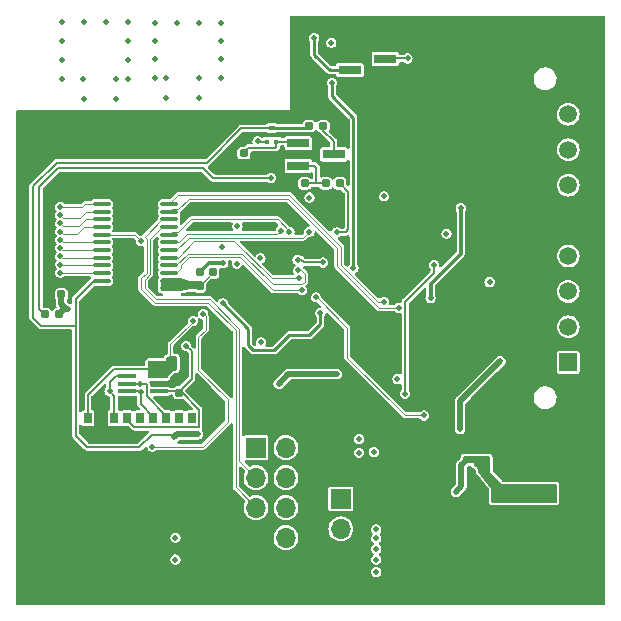
<source format=gbr>
%TF.GenerationSoftware,KiCad,Pcbnew,(7.0.0)*%
%TF.CreationDate,2023-03-16T22:42:37+01:00*%
%TF.ProjectId,iot_diagnostic_tool,696f745f-6469-4616-976e-6f737469635f,rev?*%
%TF.SameCoordinates,Original*%
%TF.FileFunction,Copper,L4,Bot*%
%TF.FilePolarity,Positive*%
%FSLAX46Y46*%
G04 Gerber Fmt 4.6, Leading zero omitted, Abs format (unit mm)*
G04 Created by KiCad (PCBNEW (7.0.0)) date 2023-03-16 22:42:37*
%MOMM*%
%LPD*%
G01*
G04 APERTURE LIST*
G04 Aperture macros list*
%AMRoundRect*
0 Rectangle with rounded corners*
0 $1 Rounding radius*
0 $2 $3 $4 $5 $6 $7 $8 $9 X,Y pos of 4 corners*
0 Add a 4 corners polygon primitive as box body*
4,1,4,$2,$3,$4,$5,$6,$7,$8,$9,$2,$3,0*
0 Add four circle primitives for the rounded corners*
1,1,$1+$1,$2,$3*
1,1,$1+$1,$4,$5*
1,1,$1+$1,$6,$7*
1,1,$1+$1,$8,$9*
0 Add four rect primitives between the rounded corners*
20,1,$1+$1,$2,$3,$4,$5,0*
20,1,$1+$1,$4,$5,$6,$7,0*
20,1,$1+$1,$6,$7,$8,$9,0*
20,1,$1+$1,$8,$9,$2,$3,0*%
G04 Aperture macros list end*
%TA.AperFunction,ComponentPad*%
%ADD10R,1.520000X1.520000*%
%TD*%
%TA.AperFunction,ComponentPad*%
%ADD11C,1.520000*%
%TD*%
%TA.AperFunction,ComponentPad*%
%ADD12R,1.700000X1.700000*%
%TD*%
%TA.AperFunction,ComponentPad*%
%ADD13O,1.700000X1.700000*%
%TD*%
%TA.AperFunction,SMDPad,CuDef*%
%ADD14R,1.900000X0.800000*%
%TD*%
%TA.AperFunction,SMDPad,CuDef*%
%ADD15RoundRect,0.100000X-0.637500X-0.100000X0.637500X-0.100000X0.637500X0.100000X-0.637500X0.100000X0*%
%TD*%
%TA.AperFunction,SMDPad,CuDef*%
%ADD16RoundRect,0.155000X-0.155000X0.212500X-0.155000X-0.212500X0.155000X-0.212500X0.155000X0.212500X0*%
%TD*%
%TA.AperFunction,SMDPad,CuDef*%
%ADD17RoundRect,0.160000X0.197500X0.160000X-0.197500X0.160000X-0.197500X-0.160000X0.197500X-0.160000X0*%
%TD*%
%TA.AperFunction,SMDPad,CuDef*%
%ADD18RoundRect,0.155000X-0.212500X-0.155000X0.212500X-0.155000X0.212500X0.155000X-0.212500X0.155000X0*%
%TD*%
%TA.AperFunction,SMDPad,CuDef*%
%ADD19RoundRect,0.155000X0.155000X-0.212500X0.155000X0.212500X-0.155000X0.212500X-0.155000X-0.212500X0*%
%TD*%
%TA.AperFunction,SMDPad,CuDef*%
%ADD20RoundRect,0.160000X-0.160000X0.197500X-0.160000X-0.197500X0.160000X-0.197500X0.160000X0.197500X0*%
%TD*%
%TA.AperFunction,SMDPad,CuDef*%
%ADD21RoundRect,0.160000X-0.197500X-0.160000X0.197500X-0.160000X0.197500X0.160000X-0.197500X0.160000X0*%
%TD*%
%TA.AperFunction,SMDPad,CuDef*%
%ADD22R,0.400000X0.450000*%
%TD*%
%TA.AperFunction,SMDPad,CuDef*%
%ADD23R,0.500000X0.450000*%
%TD*%
%TA.AperFunction,SMDPad,CuDef*%
%ADD24R,0.670000X0.950000*%
%TD*%
%TA.AperFunction,SMDPad,CuDef*%
%ADD25R,1.350000X2.000000*%
%TD*%
%TA.AperFunction,SMDPad,CuDef*%
%ADD26R,1.880000X0.500000*%
%TD*%
%TA.AperFunction,SMDPad,CuDef*%
%ADD27R,1.500000X0.400000*%
%TD*%
%TA.AperFunction,ViaPad*%
%ADD28C,0.460000*%
%TD*%
%TA.AperFunction,Conductor*%
%ADD29C,0.100000*%
%TD*%
%TA.AperFunction,Conductor*%
%ADD30C,0.250000*%
%TD*%
%TA.AperFunction,Conductor*%
%ADD31C,0.350000*%
%TD*%
%TA.AperFunction,Conductor*%
%ADD32C,0.300000*%
%TD*%
%TA.AperFunction,Conductor*%
%ADD33C,0.500000*%
%TD*%
%TA.AperFunction,Conductor*%
%ADD34C,0.200000*%
%TD*%
%TA.AperFunction,Conductor*%
%ADD35C,0.150000*%
%TD*%
G04 APERTURE END LIST*
D10*
%TO.P,J7,1,1*%
%TO.N,+12V*%
X172809999Y-99049999D03*
D11*
%TO.P,J7,2,2*%
%TO.N,ISO_L*%
X172810000Y-96050000D03*
%TO.P,J7,3,3*%
%TO.N,ISO_K*%
X172810000Y-93050000D03*
%TO.P,J7,4,4*%
%TO.N,unconnected-(J7-Pad4)*%
X172810000Y-90050000D03*
%TO.P,J7,5,5*%
%TO.N,GND*%
X172810000Y-87050000D03*
%TO.P,J7,6,6*%
%TO.N,unconnected-(J7-Pad6)*%
X172810000Y-84050000D03*
%TO.P,J7,7,7*%
%TO.N,CAN_L*%
X172810000Y-81050000D03*
%TO.P,J7,8,8*%
%TO.N,CAN_H*%
X172810000Y-78050000D03*
%TD*%
D12*
%TO.P,J6,1,Pin_1*%
%TO.N,+3V3*%
X153549999Y-110619999D03*
D13*
%TO.P,J6,2,Pin_2*%
%TO.N,Net-(J6-Pin_2)*%
X153549999Y-113159999D03*
%TO.P,J6,3,Pin_3*%
%TO.N,GND*%
X153549999Y-115699999D03*
%TD*%
D12*
%TO.P,J5,1,Pin_1*%
%TO.N,+3V3*%
X146369999Y-106280000D03*
D13*
%TO.P,J5,2,Pin_2*%
%TO.N,SWDIO*%
X148909999Y-106280000D03*
%TO.P,J5,3,Pin_3*%
%TO.N,DBG_RX*%
X146369999Y-108820000D03*
%TO.P,J5,4,Pin_4*%
%TO.N,SWCLK*%
X148909999Y-108820000D03*
%TO.P,J5,5,Pin_5*%
%TO.N,DBG_TX*%
X146369999Y-111360000D03*
%TO.P,J5,6,Pin_6*%
%TO.N,SWO*%
X148909999Y-111360000D03*
%TO.P,J5,7,Pin_7*%
%TO.N,GND*%
X146369999Y-113900000D03*
%TO.P,J5,8,Pin_8*%
%TO.N,NRST*%
X148909999Y-113900000D03*
%TO.P,J5,9,Pin_9*%
%TO.N,GND*%
X146369999Y-116440000D03*
%TO.P,J5,10,Pin_10*%
X148909999Y-116440000D03*
%TD*%
D14*
%TO.P,Q5,1,B*%
%TO.N,Net-(Q5-B)*%
X154324999Y-74299999D03*
%TO.P,Q5,2,E*%
%TO.N,GND*%
X154324999Y-72399999D03*
%TO.P,Q5,3,C*%
%TO.N,Net-(Q5-C)*%
X157324999Y-73349999D03*
%TD*%
D15*
%TO.P,U8,1,GND*%
%TO.N,GND*%
X133300000Y-92800000D03*
%TO.P,U8,2,VREFA*%
%TO.N,+1V8*%
X133300000Y-92150000D03*
%TO.P,U8,3,A1*%
%TO.N,MAIN_CTS*%
X133300000Y-91500000D03*
%TO.P,U8,4,A2*%
%TO.N,MAIN_DTR*%
X133300000Y-90850000D03*
%TO.P,U8,5,A3*%
%TO.N,MAIN_TXD*%
X133300000Y-90200000D03*
%TO.P,U8,6,A4*%
%TO.N,MAIN_RTS*%
X133300000Y-89550000D03*
%TO.P,U8,7,A5*%
%TO.N,MAIN_RXD*%
X133300000Y-88900000D03*
%TO.P,U8,8,A6*%
%TO.N,MAIN_RI*%
X133300000Y-88250000D03*
%TO.P,U8,9,A7*%
%TO.N,DBG_RXD*%
X133300000Y-87600000D03*
%TO.P,U8,10,A8*%
%TO.N,DBG_TXD*%
X133300000Y-86950000D03*
%TO.P,U8,11,A9*%
%TO.N,GNSS_RXD*%
X133300000Y-86300000D03*
%TO.P,U8,12,A10*%
%TO.N,GNSS_TXD*%
X133300000Y-85650000D03*
%TO.P,U8,13,B10*%
%TO.N,GNSS_TX*%
X139025000Y-85650000D03*
%TO.P,U8,14,B9*%
%TO.N,GNSS_RX*%
X139025000Y-86300000D03*
%TO.P,U8,15,B8*%
%TO.N,DBG_TX*%
X139025000Y-86950000D03*
%TO.P,U8,16,B7*%
%TO.N,DBG_RX*%
X139025000Y-87600000D03*
%TO.P,U8,17,B6*%
%TO.N,IoT_RI*%
X139025000Y-88250000D03*
%TO.P,U8,18,B5*%
%TO.N,IoT_RX*%
X139025000Y-88900000D03*
%TO.P,U8,19,B4*%
%TO.N,IoT_RTS*%
X139025000Y-89550000D03*
%TO.P,U8,20,B3*%
%TO.N,IoT_TX*%
X139025000Y-90200000D03*
%TO.P,U8,21,B2*%
%TO.N,IoT_DTR*%
X139025000Y-90850000D03*
%TO.P,U8,22,B1*%
%TO.N,IoT_CTS*%
X139025000Y-91500000D03*
%TO.P,U8,23,VREFB*%
%TO.N,Net-(U8-EN)*%
X139025000Y-92150000D03*
%TO.P,U8,24,EN*%
X139025000Y-92800000D03*
%TD*%
D16*
%TO.P,C27,1*%
%TO.N,Net-(U8-EN)*%
X142750000Y-91432500D03*
%TO.P,C27,2*%
%TO.N,GND*%
X142750000Y-92567500D03*
%TD*%
D17*
%TO.P,R41,1*%
%TO.N,PON_TRIG_MCU*%
X153472500Y-83900000D03*
%TO.P,R41,2*%
%TO.N,Net-(Q3-B)*%
X152277500Y-83900000D03*
%TD*%
D18*
%TO.P,C32,1*%
%TO.N,SIM_VDD*%
X139132500Y-98900000D03*
%TO.P,C32,2*%
%TO.N,GND*%
X140267500Y-98900000D03*
%TD*%
D14*
%TO.P,Q3,1,B*%
%TO.N,Net-(Q3-B)*%
X149949999Y-82399999D03*
%TO.P,Q3,2,E*%
%TO.N,Net-(Q3-E)*%
X149949999Y-80499999D03*
%TO.P,Q3,3,C*%
%TO.N,Net-(Q3-C)*%
X152949999Y-81449999D03*
%TD*%
D19*
%TO.P,C33,1*%
%TO.N,/iot_module/sim/SIM_RES*%
X139850000Y-101617500D03*
%TO.P,C33,2*%
%TO.N,GND*%
X139850000Y-100482500D03*
%TD*%
D20*
%TO.P,R16,1*%
%TO.N,+3V3*%
X141600000Y-91402500D03*
%TO.P,R16,2*%
%TO.N,Net-(U8-EN)*%
X141600000Y-92597500D03*
%TD*%
D21*
%TO.P,R40,1*%
%TO.N,+1V8*%
X150877500Y-79050000D03*
%TO.P,R40,2*%
%TO.N,Net-(Q3-C)*%
X152072500Y-79050000D03*
%TD*%
D17*
%TO.P,R45,1*%
%TO.N,AP_READY*%
X129897500Y-93300000D03*
%TO.P,R45,2*%
%TO.N,GND*%
X128702500Y-93300000D03*
%TD*%
%TO.P,R43,1*%
%TO.N,Net-(Q3-E)*%
X145347500Y-81350000D03*
%TO.P,R43,2*%
%TO.N,GND*%
X144152500Y-81350000D03*
%TD*%
D22*
%TO.P,Q6,1,G*%
%TO.N,Net-(Q3-E)*%
X148099999Y-80374999D03*
%TO.P,Q6,2,S*%
%TO.N,PON_TRIG*%
X147299999Y-80374999D03*
D23*
%TO.P,Q6,3,D*%
%TO.N,+1V8*%
X147699999Y-79224999D03*
%TD*%
D17*
%TO.P,R42,1*%
%TO.N,Net-(Q3-B)*%
X150497500Y-83900000D03*
%TO.P,R42,2*%
%TO.N,GND*%
X149302500Y-83900000D03*
%TD*%
D21*
%TO.P,R44,1*%
%TO.N,AP_READY_MCU*%
X128502500Y-95000000D03*
%TO.P,R44,2*%
%TO.N,AP_READY*%
X129697500Y-95000000D03*
%TD*%
D24*
%TO.P,J3,C1,VCC*%
%TO.N,SIM_VDD*%
X132149999Y-103799999D03*
%TO.P,J3,C2,RST*%
%TO.N,/iot_module/sim/SIM_RES*%
X135449999Y-103799999D03*
%TO.P,J3,C3,CLK*%
%TO.N,/iot_module/sim/SIM_CL*%
X137649999Y-103799999D03*
%TO.P,J3,C4,RFU*%
%TO.N,unconnected-(J3-RFU-PadC4)*%
X139849999Y-103799999D03*
%TO.P,J3,C5,GND*%
%TO.N,GND*%
X133249999Y-103799999D03*
%TO.P,J3,C6,VPP*%
%TO.N,unconnected-(J3-VPP-PadC6)*%
X136549999Y-103799999D03*
%TO.P,J3,C7,I/O*%
%TO.N,/iot_module/sim/SIM_DAT*%
X138749999Y-103799999D03*
%TO.P,J3,C8,RFU1*%
%TO.N,unconnected-(J3-RFU1-PadC8)*%
X140949999Y-103799999D03*
%TO.P,J3,SW,DETECTION*%
%TO.N,SIM_DET*%
X134349999Y-103799999D03*
D25*
%TO.P,J3,Z1,GND1*%
%TO.N,GND*%
X143354999Y-107674999D03*
%TO.P,J3,Z2,GND1*%
X131004999Y-107674999D03*
%TO.P,J3,Z3,GND1*%
X131004999Y-115324999D03*
%TO.P,J3,Z4,GND1*%
X143354999Y-115324999D03*
D26*
%TO.P,J3,Z5,GND1*%
X142789999Y-103574999D03*
%TD*%
D27*
%TO.P,D5,1,L1*%
%TO.N,SIM_VDD*%
X138129999Y-100199999D03*
%TO.P,D5,2,VN*%
%TO.N,GND*%
X138129999Y-100849999D03*
%TO.P,D5,3,L2*%
%TO.N,/iot_module/sim/SIM_RES*%
X138129999Y-101499999D03*
%TO.P,D5,4,L3*%
%TO.N,/iot_module/sim/SIM_CL*%
X135469999Y-101499999D03*
%TO.P,D5,5,L4*%
%TO.N,/iot_module/sim/SIM_DAT*%
X135469999Y-100849999D03*
%TO.P,D5,6,L5*%
%TO.N,SIM_DET*%
X135469999Y-100199999D03*
%TD*%
D28*
%TO.N,GND*%
X132200000Y-111050000D03*
X143000000Y-99250000D03*
X142200000Y-98483332D03*
X143350000Y-97716666D03*
X142550000Y-96950000D03*
X153050000Y-73350000D03*
X155650000Y-79550000D03*
X157400000Y-83750000D03*
X131800000Y-78450000D03*
X133650000Y-83350000D03*
X135866668Y-79800000D03*
X155600000Y-90550000D03*
X146650000Y-99000000D03*
X168400000Y-91850000D03*
X161450000Y-83900000D03*
X153350000Y-85000000D03*
X126800000Y-106453842D03*
X175050000Y-118855000D03*
X135550000Y-75100000D03*
X163520000Y-113950000D03*
X151250000Y-81450000D03*
X133683332Y-70250000D03*
X139200000Y-100800000D03*
X148429309Y-118855000D03*
X126800000Y-86228845D03*
X137800000Y-73400000D03*
X131791379Y-118855000D03*
X130127586Y-118855000D03*
X160960000Y-113950000D03*
X144890000Y-78450000D03*
X126800000Y-94007690D03*
X146750000Y-87700000D03*
X135550000Y-73483332D03*
X159680000Y-113950000D03*
X154900000Y-93500000D03*
X155650000Y-101600000D03*
X126800000Y-118855000D03*
X150093102Y-118855000D03*
X143300000Y-102700000D03*
X126800000Y-81561538D03*
X154050000Y-94350000D03*
X129950000Y-75100000D03*
X145101723Y-118855000D03*
X126800000Y-103342304D03*
X159680000Y-112450000D03*
X175050000Y-70450000D03*
X135118965Y-118855000D03*
X138650000Y-84150000D03*
X145250000Y-80275000D03*
X135916666Y-78450000D03*
X158950000Y-84200000D03*
X135550000Y-71866666D03*
X162240000Y-112450000D03*
X166900000Y-108250000D03*
X157700000Y-78350000D03*
X136650000Y-86050000D03*
X135650000Y-102650000D03*
X126800000Y-78450000D03*
X158400000Y-112800000D03*
X134500000Y-75100000D03*
X138749998Y-78450000D03*
X126800000Y-95563459D03*
X158250000Y-92200000D03*
X129950000Y-70250000D03*
X162400000Y-89150000D03*
X132200000Y-107750000D03*
X126800000Y-98674997D03*
X128466666Y-78450000D03*
X175050000Y-107450000D03*
X134500000Y-78450000D03*
X158250000Y-89680000D03*
X165067239Y-118855000D03*
X134300000Y-104750000D03*
X141550000Y-78450000D03*
X146765516Y-118855000D03*
X134500000Y-76775000D03*
X126800000Y-117344225D03*
X135800000Y-84750000D03*
X161523947Y-70450000D03*
X141550000Y-76700000D03*
X163433332Y-112450000D03*
X146700000Y-93450000D03*
X143100000Y-86100000D03*
X163403446Y-118855000D03*
X126800000Y-83117307D03*
X154050000Y-90000000D03*
X157250000Y-89050000D03*
X138700000Y-79800000D03*
X137333332Y-78450000D03*
X128463793Y-118855000D03*
X155650000Y-100900000D03*
X131816666Y-70250000D03*
X137050000Y-84850000D03*
X135850000Y-83700000D03*
X159680000Y-110950000D03*
X132100000Y-114350000D03*
X135350000Y-92800000D03*
X135650000Y-91750000D03*
X148230000Y-78450000D03*
X149900000Y-72050000D03*
X134700000Y-116950000D03*
X143437930Y-118855000D03*
X158250000Y-90940000D03*
X153500000Y-80250000D03*
X154250000Y-73325000D03*
X146560000Y-78450000D03*
X170058618Y-118855000D03*
X156300000Y-101600000D03*
X158400000Y-113950000D03*
X149050000Y-86500000D03*
X168883333Y-108800000D03*
X142250000Y-107650000D03*
X158142435Y-70450000D03*
X164750000Y-110950000D03*
X162240000Y-113950000D03*
X126800000Y-115788456D03*
X145750000Y-100450000D03*
X129900000Y-99100000D03*
X165950000Y-75750000D03*
X166596215Y-70450000D03*
X163433332Y-110950000D03*
X138749998Y-76700000D03*
X171722411Y-118855000D03*
X175050000Y-109079285D03*
X141550000Y-74950000D03*
X135550000Y-70250000D03*
X141533332Y-70300000D03*
X157400000Y-100450000D03*
X126800000Y-87784614D03*
X154050000Y-88900000D03*
X138700000Y-102300000D03*
X164750000Y-109500000D03*
X170116666Y-108800000D03*
X159833191Y-70450000D03*
X129700000Y-92440000D03*
X139800000Y-102550000D03*
X137283334Y-79800000D03*
X134650000Y-83950000D03*
X162050000Y-75050000D03*
X143400000Y-70300000D03*
X146450000Y-81800000D03*
X153070167Y-70450000D03*
X151756895Y-118855000D03*
X160960000Y-112450000D03*
X166731032Y-118855000D03*
X126800000Y-92451921D03*
X128800000Y-101300000D03*
X155600000Y-89400000D03*
X168286971Y-70450000D03*
X152200000Y-89500000D03*
X162240000Y-110950000D03*
X136650000Y-90150000D03*
X143400000Y-71850000D03*
X126800000Y-109565380D03*
X175050000Y-112337855D03*
X145425000Y-82225000D03*
X126800000Y-84673076D03*
X149900000Y-76850000D03*
X169977727Y-70450000D03*
X133455172Y-118855000D03*
X128800000Y-100200000D03*
X126800000Y-112676918D03*
X126800000Y-100230766D03*
X156450000Y-100100000D03*
X138700000Y-80900000D03*
X157250000Y-90310000D03*
X143500000Y-87550000D03*
X138446551Y-118855000D03*
X156050000Y-102250000D03*
X149900000Y-78450000D03*
X171350000Y-108800000D03*
X134450002Y-80900000D03*
X168850000Y-78250000D03*
X156451679Y-70450000D03*
X173386204Y-118855000D03*
X129950000Y-71866666D03*
X141774137Y-118855000D03*
X154760923Y-70450000D03*
X131800000Y-76775000D03*
X143050000Y-82450000D03*
X126800000Y-104898073D03*
X150100000Y-94550000D03*
X145350000Y-93450000D03*
X149875000Y-81450000D03*
X135866668Y-80900000D03*
X136782758Y-118855000D03*
X138250000Y-111800000D03*
X126800000Y-114232687D03*
X137650000Y-92350000D03*
X142150000Y-115350000D03*
X126800000Y-90896152D03*
X146700000Y-94750000D03*
X156700000Y-102250000D03*
X137800000Y-71850000D03*
X140110344Y-118855000D03*
X126800000Y-108009611D03*
X126800000Y-97119228D03*
X159100000Y-83100000D03*
X164800000Y-113950000D03*
X131750000Y-75100000D03*
X156748274Y-118855000D03*
X126800000Y-89340383D03*
X129950000Y-73483332D03*
X163214703Y-70450000D03*
X168394825Y-118855000D03*
X175050000Y-113967140D03*
X175050000Y-117225710D03*
X173359239Y-70450000D03*
X144250000Y-82225000D03*
X149900000Y-73650000D03*
X136650000Y-91250000D03*
X162375000Y-97425000D03*
X162250000Y-102400000D03*
X126800000Y-80005769D03*
X167650000Y-108800000D03*
X149900000Y-70450000D03*
X149900000Y-75250000D03*
X164800000Y-112450000D03*
X157250000Y-91570000D03*
X138749998Y-74950000D03*
X155084481Y-118855000D03*
X139666666Y-70300000D03*
X164400000Y-91450000D03*
X143400000Y-73400000D03*
X126800000Y-111121149D03*
X137800000Y-70300000D03*
X143400000Y-74950000D03*
X126800000Y-101786535D03*
X166350000Y-79100000D03*
X175050000Y-110708570D03*
X143220000Y-78450000D03*
X162150000Y-101250000D03*
X175050000Y-115596425D03*
X137800000Y-74950000D03*
X130133332Y-78450000D03*
X164905459Y-70450000D03*
X151379411Y-70450000D03*
X161739653Y-118855000D03*
X128800000Y-99100000D03*
X160075860Y-118855000D03*
X136650000Y-87500000D03*
X134450002Y-79800000D03*
X138850000Y-111800000D03*
X128590000Y-92450000D03*
X137283334Y-80900000D03*
X155600000Y-91700000D03*
X142350000Y-102700000D03*
X143100000Y-84200000D03*
X164750000Y-108250000D03*
X153420688Y-118855000D03*
X171668483Y-70450000D03*
X129900000Y-101300000D03*
X158412067Y-118855000D03*
X152700000Y-77550000D03*
X160960000Y-110950000D03*
X162700000Y-77400000D03*
%TO.N,/power_supply/+12V_F*%
X163650000Y-104700000D03*
%TO.N,+1V8*%
X148300000Y-100850000D03*
X139450000Y-105400000D03*
X153200000Y-100050000D03*
X141450000Y-105150000D03*
X152500000Y-100050000D03*
%TO.N,SIM_VDD*%
X137500000Y-99190000D03*
X141050000Y-95550000D03*
%TO.N,SIM_DET*%
X137600000Y-106200000D03*
X141900000Y-94950000D03*
X133975000Y-101500000D03*
%TO.N,RESET_N*%
X154625000Y-91050000D03*
X151825000Y-94875000D03*
X143550000Y-94050000D03*
X152800001Y-75390000D03*
%TO.N,PON_TRIG*%
X146500000Y-80350000D03*
%TO.N,BOOT0*%
X159000000Y-101700000D03*
X161450000Y-90800000D03*
%TO.N,BAT_V*%
X151450000Y-93550000D03*
X160600000Y-103550000D03*
%TO.N,IoT_PWR*%
X152050000Y-90600000D03*
X149888732Y-90366848D03*
%TO.N,+3V3*%
X156550000Y-114850000D03*
X139550000Y-115750000D03*
X143600000Y-90650000D03*
X144800000Y-87550000D03*
X150900000Y-85100000D03*
X166150000Y-92250000D03*
X146800000Y-97350000D03*
X155100000Y-106700000D03*
X152750000Y-72000000D03*
X156350000Y-106650000D03*
X157200000Y-85000000D03*
X162500000Y-88150000D03*
X158350000Y-100450000D03*
X156550000Y-115750000D03*
X143500000Y-89300000D03*
X139550000Y-113900000D03*
X144750000Y-90700000D03*
X156550000Y-113200000D03*
X156550000Y-113950000D03*
X146750000Y-90250000D03*
X155100000Y-105550000D03*
X156550000Y-116800000D03*
%TO.N,PON_TRIG_MCU*%
X153200000Y-88050000D03*
%TO.N,AP_READY_MCU*%
X147650000Y-83450000D03*
%TO.N,AP_READY*%
X130490001Y-94540001D03*
%TO.N,IoT_CTS*%
X150250000Y-92950000D03*
%TO.N,IoT_RTS*%
X150885000Y-88000000D03*
%TO.N,IoT_TX*%
X150000000Y-91950000D03*
%TO.N,IoT_RX*%
X148450000Y-87900000D03*
%TO.N,IoT_RI*%
X149200000Y-88000000D03*
%TO.N,IoT_DTR*%
X149958390Y-91256054D03*
%TO.N,CAN_S*%
X161150000Y-93600000D03*
X163700000Y-86000000D03*
%TO.N,GNSS_TX*%
X157210523Y-93910523D03*
%TO.N,GNSS_RX*%
X158450000Y-94450000D03*
%TO.N,GNSS_RXD*%
X129800000Y-86596089D03*
%TO.N,MAIN_RXD*%
X129800161Y-88684356D03*
%TO.N,MAIN_TXD*%
X129800002Y-90076534D03*
%TO.N,GNSS_TXD*%
X129800000Y-85900000D03*
%TO.N,MAIN_RTS*%
X129799995Y-89380445D03*
%TO.N,MAIN_CTS*%
X129800000Y-91468719D03*
%TO.N,DBG_TXD*%
X129800000Y-87292178D03*
%TO.N,DBG_RXD*%
X129800000Y-87988267D03*
%TO.N,MAIN_DTR*%
X129800000Y-90772623D03*
%TO.N,MAIN_RI*%
X136650000Y-88800000D03*
%TO.N,/power_supply/SW*%
X168650000Y-110500000D03*
X169900000Y-110500000D03*
X167400000Y-110500000D03*
X164900000Y-107300000D03*
X163300000Y-110000000D03*
X171150000Y-110500000D03*
X164200000Y-107300001D03*
X165600000Y-107300000D03*
%TO.N,/iot_module/sim/SIM_CL*%
X136600000Y-101600000D03*
%TO.N,/iot_module/sim/SIM_DAT*%
X136550000Y-100900000D03*
%TO.N,/iot_module/sim/SIM_RES*%
X140450000Y-97650000D03*
%TO.N,/power_supply/+12V_F*%
X167050000Y-98950000D03*
%TO.N,Net-(Q5-B)*%
X151300000Y-71600000D03*
%TO.N,Net-(Q5-C)*%
X159200000Y-73325000D03*
%TD*%
D29*
%TO.N,SIM_DET*%
X143980000Y-102180000D02*
X143980000Y-104075000D01*
D30*
%TO.N,Net-(Q5-B)*%
X152600000Y-74300000D02*
X154325000Y-74300000D01*
X151300000Y-73000000D02*
X152600000Y-74300000D01*
X151300000Y-71600000D02*
X151300000Y-73000000D01*
D31*
%TO.N,GND*%
X139620000Y-100800000D02*
X140380000Y-100040000D01*
D32*
X143720000Y-93450000D02*
X142750000Y-92480000D01*
D33*
X144250000Y-81360000D02*
X144240000Y-81350000D01*
D31*
X140380000Y-100040000D02*
X140380000Y-98900000D01*
D32*
X145350000Y-93450000D02*
X143720000Y-93450000D01*
D31*
X139200000Y-100800000D02*
X139150000Y-100850000D01*
D33*
X144250000Y-82450000D02*
X144250000Y-81360000D01*
D31*
X139200000Y-100800000D02*
X139620000Y-100800000D01*
D34*
%TO.N,+1V8*%
X145125000Y-79225000D02*
X147700000Y-79225000D01*
X131100000Y-95500000D02*
X131100000Y-95950000D01*
X131100000Y-105250000D02*
X131100000Y-95500000D01*
X131100000Y-95500000D02*
X131100000Y-93696815D01*
X131100000Y-93696815D02*
X132646815Y-92150000D01*
D30*
X150702500Y-79225000D02*
X150877500Y-79050000D01*
D34*
X137582537Y-105167463D02*
X136500000Y-106250000D01*
X128150000Y-95950000D02*
X127475000Y-95275000D01*
X139217463Y-105167463D02*
X137582537Y-105167463D01*
D33*
X139700000Y-105150000D02*
X139450000Y-105400000D01*
D34*
X139450000Y-105400000D02*
X139217463Y-105167463D01*
X127475000Y-95275000D02*
X127475000Y-84159314D01*
D33*
X141450000Y-105150000D02*
X139700000Y-105150000D01*
X152500000Y-100050000D02*
X149100000Y-100050000D01*
D34*
X127475000Y-84159314D02*
X129484314Y-82150000D01*
X142200000Y-82150000D02*
X145125000Y-79225000D01*
D30*
X147700000Y-79225000D02*
X150702500Y-79225000D01*
D34*
X131100000Y-95950000D02*
X128150000Y-95950000D01*
X129484314Y-82150000D02*
X142200000Y-82150000D01*
X132100000Y-106250000D02*
X131100000Y-105250000D01*
D33*
X152500000Y-100050000D02*
X153200000Y-100050000D01*
D34*
X136500000Y-106250000D02*
X132100000Y-106250000D01*
D33*
X149100000Y-100050000D02*
X148300000Y-100850000D01*
D34*
X132646815Y-92150000D02*
X133300000Y-92150000D01*
D29*
%TO.N,SIM_VDD*%
X141050000Y-95550000D02*
X141050000Y-95600000D01*
X139132500Y-97517500D02*
X139132500Y-98900000D01*
D35*
X137275000Y-99725000D02*
X137175000Y-99625000D01*
X132150000Y-101800000D02*
X132150000Y-103800000D01*
X137175000Y-99625000D02*
X134325000Y-99625000D01*
X134325000Y-99625000D02*
X132150000Y-101800000D01*
D29*
X141050000Y-95600000D02*
X139132500Y-97517500D01*
D34*
%TO.N,SIM_DET*%
X135470000Y-100200000D02*
X134520000Y-100200000D01*
X134520000Y-100200000D02*
X133975000Y-100745000D01*
X134350000Y-101875000D02*
X133975000Y-101500000D01*
D29*
X143980000Y-104075000D02*
X141855000Y-106200000D01*
X142100000Y-95150000D02*
X142100000Y-96300000D01*
X141500000Y-99700000D02*
X143980000Y-102180000D01*
X142100000Y-96300000D02*
X141500000Y-96900000D01*
D34*
X133975000Y-100745000D02*
X133975000Y-101500000D01*
X134350000Y-103800000D02*
X134350000Y-101875000D01*
D29*
X141500000Y-96900000D02*
X141500000Y-99700000D01*
X141900000Y-94950000D02*
X142100000Y-95150000D01*
X141855000Y-106200000D02*
X137600000Y-106200000D01*
D30*
%TO.N,RESET_N*%
X154625000Y-78325000D02*
X152800001Y-76500001D01*
X151825000Y-94875000D02*
X151825000Y-95825000D01*
X149200000Y-96750000D02*
X147900000Y-98050000D01*
X150900000Y-96750000D02*
X149200000Y-96750000D01*
X152800001Y-76500001D02*
X152800001Y-75390000D01*
X146150000Y-98050000D02*
X145700000Y-97600000D01*
X147900000Y-98050000D02*
X146150000Y-98050000D01*
X151825000Y-95825000D02*
X150900000Y-96750000D01*
X145700000Y-96200000D02*
X143550000Y-94050000D01*
X145700000Y-97600000D02*
X145700000Y-96200000D01*
X154625000Y-91050000D02*
X154625000Y-78325000D01*
D29*
%TO.N,DBG_TX*%
X142325736Y-94000000D02*
X144650000Y-96324264D01*
X137130000Y-91448823D02*
X136650000Y-91928823D01*
X136960674Y-88431851D02*
X137130000Y-88601177D01*
X139025000Y-86950000D02*
X138442525Y-86950000D01*
X136650000Y-92850000D02*
X137800000Y-94000000D01*
X144650000Y-96324264D02*
X144650000Y-109640001D01*
X137130000Y-88601177D02*
X137130000Y-91448823D01*
X136650000Y-91928823D02*
X136650000Y-92850000D01*
X144650000Y-109640001D02*
X146370000Y-111360001D01*
X137800000Y-94000000D02*
X142325736Y-94000000D01*
X138442525Y-86950000D02*
X136960674Y-88431851D01*
%TO.N,DBG_RX*%
X142450000Y-93700000D02*
X144950000Y-96200000D01*
X137430000Y-88612525D02*
X137430000Y-91573087D01*
X136950000Y-92053087D02*
X136950000Y-92725736D01*
X144950000Y-96200000D02*
X144950000Y-107400001D01*
X138442525Y-87600000D02*
X137430000Y-88612525D01*
X137430000Y-91573087D02*
X136950000Y-92053087D01*
X136950000Y-92725736D02*
X137924264Y-93700000D01*
X137924264Y-93700000D02*
X142450000Y-93700000D01*
X139025000Y-87600000D02*
X138442525Y-87600000D01*
X144950000Y-107400001D02*
X146370000Y-108820001D01*
D34*
%TO.N,Net-(Q3-B)*%
X151300000Y-82400000D02*
X150512500Y-82400000D01*
X151490000Y-83900000D02*
X151490000Y-82590000D01*
X151490000Y-83900000D02*
X152277500Y-83900000D01*
X151490000Y-83900000D02*
X150410000Y-83900000D01*
X151490000Y-82590000D02*
X151300000Y-82400000D01*
%TO.N,PON_TRIG*%
X146525000Y-80375000D02*
X146500000Y-80350000D01*
X147300000Y-80375000D02*
X146525000Y-80375000D01*
%TO.N,BOOT0*%
X161450000Y-90800000D02*
X161450000Y-91463604D01*
X159000000Y-93913604D02*
X159000000Y-101700000D01*
X161450000Y-91463604D02*
X159000000Y-93913604D01*
D29*
%TO.N,BAT_V*%
X154100000Y-96150000D02*
X154100000Y-98650000D01*
X151450000Y-93550000D02*
X151500000Y-93550000D01*
X151500000Y-93550000D02*
X154100000Y-96150000D01*
X159000000Y-103550000D02*
X160600000Y-103550000D01*
X154100000Y-98650000D02*
X159000000Y-103550000D01*
D34*
%TO.N,IoT_PWR*%
X149888732Y-90366848D02*
X150216848Y-90366848D01*
X150450000Y-90600000D02*
X152050000Y-90600000D01*
X150216848Y-90366848D02*
X150450000Y-90600000D01*
D29*
%TO.N,Net-(U8-EN)*%
X142750000Y-91520000D02*
X142680000Y-91520000D01*
X142680000Y-91520000D02*
X141690000Y-92510000D01*
X141690000Y-92510000D02*
X141600000Y-92510000D01*
D32*
%TO.N,+3V3*%
X143600000Y-90650000D02*
X142352500Y-90650000D01*
X142352500Y-90650000D02*
X141600000Y-91402500D01*
D34*
%TO.N,PON_TRIG_MCU*%
X154200000Y-84627500D02*
X153472500Y-83900000D01*
X154200000Y-87800000D02*
X154200000Y-84627500D01*
X153200000Y-88050000D02*
X153950000Y-88050000D01*
X153950000Y-88050000D02*
X154200000Y-87800000D01*
%TO.N,AP_READY_MCU*%
X142750000Y-83450000D02*
X141900000Y-82600000D01*
X128020000Y-84180000D02*
X128020000Y-94517500D01*
X147650000Y-83450000D02*
X142750000Y-83450000D01*
X128020000Y-94517500D02*
X128502500Y-95000000D01*
X141900000Y-82600000D02*
X129600000Y-82600000D01*
X129600000Y-82600000D02*
X128020000Y-84180000D01*
D33*
%TO.N,AP_READY*%
X130490001Y-94540001D02*
X130157499Y-94540001D01*
X130290001Y-94540001D02*
X129897500Y-94147500D01*
X129897500Y-94147500D02*
X129897500Y-93300000D01*
X130490001Y-94540001D02*
X130290001Y-94540001D01*
X130157499Y-94540001D02*
X129697500Y-95000000D01*
D29*
%TO.N,IoT_CTS*%
X139025000Y-91500000D02*
X139607475Y-91500000D01*
X140057475Y-91050000D02*
X140057475Y-90824264D01*
X145051472Y-90150000D02*
X147851472Y-92950000D01*
X139607475Y-91500000D02*
X140057475Y-91050000D01*
X140057475Y-90824264D02*
X140731739Y-90150000D01*
X147851472Y-92950000D02*
X150250000Y-92950000D01*
X140731739Y-90150000D02*
X145051472Y-90150000D01*
%TO.N,IoT_RTS*%
X139624264Y-89550000D02*
X139025000Y-89550000D01*
X140674264Y-88500000D02*
X139624264Y-89550000D01*
X150385000Y-88500000D02*
X140674264Y-88500000D01*
X150885000Y-88000000D02*
X150385000Y-88500000D01*
%TO.N,IoT_TX*%
X139025000Y-90200000D02*
X139750000Y-90200000D01*
X144550000Y-88800000D02*
X147700000Y-91950000D01*
X147700000Y-91950000D02*
X150000000Y-91950000D01*
X139750000Y-90200000D02*
X141150000Y-88800000D01*
X141150000Y-88800000D02*
X144550000Y-88800000D01*
%TO.N,IoT_RX*%
X139025000Y-88900000D02*
X139850000Y-88900000D01*
X140550000Y-88200000D02*
X148150000Y-88200000D01*
X139850000Y-88900000D02*
X140550000Y-88200000D01*
X148150000Y-88200000D02*
X148450000Y-87900000D01*
%TO.N,IoT_RI*%
X149200000Y-87950000D02*
X149200000Y-88000000D01*
X139025000Y-88250000D02*
X139225000Y-88050000D01*
X139225000Y-88050000D02*
X139807475Y-88050000D01*
X140907475Y-86950000D02*
X148200000Y-86950000D01*
X139807475Y-88050000D02*
X140907475Y-86950000D01*
X148200000Y-86950000D02*
X149200000Y-87950000D01*
%TO.N,IoT_DTR*%
X139607475Y-90850000D02*
X140607475Y-89850000D01*
X139025000Y-90850000D02*
X139607475Y-90850000D01*
X150300000Y-92450000D02*
X150500000Y-92250000D01*
X150500000Y-91550000D02*
X150206054Y-91256054D01*
X147775736Y-92450000D02*
X150300000Y-92450000D01*
X145175736Y-89850000D02*
X147775736Y-92450000D01*
X150500000Y-92250000D02*
X150500000Y-91550000D01*
X140607475Y-89850000D02*
X145175736Y-89850000D01*
X150206054Y-91256054D02*
X149958390Y-91256054D01*
D32*
%TO.N,CAN_S*%
X163700000Y-86000000D02*
X163700000Y-89850000D01*
X161150000Y-92400000D02*
X161150000Y-93600000D01*
X163700000Y-89850000D02*
X161150000Y-92400000D01*
D29*
%TO.N,GNSS_TX*%
X139775000Y-84900000D02*
X139025000Y-85650000D01*
X157210523Y-93910523D02*
X156684787Y-93910523D01*
X156684787Y-93910523D02*
X153550000Y-90775736D01*
X153550000Y-89250000D02*
X149200000Y-84900000D01*
X149200000Y-84900000D02*
X139775000Y-84900000D01*
X153550000Y-90775736D02*
X153550000Y-89250000D01*
%TO.N,GNSS_RX*%
X139025000Y-86300000D02*
X139225000Y-86100000D01*
X156800000Y-94450000D02*
X158450000Y-94450000D01*
X153250000Y-90900000D02*
X156800000Y-94450000D01*
X139807475Y-86100000D02*
X140707475Y-85200000D01*
X149075736Y-85200000D02*
X153250000Y-89374264D01*
X139225000Y-86100000D02*
X139807475Y-86100000D01*
X153250000Y-89374264D02*
X153250000Y-90900000D01*
X140707475Y-85200000D02*
X149075736Y-85200000D01*
%TO.N,GNSS_RXD*%
X130003911Y-86800000D02*
X129800000Y-86596089D01*
X131950000Y-86300000D02*
X133300000Y-86300000D01*
X131450000Y-86800000D02*
X130003911Y-86800000D01*
X131450000Y-86800000D02*
X131950000Y-86300000D01*
%TO.N,MAIN_RXD*%
X130015805Y-88900000D02*
X129800161Y-88684356D01*
X133300000Y-88900000D02*
X130015805Y-88900000D01*
%TO.N,MAIN_TXD*%
X129923468Y-90200000D02*
X129800002Y-90076534D01*
X133300000Y-90200000D02*
X129923468Y-90200000D01*
%TO.N,GNSS_TXD*%
X131650000Y-85900000D02*
X131900000Y-85650000D01*
X129800000Y-85900000D02*
X131650000Y-85900000D01*
X131900000Y-85650000D02*
X133300000Y-85650000D01*
%TO.N,MAIN_RTS*%
X133300000Y-89550000D02*
X129969550Y-89550000D01*
X129969550Y-89550000D02*
X129799995Y-89380445D01*
%TO.N,MAIN_CTS*%
X129831281Y-91500000D02*
X129800000Y-91468719D01*
X133300000Y-91500000D02*
X129831281Y-91500000D01*
%TO.N,DBG_TXD*%
X131400000Y-87550000D02*
X130057822Y-87550000D01*
X133300000Y-86950000D02*
X132000000Y-86950000D01*
X130057822Y-87550000D02*
X129800000Y-87292178D01*
X132000000Y-86950000D02*
X131400000Y-87550000D01*
%TO.N,DBG_RXD*%
X130011236Y-88199503D02*
X129800000Y-87988267D01*
X131850000Y-87600000D02*
X131250497Y-88199503D01*
X133300000Y-87600000D02*
X131850000Y-87600000D01*
X131250497Y-88199503D02*
X130011236Y-88199503D01*
%TO.N,MAIN_DTR*%
X133300000Y-90850000D02*
X129877377Y-90850000D01*
X129877377Y-90850000D02*
X129800000Y-90772623D01*
%TO.N,MAIN_RI*%
X136100000Y-88250000D02*
X136650000Y-88800000D01*
X133300000Y-88250000D02*
X136100000Y-88250000D01*
D33*
%TO.N,/power_supply/SW*%
X163300000Y-110000000D02*
X163750000Y-109550000D01*
X163750000Y-109550000D02*
X163750000Y-107750001D01*
X163750000Y-107750001D02*
X164200000Y-107300001D01*
D35*
%TO.N,/iot_module/sim/SIM_CL*%
X135850000Y-101500000D02*
X136500000Y-101500000D01*
X136500000Y-101500000D02*
X136600000Y-101600000D01*
X136600000Y-101600000D02*
X136600000Y-102610000D01*
X136600000Y-102610000D02*
X137650000Y-103660000D01*
X137650000Y-103660000D02*
X137650000Y-103800000D01*
%TO.N,/iot_module/sim/SIM_DAT*%
X136550000Y-100900000D02*
X137100000Y-100900000D01*
X136500000Y-100850000D02*
X136550000Y-100900000D01*
X135850000Y-100850000D02*
X136500000Y-100850000D01*
X137100000Y-100900000D02*
X137105000Y-100905000D01*
X137105000Y-101930000D02*
X138750000Y-103575000D01*
X138750000Y-103575000D02*
X138750000Y-103800000D01*
X137105000Y-100905000D02*
X137105000Y-101930000D01*
%TO.N,/iot_module/sim/SIM_RES*%
X135450000Y-103940000D02*
X136060000Y-104550000D01*
X135450000Y-103800000D02*
X135450000Y-103940000D01*
X141560000Y-103050000D02*
X140010000Y-101500000D01*
X139850000Y-101530000D02*
X140935000Y-100445000D01*
X141560000Y-104550000D02*
X141560000Y-103050000D01*
X140010000Y-101500000D02*
X137750000Y-101500000D01*
X140935000Y-100445000D02*
X140935000Y-98135000D01*
X140935000Y-98135000D02*
X140450000Y-97650000D01*
X136060000Y-104550000D02*
X141560000Y-104550000D01*
D33*
%TO.N,/power_supply/+12V_F*%
X163650000Y-104700000D02*
X163650000Y-102350000D01*
X163650000Y-102350000D02*
X167050000Y-98950000D01*
D34*
%TO.N,Net-(Q3-E)*%
X149825000Y-80375000D02*
X149950000Y-80500000D01*
X148100000Y-80800000D02*
X148100000Y-80375000D01*
X148000000Y-80900000D02*
X148100000Y-80800000D01*
X145710000Y-80900000D02*
X145260000Y-81350000D01*
X148100000Y-80375000D02*
X149825000Y-80375000D01*
X145710000Y-80900000D02*
X148000000Y-80900000D01*
%TO.N,Net-(Q3-C)*%
X152950000Y-80350000D02*
X152950000Y-81450000D01*
X152072500Y-79472500D02*
X152072500Y-79050000D01*
X152950000Y-80350000D02*
X152072500Y-79472500D01*
%TO.N,Net-(Q5-C)*%
X159200000Y-73325000D02*
X157350000Y-73325000D01*
X157350000Y-73325000D02*
X157325000Y-73350000D01*
%TD*%
%TA.AperFunction,Conductor*%
%TO.N,/power_supply/SW*%
G36*
X166138000Y-107016613D02*
G01*
X166183387Y-107062000D01*
X166200000Y-107124000D01*
X166200000Y-108300000D01*
X167100000Y-109350000D01*
X171726000Y-109350000D01*
X171788000Y-109366613D01*
X171833387Y-109412000D01*
X171850000Y-109474000D01*
X171850000Y-110826000D01*
X171833387Y-110888000D01*
X171788000Y-110933387D01*
X171726000Y-110950000D01*
X166424000Y-110950000D01*
X166362000Y-110933387D01*
X166316613Y-110888000D01*
X166300000Y-110826000D01*
X166300000Y-109760385D01*
X166300000Y-109750000D01*
X165207265Y-108365869D01*
X165184845Y-108321239D01*
X165181852Y-108271384D01*
X165183665Y-108258776D01*
X165184927Y-108250000D01*
X165167309Y-108127467D01*
X165115884Y-108014861D01*
X165075350Y-107968082D01*
X165040625Y-107928006D01*
X165040622Y-107928003D01*
X165034817Y-107921304D01*
X165027357Y-107916509D01*
X165027355Y-107916508D01*
X164938138Y-107859172D01*
X164938137Y-107859171D01*
X164930675Y-107854376D01*
X164889060Y-107842157D01*
X164842798Y-107816896D01*
X164811206Y-107774694D01*
X164800000Y-107723182D01*
X164800000Y-107616326D01*
X164800000Y-107600000D01*
X164783674Y-107600000D01*
X164024000Y-107600000D01*
X163962000Y-107583387D01*
X163916613Y-107538000D01*
X163900000Y-107476000D01*
X163900000Y-107124000D01*
X163916613Y-107062000D01*
X163962000Y-107016613D01*
X164024000Y-107000000D01*
X166076000Y-107000000D01*
X166138000Y-107016613D01*
G37*
%TD.AperFunction*%
%TD*%
%TA.AperFunction,Conductor*%
%TO.N,Net-(U8-EN)*%
G36*
X140172891Y-91959538D02*
G01*
X140750000Y-92200000D01*
X141826000Y-92200000D01*
X141888000Y-92216613D01*
X141933387Y-92262000D01*
X141950000Y-92324000D01*
X141950000Y-92726000D01*
X141933387Y-92788000D01*
X141888000Y-92833387D01*
X141826000Y-92850000D01*
X140750000Y-92850000D01*
X140062838Y-92997248D01*
X140036865Y-93000000D01*
X138424000Y-93000000D01*
X138362000Y-92983387D01*
X138316613Y-92938000D01*
X138300000Y-92876000D01*
X138300000Y-92074000D01*
X138316613Y-92012000D01*
X138362000Y-91966613D01*
X138424000Y-91950000D01*
X140125199Y-91950000D01*
X140172891Y-91959538D01*
G37*
%TD.AperFunction*%
%TD*%
%TA.AperFunction,Conductor*%
%TO.N,SIM_VDD*%
G36*
X139638000Y-98566613D02*
G01*
X139683387Y-98612000D01*
X139700000Y-98674000D01*
X139700000Y-98704356D01*
X139699833Y-98708971D01*
X139699500Y-98711258D01*
X139699500Y-99088742D01*
X139699833Y-99091028D01*
X139700000Y-99095644D01*
X139700000Y-99626000D01*
X139683387Y-99688000D01*
X139638000Y-99733387D01*
X139576000Y-99750000D01*
X139400000Y-99750000D01*
X138833539Y-100276000D01*
X138735683Y-100366866D01*
X138696631Y-100391420D01*
X138651307Y-100400000D01*
X137324000Y-100400000D01*
X137262000Y-100383387D01*
X137216613Y-100338000D01*
X137200000Y-100276000D01*
X137200000Y-99024000D01*
X137216613Y-98962000D01*
X137262000Y-98916613D01*
X137324000Y-98900000D01*
X138883674Y-98900000D01*
X138900000Y-98900000D01*
X138900000Y-98674000D01*
X138916613Y-98612000D01*
X138962000Y-98566613D01*
X139024000Y-98550000D01*
X139576000Y-98550000D01*
X139638000Y-98566613D01*
G37*
%TD.AperFunction*%
%TD*%
%TA.AperFunction,Conductor*%
%TO.N,GND*%
G36*
X141372818Y-99946191D02*
G01*
X141422180Y-99976440D01*
X142563656Y-101117917D01*
X143693181Y-102247442D01*
X143720061Y-102287670D01*
X143729500Y-102335123D01*
X143729500Y-103919877D01*
X143720061Y-103967330D01*
X143693181Y-104007558D01*
X141787559Y-105913181D01*
X141747331Y-105940061D01*
X141699878Y-105949500D01*
X139836966Y-105949500D01*
X139780671Y-105935985D01*
X139736648Y-105898385D01*
X139714493Y-105844898D01*
X139719035Y-105787182D01*
X139749285Y-105737819D01*
X139850285Y-105636819D01*
X139890513Y-105609939D01*
X139937966Y-105600500D01*
X141479127Y-105600500D01*
X141483762Y-105600500D01*
X141584287Y-105585348D01*
X141706642Y-105526425D01*
X141806194Y-105434055D01*
X141874096Y-105316445D01*
X141904315Y-105184046D01*
X141903289Y-105170358D01*
X141895081Y-105060838D01*
X141894166Y-105048622D01*
X141844552Y-104922206D01*
X141831111Y-104905352D01*
X141791193Y-104855296D01*
X141768070Y-104808955D01*
X141765892Y-104757211D01*
X141785039Y-104709091D01*
X141814432Y-104665102D01*
X141814431Y-104665102D01*
X141819515Y-104657495D01*
X141819515Y-104657494D01*
X141835500Y-104577133D01*
X141840897Y-104550000D01*
X141837881Y-104534838D01*
X141835500Y-104510656D01*
X141835500Y-103089344D01*
X141837883Y-103065152D01*
X141838514Y-103061980D01*
X141840897Y-103050000D01*
X141835500Y-103022867D01*
X141819515Y-102942505D01*
X141758624Y-102851376D01*
X141748470Y-102844591D01*
X141748469Y-102844590D01*
X141745775Y-102842790D01*
X141726986Y-102827370D01*
X140422296Y-101522680D01*
X140390202Y-101467093D01*
X140390202Y-101402905D01*
X140422293Y-101347322D01*
X141101990Y-100667624D01*
X141120772Y-100652210D01*
X141133624Y-100643624D01*
X141194515Y-100552495D01*
X141210500Y-100472133D01*
X141210500Y-100472132D01*
X141215897Y-100445000D01*
X141212881Y-100429838D01*
X141210500Y-100405656D01*
X141210500Y-100064122D01*
X141224015Y-100007827D01*
X141261615Y-99963804D01*
X141315102Y-99941649D01*
X141372818Y-99946191D01*
G37*
%TD.AperFunction*%
%TA.AperFunction,Conductor*%
G36*
X133623385Y-100864158D02*
G01*
X133660985Y-100908181D01*
X133674500Y-100964476D01*
X133674500Y-101143154D01*
X133666682Y-101186487D01*
X133644215Y-101224353D01*
X133609116Y-101264861D01*
X133605435Y-101272919D01*
X133605433Y-101272924D01*
X133586839Y-101313641D01*
X133557691Y-101377467D01*
X133556429Y-101386237D01*
X133556429Y-101386241D01*
X133546088Y-101458163D01*
X133540073Y-101500000D01*
X133541335Y-101508777D01*
X133553673Y-101594593D01*
X133557691Y-101622533D01*
X133580025Y-101671439D01*
X133601760Y-101719033D01*
X133609116Y-101735139D01*
X133616789Y-101743994D01*
X133684374Y-101821993D01*
X133684377Y-101821995D01*
X133690183Y-101828696D01*
X133697643Y-101833490D01*
X133697644Y-101833491D01*
X133730974Y-101854910D01*
X133794325Y-101895624D01*
X133913103Y-101930500D01*
X133925500Y-101930500D01*
X133929583Y-101931594D01*
X133930751Y-101931762D01*
X133930730Y-101931901D01*
X133987500Y-101947113D01*
X134032887Y-101992500D01*
X134049500Y-102054500D01*
X134049500Y-103011946D01*
X134036712Y-103066791D01*
X134000985Y-103110323D01*
X133959960Y-103128909D01*
X133960030Y-103129077D01*
X133954918Y-103131194D01*
X133949690Y-103133562D01*
X133948958Y-103133708D01*
X133948743Y-103133751D01*
X133948741Y-103133751D01*
X133936769Y-103136133D01*
X133926618Y-103142915D01*
X133926615Y-103142917D01*
X133880601Y-103173663D01*
X133880598Y-103173665D01*
X133870448Y-103180448D01*
X133863665Y-103190598D01*
X133863663Y-103190601D01*
X133832917Y-103236615D01*
X133832915Y-103236618D01*
X133826133Y-103246769D01*
X133823750Y-103258745D01*
X133823750Y-103258747D01*
X133815689Y-103299271D01*
X133815688Y-103299277D01*
X133814500Y-103305252D01*
X133814500Y-104294748D01*
X133815688Y-104300723D01*
X133815689Y-104300728D01*
X133819243Y-104318593D01*
X133826133Y-104353231D01*
X133870448Y-104419552D01*
X133936769Y-104463867D01*
X133995252Y-104475500D01*
X134698652Y-104475500D01*
X134704748Y-104475500D01*
X134763231Y-104463867D01*
X134829552Y-104419552D01*
X134831439Y-104422376D01*
X134867906Y-104401322D01*
X134932094Y-104401322D01*
X134968560Y-104422376D01*
X134970448Y-104419552D01*
X135036769Y-104463867D01*
X135095252Y-104475500D01*
X135544522Y-104475500D01*
X135591975Y-104484939D01*
X135632203Y-104511819D01*
X135837370Y-104716986D01*
X135852790Y-104735775D01*
X135854587Y-104738465D01*
X135854589Y-104738467D01*
X135861376Y-104748624D01*
X135884366Y-104763985D01*
X135884377Y-104763993D01*
X135884378Y-104763994D01*
X135890227Y-104767902D01*
X135952505Y-104809515D01*
X136011772Y-104821304D01*
X136060000Y-104830897D01*
X136075152Y-104827882D01*
X136099344Y-104825500D01*
X137200166Y-104825500D01*
X137256461Y-104839015D01*
X137300484Y-104876615D01*
X137322639Y-104930102D01*
X137318097Y-104987818D01*
X137287847Y-105037181D01*
X136411848Y-105913181D01*
X136371620Y-105940061D01*
X136324167Y-105949500D01*
X132275833Y-105949500D01*
X132228380Y-105940061D01*
X132188152Y-105913181D01*
X131436819Y-105161848D01*
X131409939Y-105121620D01*
X131400500Y-105074167D01*
X131400500Y-104424320D01*
X131416310Y-104363731D01*
X131459710Y-104318593D01*
X131519631Y-104300416D01*
X131580794Y-104313835D01*
X131627601Y-104355428D01*
X131670448Y-104419552D01*
X131736769Y-104463867D01*
X131795252Y-104475500D01*
X132498652Y-104475500D01*
X132504748Y-104475500D01*
X132563231Y-104463867D01*
X132629552Y-104419552D01*
X132673867Y-104353231D01*
X132685500Y-104294748D01*
X132685500Y-103305252D01*
X132673867Y-103246769D01*
X132629552Y-103180448D01*
X132563231Y-103136133D01*
X132551253Y-103133750D01*
X132551252Y-103133750D01*
X132536031Y-103130722D01*
X132525308Y-103128589D01*
X132474014Y-103105349D01*
X132438288Y-103061817D01*
X132425500Y-103006973D01*
X132425500Y-101965478D01*
X132434939Y-101918025D01*
X132461819Y-101877797D01*
X132711108Y-101628508D01*
X133462819Y-100876794D01*
X133512182Y-100846545D01*
X133569898Y-100842003D01*
X133623385Y-100864158D01*
G37*
%TD.AperFunction*%
%TA.AperFunction,Conductor*%
G36*
X135992331Y-88509939D02*
G01*
X136032559Y-88536819D01*
X136181322Y-88685582D01*
X136211293Y-88734098D01*
X136215616Y-88782353D01*
X136216335Y-88782353D01*
X136216335Y-88790384D01*
X136216381Y-88790898D01*
X136216335Y-88791218D01*
X136216335Y-88791222D01*
X136215073Y-88800000D01*
X136216335Y-88808777D01*
X136231094Y-88911431D01*
X136232691Y-88922533D01*
X136284116Y-89035139D01*
X136309870Y-89064861D01*
X136359374Y-89121993D01*
X136359377Y-89121995D01*
X136365183Y-89128696D01*
X136469325Y-89195624D01*
X136588103Y-89230500D01*
X136703026Y-89230500D01*
X136711897Y-89230500D01*
X136720571Y-89227952D01*
X136720840Y-89227938D01*
X136729183Y-89226739D01*
X136729290Y-89227486D01*
X136777521Y-89224903D01*
X136829813Y-89247667D01*
X136866385Y-89291429D01*
X136879500Y-89346932D01*
X136879500Y-91293700D01*
X136870061Y-91341153D01*
X136843181Y-91381380D01*
X136666700Y-91557861D01*
X136498952Y-91725609D01*
X136480166Y-91741027D01*
X136479555Y-91741434D01*
X136479551Y-91741437D01*
X136469399Y-91748222D01*
X136462615Y-91758374D01*
X136462612Y-91758378D01*
X136436277Y-91797794D01*
X136436275Y-91797797D01*
X136420820Y-91820925D01*
X136420818Y-91820928D01*
X136414034Y-91831082D01*
X136411651Y-91843057D01*
X136411650Y-91843062D01*
X136397213Y-91915643D01*
X136394592Y-91928823D01*
X136396975Y-91940803D01*
X136397117Y-91941517D01*
X136399500Y-91965708D01*
X136399500Y-92813115D01*
X136397116Y-92837306D01*
X136394592Y-92850000D01*
X136396975Y-92861980D01*
X136410032Y-92927625D01*
X136414034Y-92947741D01*
X136423363Y-92961702D01*
X136469399Y-93030601D01*
X136479551Y-93037384D01*
X136479553Y-93037386D01*
X136480165Y-93037795D01*
X136498957Y-93053217D01*
X137596785Y-94151046D01*
X137612206Y-94169836D01*
X137619399Y-94180601D01*
X137640316Y-94194577D01*
X137640317Y-94194578D01*
X137702260Y-94235966D01*
X137800000Y-94255409D01*
X137812699Y-94252882D01*
X137836890Y-94250500D01*
X142170614Y-94250500D01*
X142218067Y-94259939D01*
X142258295Y-94286819D01*
X144363181Y-96391706D01*
X144390061Y-96431934D01*
X144399500Y-96479387D01*
X144399500Y-101948163D01*
X144383689Y-102008752D01*
X144340290Y-102053890D01*
X144280368Y-102072067D01*
X144219205Y-102058648D01*
X144172398Y-102017054D01*
X144167386Y-102009553D01*
X144167384Y-102009551D01*
X144160601Y-101999399D01*
X144149836Y-101992206D01*
X144131046Y-101976785D01*
X142963743Y-100809482D01*
X141786818Y-99632558D01*
X141759939Y-99592331D01*
X141750500Y-99544878D01*
X141750500Y-97055122D01*
X141759939Y-97007669D01*
X141786819Y-96967441D01*
X141901770Y-96852490D01*
X142251048Y-96503210D01*
X142269832Y-96487795D01*
X142280601Y-96480601D01*
X142321530Y-96419346D01*
X142335966Y-96397741D01*
X142355408Y-96300000D01*
X142352883Y-96287306D01*
X142350500Y-96263115D01*
X142350500Y-95186890D01*
X142352883Y-95162697D01*
X142353026Y-95161978D01*
X142355409Y-95150000D01*
X142335966Y-95052260D01*
X142335576Y-95051676D01*
X142328457Y-94994993D01*
X142329203Y-94989810D01*
X142334927Y-94950000D01*
X142317309Y-94827467D01*
X142265884Y-94714861D01*
X142223595Y-94666057D01*
X142190625Y-94628006D01*
X142190622Y-94628003D01*
X142184817Y-94621304D01*
X142177357Y-94616509D01*
X142177355Y-94616508D01*
X142088138Y-94559172D01*
X142088137Y-94559171D01*
X142080675Y-94554376D01*
X142072167Y-94551877D01*
X142072163Y-94551876D01*
X141970409Y-94521999D01*
X141970406Y-94521998D01*
X141961897Y-94519500D01*
X141838103Y-94519500D01*
X141829594Y-94521998D01*
X141829590Y-94521999D01*
X141727836Y-94551876D01*
X141727830Y-94551878D01*
X141719325Y-94554376D01*
X141711865Y-94559169D01*
X141711861Y-94559172D01*
X141622644Y-94616508D01*
X141622639Y-94616512D01*
X141615183Y-94621304D01*
X141609380Y-94627999D01*
X141609374Y-94628006D01*
X141544495Y-94702883D01*
X141534116Y-94714861D01*
X141530435Y-94722919D01*
X141530433Y-94722924D01*
X141492592Y-94805786D01*
X141482691Y-94827467D01*
X141481429Y-94836237D01*
X141481429Y-94836241D01*
X141473442Y-94891792D01*
X141465073Y-94950000D01*
X141466335Y-94958777D01*
X141466335Y-94958778D01*
X141482671Y-95072400D01*
X141472727Y-95141559D01*
X141426972Y-95194363D01*
X141359933Y-95214047D01*
X141292895Y-95194362D01*
X141230675Y-95154376D01*
X141222167Y-95151877D01*
X141222163Y-95151876D01*
X141120409Y-95121999D01*
X141120406Y-95121998D01*
X141111897Y-95119500D01*
X140988103Y-95119500D01*
X140979594Y-95121998D01*
X140979590Y-95121999D01*
X140877836Y-95151876D01*
X140877830Y-95151878D01*
X140869325Y-95154376D01*
X140861865Y-95159169D01*
X140861861Y-95159172D01*
X140772644Y-95216508D01*
X140772639Y-95216512D01*
X140765183Y-95221304D01*
X140759380Y-95227999D01*
X140759374Y-95228006D01*
X140689923Y-95308159D01*
X140684116Y-95314861D01*
X140680435Y-95322919D01*
X140680433Y-95322924D01*
X140636373Y-95419404D01*
X140632691Y-95427467D01*
X140631429Y-95436237D01*
X140631429Y-95436241D01*
X140618596Y-95525500D01*
X140615073Y-95550000D01*
X140616335Y-95558777D01*
X140616335Y-95558780D01*
X140622664Y-95602804D01*
X140617580Y-95659609D01*
X140587607Y-95708130D01*
X138981455Y-97314283D01*
X138962672Y-97329700D01*
X138962051Y-97330114D01*
X138962047Y-97330117D01*
X138951899Y-97336899D01*
X138945118Y-97347046D01*
X138945116Y-97347049D01*
X138937280Y-97358777D01*
X138916442Y-97389963D01*
X138896534Y-97419759D01*
X138894151Y-97431735D01*
X138894151Y-97431737D01*
X138884433Y-97480595D01*
X138877092Y-97517500D01*
X138879475Y-97529480D01*
X138879617Y-97530194D01*
X138882000Y-97554385D01*
X138882000Y-98290464D01*
X138863188Y-98356125D01*
X138812461Y-98401864D01*
X138719803Y-98447162D01*
X138719799Y-98447164D01*
X138710571Y-98451676D01*
X138703307Y-98458939D01*
X138703304Y-98458942D01*
X138633942Y-98528304D01*
X138633939Y-98528307D01*
X138626676Y-98535571D01*
X138622164Y-98544799D01*
X138622162Y-98544803D01*
X138582975Y-98624961D01*
X138537236Y-98675688D01*
X138471575Y-98694500D01*
X137324000Y-98694500D01*
X137319986Y-98695028D01*
X137319977Y-98695029D01*
X137274833Y-98700972D01*
X137274823Y-98700973D01*
X137270812Y-98701502D01*
X137266909Y-98702547D01*
X137266898Y-98702550D01*
X137212729Y-98717065D01*
X137212722Y-98717067D01*
X137208812Y-98718115D01*
X137205071Y-98719664D01*
X137205058Y-98719669D01*
X137166760Y-98735533D01*
X137166752Y-98735537D01*
X137159250Y-98738645D01*
X137152804Y-98743591D01*
X137152801Y-98743593D01*
X137119921Y-98768823D01*
X137119914Y-98768828D01*
X137116690Y-98771303D01*
X137113817Y-98774175D01*
X137113809Y-98774183D01*
X137074183Y-98813809D01*
X137074175Y-98813817D01*
X137071303Y-98816690D01*
X137068828Y-98819914D01*
X137068823Y-98819921D01*
X137043593Y-98852801D01*
X137043591Y-98852804D01*
X137038645Y-98859250D01*
X137035537Y-98866752D01*
X137035533Y-98866760D01*
X137019669Y-98905058D01*
X137019664Y-98905071D01*
X137018115Y-98908812D01*
X137017067Y-98912722D01*
X137017065Y-98912729D01*
X137002550Y-98966898D01*
X137002547Y-98966909D01*
X137001502Y-98970812D01*
X137000973Y-98974823D01*
X137000972Y-98974833D01*
X136995029Y-99019977D01*
X136995028Y-99019986D01*
X136994500Y-99024000D01*
X136994500Y-99028055D01*
X136994500Y-99225500D01*
X136977887Y-99287500D01*
X136932500Y-99332887D01*
X136870500Y-99349500D01*
X134364343Y-99349500D01*
X134340153Y-99347118D01*
X134336976Y-99346486D01*
X134325000Y-99344104D01*
X134313024Y-99346486D01*
X134297871Y-99349500D01*
X134297870Y-99349499D01*
X134297867Y-99349500D01*
X134229483Y-99363102D01*
X134229481Y-99363102D01*
X134217505Y-99365485D01*
X134207353Y-99372267D01*
X134207351Y-99372269D01*
X134136529Y-99419591D01*
X134136526Y-99419593D01*
X134126376Y-99426376D01*
X134117784Y-99439232D01*
X134102371Y-99458012D01*
X131983009Y-101577373D01*
X131964229Y-101592786D01*
X131951376Y-101601376D01*
X131944592Y-101611527D01*
X131944590Y-101611530D01*
X131936080Y-101624265D01*
X131936007Y-101624376D01*
X131936006Y-101624378D01*
X131919486Y-101649103D01*
X131919484Y-101649106D01*
X131897269Y-101682351D01*
X131897267Y-101682354D01*
X131890485Y-101692505D01*
X131888103Y-101704477D01*
X131888102Y-101704481D01*
X131885208Y-101719033D01*
X131880243Y-101743994D01*
X131869103Y-101800000D01*
X131871486Y-101811980D01*
X131872117Y-101815152D01*
X131874500Y-101839344D01*
X131874500Y-103006973D01*
X131861712Y-103061817D01*
X131825986Y-103105349D01*
X131774691Y-103128589D01*
X131772242Y-103129077D01*
X131748747Y-103133750D01*
X131748745Y-103133750D01*
X131736769Y-103136133D01*
X131726618Y-103142915D01*
X131726615Y-103142917D01*
X131680601Y-103173663D01*
X131680598Y-103173665D01*
X131670448Y-103180448D01*
X131663665Y-103190598D01*
X131663663Y-103190601D01*
X131627602Y-103244571D01*
X131580794Y-103286165D01*
X131519631Y-103299584D01*
X131459710Y-103281407D01*
X131416310Y-103236269D01*
X131400500Y-103175680D01*
X131400500Y-96003160D01*
X131401029Y-95991720D01*
X131401257Y-95989256D01*
X131404401Y-95978207D01*
X131402339Y-95955959D01*
X131401029Y-95941817D01*
X131400500Y-95930376D01*
X131400500Y-93872648D01*
X131409939Y-93825195D01*
X131436819Y-93784967D01*
X132634967Y-92586818D01*
X132675195Y-92559938D01*
X132722648Y-92550499D01*
X133978786Y-92550499D01*
X133982364Y-92550499D01*
X134007491Y-92547585D01*
X134110265Y-92502206D01*
X134189706Y-92422765D01*
X134235085Y-92319991D01*
X134238000Y-92294865D01*
X134237999Y-92005136D01*
X134235085Y-91980009D01*
X134189706Y-91877235D01*
X134189705Y-91877234D01*
X134191486Y-91876448D01*
X134180147Y-91849671D01*
X134180147Y-91800329D01*
X134191486Y-91773551D01*
X134189706Y-91772765D01*
X134196478Y-91757428D01*
X134235085Y-91669991D01*
X134238000Y-91644865D01*
X134237999Y-91355136D01*
X134235085Y-91330009D01*
X134189706Y-91227235D01*
X134191486Y-91226448D01*
X134180147Y-91199671D01*
X134180147Y-91150329D01*
X134191486Y-91123551D01*
X134189706Y-91122765D01*
X134222523Y-91048442D01*
X134235085Y-91019991D01*
X134238000Y-90994865D01*
X134237999Y-90705136D01*
X134235085Y-90680009D01*
X134189706Y-90577235D01*
X134191486Y-90576448D01*
X134180142Y-90549643D01*
X134180152Y-90500302D01*
X134191487Y-90473551D01*
X134189706Y-90472765D01*
X134215273Y-90414861D01*
X134235085Y-90369991D01*
X134238000Y-90344865D01*
X134237999Y-90055136D01*
X134235085Y-90030009D01*
X134189706Y-89927235D01*
X134191486Y-89926448D01*
X134180147Y-89899671D01*
X134180147Y-89850329D01*
X134191486Y-89823551D01*
X134189706Y-89822765D01*
X134231318Y-89728522D01*
X134235085Y-89719991D01*
X134238000Y-89694865D01*
X134237999Y-89405136D01*
X134235085Y-89380009D01*
X134189706Y-89277235D01*
X134191486Y-89276448D01*
X134180147Y-89249671D01*
X134180147Y-89200329D01*
X134191486Y-89173551D01*
X134189706Y-89172765D01*
X134204365Y-89139565D01*
X134235085Y-89069991D01*
X134238000Y-89044865D01*
X134237999Y-88755136D01*
X134235085Y-88730009D01*
X134210614Y-88674587D01*
X134200453Y-88614486D01*
X134220157Y-88556805D01*
X134264964Y-88515481D01*
X134324048Y-88500500D01*
X135944878Y-88500500D01*
X135992331Y-88509939D01*
G37*
%TD.AperFunction*%
%TA.AperFunction,Conductor*%
G36*
X139276151Y-101789249D02*
G01*
X139320317Y-101827447D01*
X139342105Y-101881623D01*
X139347408Y-101918025D01*
X139349567Y-101932840D01*
X139353794Y-101941487D01*
X139353795Y-101941489D01*
X139396429Y-102028696D01*
X139401676Y-102039429D01*
X139485571Y-102123324D01*
X139592160Y-102175433D01*
X139661258Y-102185500D01*
X140034256Y-102185500D01*
X140038742Y-102185500D01*
X140107840Y-102175433D01*
X140154557Y-102152593D01*
X140203890Y-102140100D01*
X140254090Y-102148476D01*
X140296697Y-102176313D01*
X141033203Y-102912819D01*
X141063453Y-102962182D01*
X141067995Y-103019898D01*
X141045840Y-103073385D01*
X141001817Y-103110985D01*
X140945522Y-103124500D01*
X140595252Y-103124500D01*
X140589277Y-103125688D01*
X140589271Y-103125689D01*
X140548747Y-103133750D01*
X140548745Y-103133750D01*
X140536769Y-103136133D01*
X140526618Y-103142915D01*
X140526615Y-103142917D01*
X140470448Y-103180448D01*
X140468560Y-103177623D01*
X140432094Y-103198678D01*
X140367906Y-103198678D01*
X140331439Y-103177623D01*
X140329552Y-103180448D01*
X140273384Y-103142917D01*
X140273383Y-103142916D01*
X140263231Y-103136133D01*
X140251253Y-103133750D01*
X140251252Y-103133750D01*
X140210728Y-103125689D01*
X140210723Y-103125688D01*
X140204748Y-103124500D01*
X139495252Y-103124500D01*
X139489277Y-103125688D01*
X139489271Y-103125689D01*
X139448747Y-103133750D01*
X139448745Y-103133750D01*
X139436769Y-103136133D01*
X139426618Y-103142915D01*
X139426615Y-103142917D01*
X139370448Y-103180448D01*
X139368560Y-103177623D01*
X139332094Y-103198678D01*
X139267906Y-103198678D01*
X139231439Y-103177623D01*
X139229552Y-103180448D01*
X139173384Y-103142917D01*
X139173383Y-103142916D01*
X139163231Y-103136133D01*
X139151253Y-103133750D01*
X139151252Y-103133750D01*
X139110728Y-103125689D01*
X139110723Y-103125688D01*
X139104748Y-103124500D01*
X139098652Y-103124500D01*
X138740478Y-103124500D01*
X138693025Y-103115061D01*
X138652797Y-103088181D01*
X137676797Y-102112181D01*
X137646547Y-102062818D01*
X137642005Y-102005102D01*
X137664160Y-101951615D01*
X137708183Y-101914015D01*
X137764478Y-101900500D01*
X138893652Y-101900500D01*
X138899748Y-101900500D01*
X138958231Y-101888867D01*
X139024552Y-101844552D01*
X139033869Y-101830606D01*
X139078519Y-101790141D01*
X139136971Y-101775500D01*
X139219400Y-101775500D01*
X139276151Y-101789249D01*
G37*
%TD.AperFunction*%
%TA.AperFunction,Conductor*%
G36*
X136262500Y-101917113D02*
G01*
X136307887Y-101962500D01*
X136324500Y-102024500D01*
X136324500Y-102570656D01*
X136322117Y-102594847D01*
X136319103Y-102610000D01*
X136321486Y-102621980D01*
X136324500Y-102637132D01*
X136324500Y-102637133D01*
X136326779Y-102648593D01*
X136340485Y-102717495D01*
X136401376Y-102808624D01*
X136414226Y-102817210D01*
X136433011Y-102832627D01*
X136513203Y-102912819D01*
X136543453Y-102962182D01*
X136547995Y-103019898D01*
X136525840Y-103073385D01*
X136481817Y-103110985D01*
X136425522Y-103124500D01*
X136195252Y-103124500D01*
X136189277Y-103125688D01*
X136189271Y-103125689D01*
X136148747Y-103133750D01*
X136148745Y-103133750D01*
X136136769Y-103136133D01*
X136126618Y-103142915D01*
X136126615Y-103142917D01*
X136070448Y-103180448D01*
X136068560Y-103177623D01*
X136032094Y-103198678D01*
X135967906Y-103198678D01*
X135931439Y-103177623D01*
X135929552Y-103180448D01*
X135873384Y-103142917D01*
X135873383Y-103142916D01*
X135863231Y-103136133D01*
X135851253Y-103133750D01*
X135851252Y-103133750D01*
X135810728Y-103125689D01*
X135810723Y-103125688D01*
X135804748Y-103124500D01*
X135095252Y-103124500D01*
X135089277Y-103125688D01*
X135089271Y-103125689D01*
X135048747Y-103133750D01*
X135048745Y-103133750D01*
X135036769Y-103136133D01*
X135026618Y-103142915D01*
X135026615Y-103142917D01*
X134970448Y-103180448D01*
X134968560Y-103177623D01*
X134932094Y-103198678D01*
X134867906Y-103198678D01*
X134831439Y-103177623D01*
X134829552Y-103180448D01*
X134773384Y-103142917D01*
X134773383Y-103142916D01*
X134763231Y-103136133D01*
X134750309Y-103133562D01*
X134745081Y-103131194D01*
X134739970Y-103129077D01*
X134740039Y-103128909D01*
X134699015Y-103110323D01*
X134663288Y-103066791D01*
X134650500Y-103011946D01*
X134650500Y-102024500D01*
X134667113Y-101962500D01*
X134712500Y-101917113D01*
X134774500Y-101900500D01*
X136200500Y-101900500D01*
X136262500Y-101917113D01*
G37*
%TD.AperFunction*%
%TA.AperFunction,Conductor*%
G36*
X141657101Y-95305635D02*
G01*
X141719325Y-95345624D01*
X141760436Y-95357695D01*
X141806703Y-95382959D01*
X141838294Y-95425161D01*
X141849500Y-95476672D01*
X141849500Y-96144878D01*
X141840061Y-96192331D01*
X141813181Y-96232559D01*
X141348955Y-96696783D01*
X141330172Y-96712200D01*
X141329551Y-96712614D01*
X141329547Y-96712617D01*
X141319399Y-96719399D01*
X141312618Y-96729546D01*
X141312616Y-96729549D01*
X141283942Y-96772462D01*
X141283942Y-96772463D01*
X141264034Y-96802259D01*
X141244592Y-96900000D01*
X141246975Y-96911980D01*
X141247117Y-96912694D01*
X141249500Y-96936885D01*
X141249500Y-97760522D01*
X141235985Y-97816817D01*
X141198385Y-97860840D01*
X141144898Y-97882995D01*
X141087182Y-97878453D01*
X141037819Y-97848203D01*
X140919984Y-97730368D01*
X140893104Y-97690140D01*
X140885114Y-97649973D01*
X140884927Y-97650000D01*
X140867309Y-97527467D01*
X140815884Y-97414861D01*
X140752077Y-97341223D01*
X140740625Y-97328006D01*
X140740622Y-97328003D01*
X140734817Y-97321304D01*
X140727357Y-97316509D01*
X140727355Y-97316508D01*
X140638138Y-97259172D01*
X140638137Y-97259171D01*
X140630675Y-97254376D01*
X140622167Y-97251877D01*
X140622163Y-97251876D01*
X140520409Y-97221999D01*
X140520406Y-97221998D01*
X140511897Y-97219500D01*
X140388103Y-97219500D01*
X140379594Y-97221998D01*
X140379590Y-97221999D01*
X140277836Y-97251876D01*
X140277830Y-97251878D01*
X140269325Y-97254376D01*
X140261865Y-97259169D01*
X140261861Y-97259172D01*
X140172644Y-97316508D01*
X140172639Y-97316512D01*
X140165183Y-97321304D01*
X140159380Y-97327999D01*
X140159374Y-97328006D01*
X140089923Y-97408159D01*
X140084116Y-97414861D01*
X140080435Y-97422919D01*
X140080433Y-97422924D01*
X140037243Y-97517500D01*
X140032691Y-97527467D01*
X140031429Y-97536237D01*
X140031429Y-97536241D01*
X140017208Y-97635146D01*
X140015073Y-97650000D01*
X140016335Y-97658777D01*
X140024427Y-97715061D01*
X140032691Y-97772533D01*
X140046633Y-97803062D01*
X140067436Y-97848616D01*
X140084116Y-97885139D01*
X140115196Y-97921007D01*
X140159374Y-97971993D01*
X140159377Y-97971995D01*
X140165183Y-97978696D01*
X140269325Y-98045624D01*
X140388103Y-98080500D01*
X140439522Y-98080500D01*
X140486975Y-98089939D01*
X140527203Y-98116819D01*
X140623181Y-98212797D01*
X140650061Y-98253025D01*
X140659500Y-98300478D01*
X140659500Y-100279522D01*
X140650061Y-100326975D01*
X140623181Y-100367203D01*
X139977203Y-101013181D01*
X139936975Y-101040061D01*
X139889522Y-101049500D01*
X139661258Y-101049500D01*
X139656826Y-101050145D01*
X139656821Y-101050146D01*
X139601685Y-101058179D01*
X139601683Y-101058179D01*
X139592160Y-101059567D01*
X139583514Y-101063793D01*
X139583510Y-101063795D01*
X139494803Y-101107162D01*
X139494799Y-101107164D01*
X139485571Y-101111676D01*
X139478307Y-101118939D01*
X139478304Y-101118942D01*
X139409066Y-101188181D01*
X139368838Y-101215061D01*
X139321385Y-101224500D01*
X139136971Y-101224500D01*
X139078519Y-101209859D01*
X139033871Y-101169394D01*
X139031337Y-101165602D01*
X139031336Y-101165601D01*
X139024552Y-101155448D01*
X138977529Y-101124028D01*
X138968384Y-101117917D01*
X138968383Y-101117916D01*
X138958231Y-101111133D01*
X138946253Y-101108750D01*
X138946252Y-101108750D01*
X138905728Y-101100689D01*
X138905723Y-101100688D01*
X138899748Y-101099500D01*
X138893652Y-101099500D01*
X137504500Y-101099500D01*
X137442500Y-101082887D01*
X137397113Y-101037500D01*
X137380500Y-100975500D01*
X137380500Y-100944344D01*
X137382883Y-100920152D01*
X137383514Y-100916980D01*
X137385897Y-100905000D01*
X137381023Y-100880500D01*
X137374086Y-100845624D01*
X137366897Y-100809482D01*
X137364515Y-100797505D01*
X137357729Y-100787350D01*
X137353423Y-100776953D01*
X137344581Y-100717346D01*
X137364882Y-100660610D01*
X137409531Y-100620142D01*
X137467984Y-100605500D01*
X138648417Y-100605500D01*
X138651307Y-100605500D01*
X138689530Y-100601914D01*
X138690924Y-100601649D01*
X138707286Y-100600500D01*
X138893652Y-100600500D01*
X138899748Y-100600500D01*
X138958231Y-100588867D01*
X139024552Y-100544552D01*
X139068867Y-100478231D01*
X139080500Y-100419748D01*
X139080500Y-100381185D01*
X139090837Y-100331620D01*
X139120124Y-100290319D01*
X139131752Y-100279522D01*
X139445015Y-99988633D01*
X139484067Y-99964080D01*
X139529391Y-99955500D01*
X139571945Y-99955500D01*
X139576000Y-99955500D01*
X139629188Y-99948498D01*
X139691188Y-99931885D01*
X139740750Y-99911355D01*
X139783310Y-99878697D01*
X139828697Y-99833310D01*
X139861355Y-99790750D01*
X139881885Y-99741188D01*
X139898498Y-99679188D01*
X139905500Y-99626000D01*
X139905500Y-99095644D01*
X139905366Y-99088214D01*
X139905199Y-99083598D01*
X139905200Y-99083597D01*
X139905000Y-99077251D01*
X139905000Y-98722748D01*
X139905200Y-98716402D01*
X139905199Y-98716402D01*
X139905212Y-98716031D01*
X139905366Y-98711787D01*
X139905500Y-98704356D01*
X139905500Y-98674000D01*
X139898498Y-98620812D01*
X139881885Y-98558812D01*
X139867597Y-98524319D01*
X139864466Y-98516760D01*
X139864465Y-98516759D01*
X139861355Y-98509250D01*
X139828697Y-98466690D01*
X139783310Y-98421303D01*
X139740750Y-98388645D01*
X139733243Y-98385535D01*
X139733239Y-98385533D01*
X139694941Y-98369669D01*
X139694932Y-98369666D01*
X139691188Y-98368115D01*
X139687272Y-98367065D01*
X139687270Y-98367065D01*
X139633101Y-98352550D01*
X139633093Y-98352548D01*
X139629188Y-98351502D01*
X139625173Y-98350973D01*
X139625166Y-98350972D01*
X139580022Y-98345029D01*
X139580014Y-98345028D01*
X139576000Y-98344500D01*
X139571945Y-98344500D01*
X139507000Y-98344500D01*
X139445000Y-98327887D01*
X139399613Y-98282500D01*
X139383000Y-98220500D01*
X139383000Y-97672622D01*
X139392439Y-97625169D01*
X139419319Y-97584941D01*
X140987442Y-96016819D01*
X141027670Y-95989939D01*
X141075123Y-95980500D01*
X141103026Y-95980500D01*
X141111897Y-95980500D01*
X141230675Y-95945624D01*
X141334817Y-95878696D01*
X141415884Y-95785139D01*
X141467309Y-95672533D01*
X141484927Y-95550000D01*
X141467327Y-95427599D01*
X141472135Y-95371634D01*
X141501142Y-95323532D01*
X141548396Y-95293163D01*
X141604202Y-95286760D01*
X141657101Y-95305635D01*
G37*
%TD.AperFunction*%
%TA.AperFunction,Conductor*%
G36*
X151531751Y-79378978D02*
G01*
X151574343Y-79415814D01*
X151577551Y-79422375D01*
X151662625Y-79507449D01*
X151742461Y-79546478D01*
X151793425Y-79592601D01*
X151801504Y-79605650D01*
X151809503Y-79620827D01*
X151815652Y-79634754D01*
X151815653Y-79634756D01*
X151820294Y-79645265D01*
X151828417Y-79653388D01*
X151832709Y-79659653D01*
X151835415Y-79663069D01*
X151840531Y-79668681D01*
X151846581Y-79678452D01*
X151855749Y-79685375D01*
X151867896Y-79694548D01*
X151880851Y-79705822D01*
X152613181Y-80438152D01*
X152640061Y-80478380D01*
X152649500Y-80525833D01*
X152649500Y-80725500D01*
X152632887Y-80787500D01*
X152587500Y-80832887D01*
X152525500Y-80849500D01*
X151980252Y-80849500D01*
X151974277Y-80850688D01*
X151974271Y-80850689D01*
X151933747Y-80858750D01*
X151933745Y-80858750D01*
X151921769Y-80861133D01*
X151911618Y-80867915D01*
X151911615Y-80867917D01*
X151865601Y-80898663D01*
X151865598Y-80898665D01*
X151855448Y-80905448D01*
X151848665Y-80915598D01*
X151848663Y-80915601D01*
X151817917Y-80961615D01*
X151817915Y-80961618D01*
X151811133Y-80971769D01*
X151808750Y-80983745D01*
X151808750Y-80983747D01*
X151800689Y-81024271D01*
X151800688Y-81024277D01*
X151799500Y-81030252D01*
X151799500Y-81869748D01*
X151800688Y-81875723D01*
X151800689Y-81875728D01*
X151808708Y-81916042D01*
X151811133Y-81928231D01*
X151855448Y-81994552D01*
X151921769Y-82038867D01*
X151980252Y-82050500D01*
X153913652Y-82050500D01*
X153919748Y-82050500D01*
X153978231Y-82038867D01*
X154044552Y-81994552D01*
X154072398Y-81952877D01*
X154119206Y-81911284D01*
X154180369Y-81897865D01*
X154240290Y-81916042D01*
X154283690Y-81961180D01*
X154299500Y-82021769D01*
X154299500Y-84002667D01*
X154285985Y-84058962D01*
X154248385Y-84102985D01*
X154194898Y-84125140D01*
X154137182Y-84120598D01*
X154087819Y-84090348D01*
X154066818Y-84069347D01*
X154039938Y-84029119D01*
X154030499Y-83981666D01*
X154030499Y-83710274D01*
X154030499Y-83710271D01*
X154030499Y-83705786D01*
X154020291Y-83635714D01*
X153967449Y-83527625D01*
X153882375Y-83442551D01*
X153873142Y-83438037D01*
X153782935Y-83393937D01*
X153782933Y-83393936D01*
X153774286Y-83389709D01*
X153764760Y-83388321D01*
X153708651Y-83380146D01*
X153708646Y-83380145D01*
X153704215Y-83379500D01*
X153699728Y-83379500D01*
X153245273Y-83379500D01*
X153245259Y-83379500D01*
X153240786Y-83379501D01*
X153236357Y-83380146D01*
X153236346Y-83380147D01*
X153180244Y-83388320D01*
X153180239Y-83388321D01*
X153170714Y-83389709D01*
X153162062Y-83393938D01*
X153162061Y-83393939D01*
X153071857Y-83438037D01*
X153071853Y-83438039D01*
X153062625Y-83442551D01*
X153055361Y-83449814D01*
X153055358Y-83449817D01*
X152984816Y-83520359D01*
X152984813Y-83520362D01*
X152977551Y-83527625D01*
X152974344Y-83534184D01*
X152931750Y-83571022D01*
X152875000Y-83584770D01*
X152818250Y-83571022D01*
X152775655Y-83534184D01*
X152772449Y-83527625D01*
X152687375Y-83442551D01*
X152678142Y-83438037D01*
X152587935Y-83393937D01*
X152587933Y-83393936D01*
X152579286Y-83389709D01*
X152569760Y-83388321D01*
X152513651Y-83380146D01*
X152513646Y-83380145D01*
X152509215Y-83379500D01*
X152504728Y-83379500D01*
X152050273Y-83379500D01*
X152050259Y-83379500D01*
X152045786Y-83379501D01*
X152041357Y-83380146D01*
X152041346Y-83380147D01*
X151985244Y-83388320D01*
X151985239Y-83388321D01*
X151975714Y-83389709D01*
X151967062Y-83393938D01*
X151957861Y-83396782D01*
X151957424Y-83395368D01*
X151908092Y-83405444D01*
X151848836Y-83386797D01*
X151806060Y-83341750D01*
X151790500Y-83281610D01*
X151790500Y-82641864D01*
X151790748Y-82638278D01*
X151792774Y-82632236D01*
X151790631Y-82585908D01*
X151790500Y-82580182D01*
X151790500Y-82567886D01*
X151790500Y-82562156D01*
X151789446Y-82556518D01*
X151789366Y-82555655D01*
X151788968Y-82549932D01*
X151787585Y-82520009D01*
X151782942Y-82509494D01*
X151781202Y-82502096D01*
X151779923Y-82497964D01*
X151777172Y-82490864D01*
X151775061Y-82479567D01*
X151761001Y-82456859D01*
X151752995Y-82441671D01*
X151751805Y-82438976D01*
X151742206Y-82417235D01*
X151734078Y-82409107D01*
X151729783Y-82402837D01*
X151727083Y-82399429D01*
X151721968Y-82393818D01*
X151715919Y-82384048D01*
X151694602Y-82367950D01*
X151681648Y-82356677D01*
X151549155Y-82224184D01*
X151546797Y-82221474D01*
X151543958Y-82215772D01*
X151535466Y-82208030D01*
X151535465Y-82208029D01*
X151509681Y-82184524D01*
X151505539Y-82180568D01*
X151496852Y-82171881D01*
X151492797Y-82167826D01*
X151488066Y-82164584D01*
X151487386Y-82164020D01*
X151483067Y-82160262D01*
X151469423Y-82147823D01*
X151469421Y-82147821D01*
X151460933Y-82140084D01*
X151450220Y-82135933D01*
X151443780Y-82131946D01*
X151439902Y-82129902D01*
X151432958Y-82126835D01*
X151423481Y-82120344D01*
X151412302Y-82117714D01*
X151412294Y-82117711D01*
X151397484Y-82114228D01*
X151381086Y-82109150D01*
X151366891Y-82103651D01*
X151366885Y-82103649D01*
X151356173Y-82099500D01*
X151344682Y-82099500D01*
X151337208Y-82098103D01*
X151332905Y-82097603D01*
X151325302Y-82097251D01*
X151314119Y-82094621D01*
X151302741Y-82096208D01*
X151302737Y-82096208D01*
X151287667Y-82098311D01*
X151270535Y-82099500D01*
X151224032Y-82099500D01*
X151165580Y-82084859D01*
X151120931Y-82044392D01*
X151100629Y-81987657D01*
X151100500Y-81986348D01*
X151100500Y-81980252D01*
X151088867Y-81921769D01*
X151044552Y-81855448D01*
X150978231Y-81811133D01*
X150966253Y-81808750D01*
X150966252Y-81808750D01*
X150925728Y-81800689D01*
X150925723Y-81800688D01*
X150919748Y-81799500D01*
X148980252Y-81799500D01*
X148974277Y-81800688D01*
X148974271Y-81800689D01*
X148933747Y-81808750D01*
X148933745Y-81808750D01*
X148921769Y-81811133D01*
X148911618Y-81817915D01*
X148911615Y-81817917D01*
X148865601Y-81848663D01*
X148865598Y-81848665D01*
X148855448Y-81855448D01*
X148848665Y-81865598D01*
X148848663Y-81865601D01*
X148817917Y-81911615D01*
X148817915Y-81911618D01*
X148811133Y-81921769D01*
X148808750Y-81933745D01*
X148808750Y-81933747D01*
X148800689Y-81974271D01*
X148800688Y-81974277D01*
X148799500Y-81980252D01*
X148799500Y-82819748D01*
X148811133Y-82878231D01*
X148855448Y-82944552D01*
X148921769Y-82988867D01*
X148980252Y-83000500D01*
X150913652Y-83000500D01*
X150919748Y-83000500D01*
X150978231Y-82988867D01*
X150996610Y-82976586D01*
X151059415Y-82955838D01*
X151123953Y-82970331D01*
X151171858Y-83015940D01*
X151189500Y-83079689D01*
X151189500Y-83425314D01*
X151175985Y-83481609D01*
X151138385Y-83525632D01*
X151084898Y-83547787D01*
X151027182Y-83543245D01*
X150977819Y-83512995D01*
X150914641Y-83449817D01*
X150907375Y-83442551D01*
X150898142Y-83438037D01*
X150807935Y-83393937D01*
X150807933Y-83393936D01*
X150799286Y-83389709D01*
X150789760Y-83388321D01*
X150733651Y-83380146D01*
X150733646Y-83380145D01*
X150729215Y-83379500D01*
X150724728Y-83379500D01*
X150270273Y-83379500D01*
X150270259Y-83379500D01*
X150265786Y-83379501D01*
X150261357Y-83380146D01*
X150261346Y-83380147D01*
X150205244Y-83388320D01*
X150205239Y-83388321D01*
X150195714Y-83389709D01*
X150187062Y-83393938D01*
X150187061Y-83393939D01*
X150096857Y-83438037D01*
X150096853Y-83438039D01*
X150087625Y-83442551D01*
X150080361Y-83449814D01*
X150080358Y-83449817D01*
X150009817Y-83520358D01*
X150009814Y-83520361D01*
X150002551Y-83527625D01*
X149998039Y-83536853D01*
X149998037Y-83536857D01*
X149953937Y-83627064D01*
X149953935Y-83627068D01*
X149949709Y-83635714D01*
X149948321Y-83645237D01*
X149948321Y-83645239D01*
X149940147Y-83701346D01*
X149939500Y-83705785D01*
X149939500Y-83710270D01*
X149939500Y-83710271D01*
X149939500Y-84089726D01*
X149939500Y-84089739D01*
X149939501Y-84094214D01*
X149940146Y-84098643D01*
X149940147Y-84098653D01*
X149948320Y-84154755D01*
X149948321Y-84154758D01*
X149949709Y-84164286D01*
X150002551Y-84272375D01*
X150087625Y-84357449D01*
X150195714Y-84410291D01*
X150265785Y-84420500D01*
X150729214Y-84420499D01*
X150799286Y-84410291D01*
X150907375Y-84357449D01*
X150992449Y-84272375D01*
X150996962Y-84263141D01*
X151002932Y-84254782D01*
X151005618Y-84256700D01*
X151039329Y-84219312D01*
X151104991Y-84200500D01*
X151433827Y-84200500D01*
X151436840Y-84200500D01*
X151448280Y-84201029D01*
X151450743Y-84201257D01*
X151461793Y-84204401D01*
X151498183Y-84201028D01*
X151509624Y-84200500D01*
X151517844Y-84200500D01*
X151670009Y-84200500D01*
X151735671Y-84219312D01*
X151769381Y-84256700D01*
X151772068Y-84254782D01*
X151778037Y-84263142D01*
X151782551Y-84272375D01*
X151867625Y-84357449D01*
X151975714Y-84410291D01*
X152045785Y-84420500D01*
X152509214Y-84420499D01*
X152579286Y-84410291D01*
X152687375Y-84357449D01*
X152772449Y-84272375D01*
X152775656Y-84265814D01*
X152818249Y-84228978D01*
X152875000Y-84215229D01*
X152931751Y-84228978D01*
X152974343Y-84265814D01*
X152977551Y-84272375D01*
X153062625Y-84357449D01*
X153170714Y-84410291D01*
X153240785Y-84420500D01*
X153516666Y-84420499D01*
X153564119Y-84429938D01*
X153604347Y-84456818D01*
X153863181Y-84715652D01*
X153890061Y-84755880D01*
X153899500Y-84803333D01*
X153899500Y-87624165D01*
X153890070Y-87671596D01*
X153863214Y-87711813D01*
X153861880Y-87713148D01*
X153821640Y-87740052D01*
X153774166Y-87749500D01*
X153561679Y-87749500D01*
X153518348Y-87741683D01*
X153485682Y-87722302D01*
X153484817Y-87721304D01*
X153477357Y-87716509D01*
X153477355Y-87716508D01*
X153388138Y-87659172D01*
X153388137Y-87659171D01*
X153380675Y-87654376D01*
X153372167Y-87651877D01*
X153372163Y-87651876D01*
X153270409Y-87621999D01*
X153270406Y-87621998D01*
X153261897Y-87619500D01*
X153138103Y-87619500D01*
X153129594Y-87621998D01*
X153129590Y-87621999D01*
X153027836Y-87651876D01*
X153027830Y-87651878D01*
X153019325Y-87654376D01*
X153011865Y-87659169D01*
X153011861Y-87659172D01*
X152922644Y-87716508D01*
X152922639Y-87716512D01*
X152915183Y-87721304D01*
X152909380Y-87727999D01*
X152909374Y-87728006D01*
X152839923Y-87808159D01*
X152834116Y-87814861D01*
X152830434Y-87822922D01*
X152830431Y-87822928D01*
X152793876Y-87902972D01*
X152757152Y-87949385D01*
X152703098Y-87973490D01*
X152644029Y-87969795D01*
X152593401Y-87939141D01*
X149754260Y-85100000D01*
X150465073Y-85100000D01*
X150482691Y-85222533D01*
X150534116Y-85335139D01*
X150563551Y-85369109D01*
X150609374Y-85421993D01*
X150609377Y-85421995D01*
X150615183Y-85428696D01*
X150719325Y-85495624D01*
X150838103Y-85530500D01*
X150953026Y-85530500D01*
X150961897Y-85530500D01*
X151080675Y-85495624D01*
X151184817Y-85428696D01*
X151265884Y-85335139D01*
X151317309Y-85222533D01*
X151334927Y-85100000D01*
X151317309Y-84977467D01*
X151265884Y-84864861D01*
X151212570Y-84803333D01*
X151190625Y-84778006D01*
X151190622Y-84778003D01*
X151184817Y-84771304D01*
X151177357Y-84766509D01*
X151177355Y-84766508D01*
X151088138Y-84709172D01*
X151088137Y-84709171D01*
X151080675Y-84704376D01*
X151072167Y-84701877D01*
X151072163Y-84701876D01*
X150970409Y-84671999D01*
X150970406Y-84671998D01*
X150961897Y-84669500D01*
X150838103Y-84669500D01*
X150829594Y-84671998D01*
X150829590Y-84671999D01*
X150727836Y-84701876D01*
X150727830Y-84701878D01*
X150719325Y-84704376D01*
X150711865Y-84709169D01*
X150711861Y-84709172D01*
X150622644Y-84766508D01*
X150622639Y-84766512D01*
X150615183Y-84771304D01*
X150609380Y-84777999D01*
X150609374Y-84778006D01*
X150544835Y-84852490D01*
X150534116Y-84864861D01*
X150530435Y-84872919D01*
X150530433Y-84872924D01*
X150486373Y-84969404D01*
X150482691Y-84977467D01*
X150481429Y-84986237D01*
X150481429Y-84986241D01*
X150479451Y-85000000D01*
X150465073Y-85100000D01*
X149754260Y-85100000D01*
X149403217Y-84748957D01*
X149387795Y-84730165D01*
X149387386Y-84729553D01*
X149387384Y-84729551D01*
X149380601Y-84719399D01*
X149308621Y-84671304D01*
X149297741Y-84664034D01*
X149285763Y-84661651D01*
X149285760Y-84661650D01*
X149211980Y-84646975D01*
X149200000Y-84644592D01*
X149188020Y-84646975D01*
X149187306Y-84647117D01*
X149163115Y-84649500D01*
X139811885Y-84649500D01*
X139787694Y-84647117D01*
X139786980Y-84646975D01*
X139775000Y-84644592D01*
X139763020Y-84646975D01*
X139689239Y-84661650D01*
X139689234Y-84661651D01*
X139677259Y-84664034D01*
X139667105Y-84670818D01*
X139667102Y-84670820D01*
X139666379Y-84671304D01*
X139604554Y-84712613D01*
X139604551Y-84712615D01*
X139594399Y-84719399D01*
X139587615Y-84729550D01*
X139587612Y-84729554D01*
X139587200Y-84730172D01*
X139571783Y-84748955D01*
X139107557Y-85213181D01*
X139067329Y-85240061D01*
X139019876Y-85249500D01*
X138346214Y-85249500D01*
X138346196Y-85249500D01*
X138342636Y-85249501D01*
X138339089Y-85249912D01*
X138339077Y-85249913D01*
X138326777Y-85251340D01*
X138326775Y-85251340D01*
X138317509Y-85252415D01*
X138308979Y-85256180D01*
X138308976Y-85256182D01*
X138225245Y-85293153D01*
X138225243Y-85293154D01*
X138214735Y-85297794D01*
X138206612Y-85305916D01*
X138206609Y-85305919D01*
X138143419Y-85369109D01*
X138143416Y-85369112D01*
X138135294Y-85377235D01*
X138130654Y-85387743D01*
X138130653Y-85387745D01*
X138093681Y-85471477D01*
X138093679Y-85471484D01*
X138089915Y-85480009D01*
X138088840Y-85489271D01*
X138088840Y-85489273D01*
X138087411Y-85501585D01*
X138087410Y-85501599D01*
X138087000Y-85505135D01*
X138087000Y-85508708D01*
X138087000Y-85508709D01*
X138087000Y-85791285D01*
X138087000Y-85791302D01*
X138087001Y-85794864D01*
X138087412Y-85798411D01*
X138087413Y-85798422D01*
X138088840Y-85810722D01*
X138089915Y-85819991D01*
X138093681Y-85828521D01*
X138093682Y-85828523D01*
X138135294Y-85922765D01*
X138133515Y-85923550D01*
X138144855Y-85950342D01*
X138144855Y-85999658D01*
X138133515Y-86026449D01*
X138135294Y-86027235D01*
X138093681Y-86121477D01*
X138093679Y-86121484D01*
X138089915Y-86130009D01*
X138088840Y-86139271D01*
X138088840Y-86139273D01*
X138087411Y-86151585D01*
X138087410Y-86151599D01*
X138087000Y-86155135D01*
X138087000Y-86158708D01*
X138087000Y-86158709D01*
X138087000Y-86441285D01*
X138087000Y-86441302D01*
X138087001Y-86444864D01*
X138087412Y-86448411D01*
X138087413Y-86448422D01*
X138088840Y-86460722D01*
X138089915Y-86469991D01*
X138093681Y-86478521D01*
X138093682Y-86478523D01*
X138135294Y-86572765D01*
X138133514Y-86573550D01*
X138144849Y-86600315D01*
X138144860Y-86649631D01*
X138133515Y-86676449D01*
X138135294Y-86677235D01*
X138093681Y-86771477D01*
X138093679Y-86771484D01*
X138089915Y-86780009D01*
X138088840Y-86789271D01*
X138088840Y-86789273D01*
X138087411Y-86801585D01*
X138087410Y-86801599D01*
X138087000Y-86805135D01*
X138087000Y-86808710D01*
X138087000Y-86899901D01*
X138077561Y-86947354D01*
X138050681Y-86987582D01*
X136809629Y-88228634D01*
X136790846Y-88244051D01*
X136790229Y-88244462D01*
X136790224Y-88244466D01*
X136780073Y-88251250D01*
X136773287Y-88261405D01*
X136773286Y-88261407D01*
X136743887Y-88305405D01*
X136743886Y-88305408D01*
X136737883Y-88314391D01*
X136693236Y-88354858D01*
X136634782Y-88369500D01*
X136625122Y-88369500D01*
X136577669Y-88360061D01*
X136537441Y-88333181D01*
X136303217Y-88098957D01*
X136287795Y-88080165D01*
X136287386Y-88079553D01*
X136287384Y-88079551D01*
X136280601Y-88069399D01*
X136251568Y-88050000D01*
X136227536Y-88033942D01*
X136207896Y-88020819D01*
X136207895Y-88020818D01*
X136197741Y-88014034D01*
X136185763Y-88011651D01*
X136185760Y-88011650D01*
X136111980Y-87996975D01*
X136100000Y-87994592D01*
X136088020Y-87996975D01*
X136087306Y-87997117D01*
X136063115Y-87999500D01*
X134324048Y-87999500D01*
X134264964Y-87984519D01*
X134220157Y-87943195D01*
X134200453Y-87885514D01*
X134210614Y-87825413D01*
X134231317Y-87778525D01*
X134231317Y-87778524D01*
X134235085Y-87769991D01*
X134238000Y-87744865D01*
X134237999Y-87455136D01*
X134235085Y-87430009D01*
X134189706Y-87327235D01*
X134189705Y-87327234D01*
X134191486Y-87326448D01*
X134180147Y-87299671D01*
X134180147Y-87250329D01*
X134191486Y-87223551D01*
X134189706Y-87222765D01*
X134231318Y-87128522D01*
X134235085Y-87119991D01*
X134238000Y-87094865D01*
X134237999Y-86805136D01*
X134235085Y-86780009D01*
X134189706Y-86677235D01*
X134191486Y-86676448D01*
X134180142Y-86649643D01*
X134180152Y-86600302D01*
X134191487Y-86573551D01*
X134189706Y-86572765D01*
X134231318Y-86478522D01*
X134235085Y-86469991D01*
X134238000Y-86444865D01*
X134237999Y-86155136D01*
X134235085Y-86130009D01*
X134189706Y-86027235D01*
X134191486Y-86026448D01*
X134180147Y-85999671D01*
X134180147Y-85950329D01*
X134191486Y-85923551D01*
X134189706Y-85922765D01*
X134231318Y-85828522D01*
X134235085Y-85819991D01*
X134238000Y-85794865D01*
X134237999Y-85505136D01*
X134235085Y-85480009D01*
X134189706Y-85377235D01*
X134110265Y-85297794D01*
X134095333Y-85291201D01*
X134016022Y-85256181D01*
X134016017Y-85256179D01*
X134007491Y-85252415D01*
X133998226Y-85251340D01*
X133985914Y-85249911D01*
X133985901Y-85249910D01*
X133982365Y-85249500D01*
X133978790Y-85249500D01*
X132621214Y-85249500D01*
X132621196Y-85249500D01*
X132617636Y-85249501D01*
X132614089Y-85249912D01*
X132614077Y-85249913D01*
X132601777Y-85251340D01*
X132601775Y-85251340D01*
X132592509Y-85252415D01*
X132583979Y-85256180D01*
X132583976Y-85256182D01*
X132500245Y-85293153D01*
X132500243Y-85293154D01*
X132489735Y-85297794D01*
X132481612Y-85305916D01*
X132481609Y-85305919D01*
X132424348Y-85363181D01*
X132384120Y-85390061D01*
X132336667Y-85399500D01*
X131936885Y-85399500D01*
X131912694Y-85397117D01*
X131900000Y-85394592D01*
X131888020Y-85396975D01*
X131888019Y-85396975D01*
X131875329Y-85399498D01*
X131875326Y-85399500D01*
X131814240Y-85411650D01*
X131814235Y-85411651D01*
X131802260Y-85414034D01*
X131792105Y-85420819D01*
X131792103Y-85420820D01*
X131729553Y-85462613D01*
X131729548Y-85462617D01*
X131719399Y-85469399D01*
X131712615Y-85479550D01*
X131712609Y-85479557D01*
X131712199Y-85480172D01*
X131696785Y-85498952D01*
X131582559Y-85613180D01*
X131542330Y-85640061D01*
X131494877Y-85649500D01*
X130209203Y-85649500D01*
X130157691Y-85638294D01*
X130115490Y-85606702D01*
X130090626Y-85578007D01*
X130090622Y-85578004D01*
X130084817Y-85571304D01*
X130077357Y-85566509D01*
X130077355Y-85566508D01*
X129988138Y-85509172D01*
X129988137Y-85509171D01*
X129980675Y-85504376D01*
X129972167Y-85501877D01*
X129972163Y-85501876D01*
X129870409Y-85471999D01*
X129870406Y-85471998D01*
X129861897Y-85469500D01*
X129738103Y-85469500D01*
X129729594Y-85471998D01*
X129729590Y-85471999D01*
X129627836Y-85501876D01*
X129627830Y-85501878D01*
X129619325Y-85504376D01*
X129611865Y-85509169D01*
X129611861Y-85509172D01*
X129522644Y-85566508D01*
X129522639Y-85566512D01*
X129515183Y-85571304D01*
X129509380Y-85577999D01*
X129509374Y-85578006D01*
X129457136Y-85638294D01*
X129434116Y-85664861D01*
X129430435Y-85672919D01*
X129430433Y-85672924D01*
X129388448Y-85764861D01*
X129382691Y-85777467D01*
X129381429Y-85786237D01*
X129381429Y-85786241D01*
X129377909Y-85810726D01*
X129365073Y-85900000D01*
X129366335Y-85908777D01*
X129375856Y-85975000D01*
X129382691Y-86022533D01*
X129395006Y-86049500D01*
X129424351Y-86113758D01*
X129434116Y-86135139D01*
X129461588Y-86166844D01*
X129488378Y-86218809D01*
X129488379Y-86277277D01*
X129461588Y-86329244D01*
X129434116Y-86360950D01*
X129430435Y-86369008D01*
X129430433Y-86369013D01*
X129394173Y-86448413D01*
X129382691Y-86473556D01*
X129381429Y-86482326D01*
X129381429Y-86482330D01*
X129371628Y-86550500D01*
X129365073Y-86596089D01*
X129366335Y-86604866D01*
X129379941Y-86699500D01*
X129382691Y-86718622D01*
X129386373Y-86726684D01*
X129420578Y-86801585D01*
X129434116Y-86831228D01*
X129461588Y-86862933D01*
X129488378Y-86914898D01*
X129488379Y-86973366D01*
X129461588Y-87025333D01*
X129434116Y-87057039D01*
X129430435Y-87065097D01*
X129430433Y-87065102D01*
X129386373Y-87161582D01*
X129382691Y-87169645D01*
X129381429Y-87178415D01*
X129381429Y-87178419D01*
X129371505Y-87247442D01*
X129365073Y-87292178D01*
X129366335Y-87300955D01*
X129377126Y-87376011D01*
X129382691Y-87414711D01*
X129389677Y-87430009D01*
X129420384Y-87497249D01*
X129434116Y-87527317D01*
X129461588Y-87559022D01*
X129488378Y-87610987D01*
X129488379Y-87669455D01*
X129461588Y-87721422D01*
X129434116Y-87753128D01*
X129430435Y-87761186D01*
X129430433Y-87761191D01*
X129389648Y-87850500D01*
X129382691Y-87865734D01*
X129381429Y-87874504D01*
X129381429Y-87874508D01*
X129370647Y-87949500D01*
X129365073Y-87988267D01*
X129366335Y-87997044D01*
X129377036Y-88071474D01*
X129382691Y-88110800D01*
X129386373Y-88118862D01*
X129427847Y-88209680D01*
X129434116Y-88223406D01*
X129461669Y-88255204D01*
X129488459Y-88307170D01*
X129488459Y-88365637D01*
X129461669Y-88417604D01*
X129434277Y-88449217D01*
X129430596Y-88457275D01*
X129430594Y-88457280D01*
X129388107Y-88550315D01*
X129382852Y-88561823D01*
X129381590Y-88570593D01*
X129381590Y-88570597D01*
X129370246Y-88649500D01*
X129365234Y-88684356D01*
X129366496Y-88693133D01*
X129380552Y-88790898D01*
X129382852Y-88806889D01*
X129434277Y-88919495D01*
X129461664Y-88951101D01*
X129488456Y-89003069D01*
X129488457Y-89061537D01*
X129461666Y-89113505D01*
X129439918Y-89138604D01*
X129434111Y-89145306D01*
X129430430Y-89153364D01*
X129430428Y-89153369D01*
X129386368Y-89249849D01*
X129382686Y-89257912D01*
X129381424Y-89266682D01*
X129381424Y-89266686D01*
X129367479Y-89363675D01*
X129365068Y-89380445D01*
X129366330Y-89389222D01*
X129380006Y-89484343D01*
X129382686Y-89502978D01*
X129397373Y-89535139D01*
X129426765Y-89599500D01*
X129434111Y-89615584D01*
X129448977Y-89632740D01*
X129461585Y-89647291D01*
X129488377Y-89699258D01*
X129488377Y-89757726D01*
X129461587Y-89809693D01*
X129434118Y-89841395D01*
X129430437Y-89849453D01*
X129430435Y-89849458D01*
X129386375Y-89945938D01*
X129382693Y-89954001D01*
X129381431Y-89962771D01*
X129381431Y-89962775D01*
X129369630Y-90044854D01*
X129365075Y-90076534D01*
X129366337Y-90085311D01*
X129375559Y-90149454D01*
X129382693Y-90199067D01*
X129434118Y-90311673D01*
X129461589Y-90343377D01*
X129488380Y-90395342D01*
X129488380Y-90453810D01*
X129461589Y-90505777D01*
X129434116Y-90537484D01*
X129430435Y-90545542D01*
X129430433Y-90545547D01*
X129400003Y-90612181D01*
X129382691Y-90650090D01*
X129381429Y-90658860D01*
X129381429Y-90658864D01*
X129372351Y-90722006D01*
X129365073Y-90772623D01*
X129366335Y-90781400D01*
X129381250Y-90885139D01*
X129382691Y-90895156D01*
X129401333Y-90935976D01*
X129430240Y-90999276D01*
X129434116Y-91007762D01*
X129456410Y-91033491D01*
X129461590Y-91039469D01*
X129488382Y-91091437D01*
X129488382Y-91149905D01*
X129461589Y-91201873D01*
X129434116Y-91233580D01*
X129430435Y-91241638D01*
X129430433Y-91241643D01*
X129387697Y-91335224D01*
X129382691Y-91346186D01*
X129381429Y-91354956D01*
X129381429Y-91354960D01*
X129367208Y-91453865D01*
X129365073Y-91468719D01*
X129366335Y-91477496D01*
X129378584Y-91562692D01*
X129382691Y-91591252D01*
X129386373Y-91599314D01*
X129424362Y-91682501D01*
X129434116Y-91703858D01*
X129454937Y-91727887D01*
X129509374Y-91790712D01*
X129509377Y-91790714D01*
X129515183Y-91797415D01*
X129619325Y-91864343D01*
X129738103Y-91899219D01*
X129853026Y-91899219D01*
X129861897Y-91899219D01*
X129980675Y-91864343D01*
X130084817Y-91797415D01*
X130090624Y-91790713D01*
X130097330Y-91784903D01*
X130098223Y-91785933D01*
X130130584Y-91761707D01*
X130182098Y-91750500D01*
X132275952Y-91750500D01*
X132335036Y-91765481D01*
X132379843Y-91806805D01*
X132399547Y-91864486D01*
X132389386Y-91924587D01*
X132368682Y-91971475D01*
X132368680Y-91971481D01*
X132364915Y-91980009D01*
X132364308Y-91985237D01*
X132333525Y-92038317D01*
X130924187Y-93447655D01*
X130921471Y-93450018D01*
X130915772Y-93452857D01*
X130908039Y-93461338D01*
X130908034Y-93461343D01*
X130884521Y-93487135D01*
X130880575Y-93491267D01*
X130871877Y-93499966D01*
X130871873Y-93499970D01*
X130867826Y-93504018D01*
X130864592Y-93508736D01*
X130864006Y-93509443D01*
X130860259Y-93513749D01*
X130847822Y-93527393D01*
X130840084Y-93535882D01*
X130835935Y-93546588D01*
X130831956Y-93553016D01*
X130829895Y-93556927D01*
X130826834Y-93563858D01*
X130820344Y-93573334D01*
X130817714Y-93584511D01*
X130817711Y-93584520D01*
X130814228Y-93599331D01*
X130809150Y-93615730D01*
X130803651Y-93629924D01*
X130803650Y-93629929D01*
X130799500Y-93640642D01*
X130799500Y-93652132D01*
X130798103Y-93659606D01*
X130797603Y-93663909D01*
X130797251Y-93671512D01*
X130794621Y-93682696D01*
X130796208Y-93694073D01*
X130796208Y-93694077D01*
X130798311Y-93709148D01*
X130799500Y-93726280D01*
X130799500Y-93996009D01*
X130786195Y-94051890D01*
X130749134Y-94095779D01*
X130696272Y-94118257D01*
X130638952Y-94114500D01*
X130566786Y-94092240D01*
X130566779Y-94092239D01*
X130557903Y-94089501D01*
X130548610Y-94089501D01*
X130527966Y-94089501D01*
X130480513Y-94080062D01*
X130440285Y-94053182D01*
X130384319Y-93997216D01*
X130357439Y-93956988D01*
X130348000Y-93909535D01*
X130348000Y-93768186D01*
X130357439Y-93720733D01*
X130379278Y-93688048D01*
X130379213Y-93688002D01*
X130380718Y-93685893D01*
X130384319Y-93680505D01*
X130384318Y-93680505D01*
X130392449Y-93672375D01*
X130445291Y-93564286D01*
X130455500Y-93494215D01*
X130455499Y-93105786D01*
X130445291Y-93035714D01*
X130392449Y-92927625D01*
X130307375Y-92842551D01*
X130298107Y-92838020D01*
X130207935Y-92793937D01*
X130207933Y-92793936D01*
X130199286Y-92789709D01*
X130189760Y-92788321D01*
X130133651Y-92780146D01*
X130133646Y-92780145D01*
X130129215Y-92779500D01*
X130124728Y-92779500D01*
X129670273Y-92779500D01*
X129670259Y-92779500D01*
X129665786Y-92779501D01*
X129661357Y-92780146D01*
X129661346Y-92780147D01*
X129605244Y-92788320D01*
X129605239Y-92788321D01*
X129595714Y-92789709D01*
X129587062Y-92793938D01*
X129587061Y-92793939D01*
X129496857Y-92838037D01*
X129496853Y-92838039D01*
X129487625Y-92842551D01*
X129480361Y-92849814D01*
X129480358Y-92849817D01*
X129409817Y-92920358D01*
X129409814Y-92920361D01*
X129402551Y-92927625D01*
X129398039Y-92936853D01*
X129398037Y-92936857D01*
X129353937Y-93027064D01*
X129353935Y-93027068D01*
X129349709Y-93035714D01*
X129348321Y-93045237D01*
X129348321Y-93045239D01*
X129340147Y-93101346D01*
X129339500Y-93105785D01*
X129339500Y-93110270D01*
X129339500Y-93110271D01*
X129339500Y-93489726D01*
X129339500Y-93489739D01*
X129339501Y-93494214D01*
X129340146Y-93498643D01*
X129340147Y-93498653D01*
X129348320Y-93554755D01*
X129348321Y-93554758D01*
X129349709Y-93564286D01*
X129370936Y-93607706D01*
X129396308Y-93659606D01*
X129402551Y-93672375D01*
X129409817Y-93679641D01*
X129410681Y-93680505D01*
X129414281Y-93685893D01*
X129415787Y-93688002D01*
X129415721Y-93688048D01*
X129437561Y-93720733D01*
X129447000Y-93768186D01*
X129447000Y-94115239D01*
X129446220Y-94129122D01*
X129443270Y-94155300D01*
X129443270Y-94155303D01*
X129442230Y-94164535D01*
X129443957Y-94173662D01*
X129452856Y-94220697D01*
X129453632Y-94225265D01*
X129460767Y-94272601D01*
X129462152Y-94281787D01*
X129465879Y-94289526D01*
X129467477Y-94297972D01*
X129471820Y-94306189D01*
X129475323Y-94312817D01*
X129489556Y-94364948D01*
X129480265Y-94418182D01*
X129449214Y-94462409D01*
X129403428Y-94488585D01*
X129395714Y-94489709D01*
X129387068Y-94493935D01*
X129387064Y-94493937D01*
X129296857Y-94538037D01*
X129296853Y-94538039D01*
X129287625Y-94542551D01*
X129280361Y-94549814D01*
X129280358Y-94549817D01*
X129209815Y-94620360D01*
X129209812Y-94620363D01*
X129202551Y-94627625D01*
X129199344Y-94634184D01*
X129156746Y-94671023D01*
X129099995Y-94684770D01*
X129043245Y-94671020D01*
X129000655Y-94634183D01*
X128997449Y-94627625D01*
X128912375Y-94542551D01*
X128865224Y-94519500D01*
X128812935Y-94493937D01*
X128812933Y-94493936D01*
X128804286Y-94489709D01*
X128794760Y-94488321D01*
X128738651Y-94480146D01*
X128738646Y-94480145D01*
X128734215Y-94479500D01*
X128729729Y-94479500D01*
X128458333Y-94479500D01*
X128410880Y-94470061D01*
X128370652Y-94443181D01*
X128356819Y-94429348D01*
X128329939Y-94389120D01*
X128320500Y-94341667D01*
X128320500Y-84355833D01*
X128329939Y-84308380D01*
X128356819Y-84268152D01*
X129688152Y-82936819D01*
X129728380Y-82909939D01*
X129775833Y-82900500D01*
X141724167Y-82900500D01*
X141771620Y-82909939D01*
X141811848Y-82936819D01*
X142500844Y-83625816D01*
X142503202Y-83628526D01*
X142506042Y-83634228D01*
X142514530Y-83641966D01*
X142514531Y-83641967D01*
X142540306Y-83665464D01*
X142544447Y-83669419D01*
X142557203Y-83682175D01*
X142561930Y-83685413D01*
X142562623Y-83685988D01*
X142566949Y-83689752D01*
X142580574Y-83702174D01*
X142580575Y-83702175D01*
X142589067Y-83709916D01*
X142599781Y-83714066D01*
X142606251Y-83718072D01*
X142610079Y-83720090D01*
X142617042Y-83723164D01*
X142626520Y-83729657D01*
X142651063Y-83735429D01*
X142652513Y-83735770D01*
X142668920Y-83740851D01*
X142683109Y-83746348D01*
X142683110Y-83746348D01*
X142693827Y-83750500D01*
X142705322Y-83750500D01*
X142712791Y-83751896D01*
X142717096Y-83752396D01*
X142724692Y-83752747D01*
X142735882Y-83755379D01*
X142762335Y-83751688D01*
X142779466Y-83750500D01*
X147288321Y-83750500D01*
X147331652Y-83758317D01*
X147364317Y-83777697D01*
X147365183Y-83778696D01*
X147469325Y-83845624D01*
X147588103Y-83880500D01*
X147703026Y-83880500D01*
X147711897Y-83880500D01*
X147830675Y-83845624D01*
X147934817Y-83778696D01*
X148015884Y-83685139D01*
X148067309Y-83572533D01*
X148084927Y-83450000D01*
X148067309Y-83327467D01*
X148015884Y-83214861D01*
X147966891Y-83158320D01*
X147940625Y-83128006D01*
X147940622Y-83128003D01*
X147934817Y-83121304D01*
X147927357Y-83116509D01*
X147927355Y-83116508D01*
X147838138Y-83059172D01*
X147838137Y-83059171D01*
X147830675Y-83054376D01*
X147822167Y-83051877D01*
X147822163Y-83051876D01*
X147720409Y-83021999D01*
X147720406Y-83021998D01*
X147711897Y-83019500D01*
X147588103Y-83019500D01*
X147579594Y-83021998D01*
X147579590Y-83021999D01*
X147477836Y-83051876D01*
X147477830Y-83051878D01*
X147469325Y-83054376D01*
X147461865Y-83059169D01*
X147461861Y-83059172D01*
X147372644Y-83116508D01*
X147372639Y-83116512D01*
X147365183Y-83121304D01*
X147364317Y-83122302D01*
X147331652Y-83141683D01*
X147288321Y-83149500D01*
X142925833Y-83149500D01*
X142878380Y-83140061D01*
X142838152Y-83113181D01*
X142330399Y-82605428D01*
X142299629Y-82554426D01*
X142296192Y-82494960D01*
X142320880Y-82440753D01*
X142353999Y-82415136D01*
X142352771Y-82413343D01*
X142362252Y-82406847D01*
X142372765Y-82402206D01*
X142380892Y-82394077D01*
X142387175Y-82389774D01*
X142390555Y-82387096D01*
X142396176Y-82381970D01*
X142405952Y-82375919D01*
X142422053Y-82354595D01*
X142433314Y-82341655D01*
X143235231Y-81539739D01*
X144789500Y-81539739D01*
X144789501Y-81544214D01*
X144790146Y-81548643D01*
X144790147Y-81548653D01*
X144798320Y-81604755D01*
X144798321Y-81604758D01*
X144799709Y-81614286D01*
X144852551Y-81722375D01*
X144937625Y-81807449D01*
X145045714Y-81860291D01*
X145115785Y-81870500D01*
X145579214Y-81870499D01*
X145649286Y-81860291D01*
X145757375Y-81807449D01*
X145842449Y-81722375D01*
X145895291Y-81614286D01*
X145905500Y-81544215D01*
X145905499Y-81324499D01*
X145922112Y-81262500D01*
X145967499Y-81217113D01*
X146029499Y-81200500D01*
X147948144Y-81200500D01*
X147951724Y-81200748D01*
X147957765Y-81202773D01*
X148004079Y-81200632D01*
X148009806Y-81200500D01*
X148022111Y-81200500D01*
X148027844Y-81200500D01*
X148033478Y-81199445D01*
X148034351Y-81199365D01*
X148040072Y-81198967D01*
X148069992Y-81197585D01*
X148080506Y-81192941D01*
X148087908Y-81191201D01*
X148092038Y-81189922D01*
X148099135Y-81187172D01*
X148110433Y-81185061D01*
X148133144Y-81170998D01*
X148148319Y-81162999D01*
X148172765Y-81152206D01*
X148180892Y-81144077D01*
X148187175Y-81139774D01*
X148190555Y-81137096D01*
X148196176Y-81131970D01*
X148205952Y-81125919D01*
X148222053Y-81104595D01*
X148233314Y-81091655D01*
X148275823Y-81049146D01*
X148278522Y-81046798D01*
X148284228Y-81043958D01*
X148315487Y-81009667D01*
X148319402Y-81005567D01*
X148332174Y-80992797D01*
X148335422Y-80988054D01*
X148335965Y-80987401D01*
X148339733Y-80983072D01*
X148350037Y-80971769D01*
X148359916Y-80960933D01*
X148364067Y-80950214D01*
X148368070Y-80943751D01*
X148370077Y-80939944D01*
X148373158Y-80932965D01*
X148379656Y-80923481D01*
X148385772Y-80897472D01*
X148390843Y-80881097D01*
X148400500Y-80856173D01*
X148400500Y-80844677D01*
X148401896Y-80837210D01*
X148402396Y-80832903D01*
X148402580Y-80828929D01*
X148403128Y-80826598D01*
X148403794Y-80820859D01*
X148405379Y-80814120D01*
X148406026Y-80814272D01*
X148413013Y-80784564D01*
X148436935Y-80749640D01*
X148444552Y-80744552D01*
X148453869Y-80730606D01*
X148498519Y-80690141D01*
X148556971Y-80675500D01*
X148675500Y-80675500D01*
X148737500Y-80692113D01*
X148782887Y-80737500D01*
X148799500Y-80799500D01*
X148799500Y-80919748D01*
X148800688Y-80925723D01*
X148800689Y-80925728D01*
X148804274Y-80943751D01*
X148811133Y-80978231D01*
X148855448Y-81044552D01*
X148921769Y-81088867D01*
X148980252Y-81100500D01*
X150913652Y-81100500D01*
X150919748Y-81100500D01*
X150978231Y-81088867D01*
X151044552Y-81044552D01*
X151088867Y-80978231D01*
X151100500Y-80919748D01*
X151100500Y-80080252D01*
X151088867Y-80021769D01*
X151044552Y-79955448D01*
X150978231Y-79911133D01*
X150966253Y-79908750D01*
X150966252Y-79908750D01*
X150925728Y-79900689D01*
X150925723Y-79900688D01*
X150919748Y-79899500D01*
X148980252Y-79899500D01*
X148974277Y-79900688D01*
X148974271Y-79900689D01*
X148933747Y-79908750D01*
X148933745Y-79908750D01*
X148921769Y-79911133D01*
X148911618Y-79917915D01*
X148911615Y-79917917D01*
X148865601Y-79948663D01*
X148865598Y-79948665D01*
X148855448Y-79955448D01*
X148848665Y-79965598D01*
X148848663Y-79965601D01*
X148812722Y-80019391D01*
X148768073Y-80059858D01*
X148709620Y-80074500D01*
X148556971Y-80074500D01*
X148498519Y-80059859D01*
X148453871Y-80019394D01*
X148451337Y-80015602D01*
X148451336Y-80015601D01*
X148444552Y-80005448D01*
X148431108Y-79996465D01*
X148388384Y-79967917D01*
X148388383Y-79967916D01*
X148378231Y-79961133D01*
X148366253Y-79958750D01*
X148366252Y-79958750D01*
X148325728Y-79950689D01*
X148325723Y-79950688D01*
X148319748Y-79949500D01*
X147880252Y-79949500D01*
X147874277Y-79950688D01*
X147874271Y-79950689D01*
X147833747Y-79958750D01*
X147833745Y-79958750D01*
X147821769Y-79961133D01*
X147811618Y-79967915D01*
X147811615Y-79967917D01*
X147768891Y-79996465D01*
X147724191Y-80014980D01*
X147675809Y-80014980D01*
X147631109Y-79996465D01*
X147588384Y-79967917D01*
X147588383Y-79967916D01*
X147578231Y-79961133D01*
X147566253Y-79958750D01*
X147566252Y-79958750D01*
X147525728Y-79950689D01*
X147525723Y-79950688D01*
X147519748Y-79949500D01*
X147080252Y-79949500D01*
X147074277Y-79950688D01*
X147074271Y-79950689D01*
X147033747Y-79958750D01*
X147033745Y-79958750D01*
X147021769Y-79961133D01*
X147011618Y-79967915D01*
X147011615Y-79967917D01*
X146965600Y-79998664D01*
X146965598Y-79998665D01*
X146955448Y-80005448D01*
X146949392Y-80014509D01*
X146897536Y-80045277D01*
X146836245Y-80047466D01*
X146785460Y-80022046D01*
X146784817Y-80021304D01*
X146777357Y-80016509D01*
X146777355Y-80016508D01*
X146688138Y-79959172D01*
X146688137Y-79959171D01*
X146680675Y-79954376D01*
X146672167Y-79951877D01*
X146672163Y-79951876D01*
X146570409Y-79921999D01*
X146570406Y-79921998D01*
X146561897Y-79919500D01*
X146438103Y-79919500D01*
X146429594Y-79921998D01*
X146429590Y-79921999D01*
X146327836Y-79951876D01*
X146327830Y-79951878D01*
X146319325Y-79954376D01*
X146311865Y-79959169D01*
X146311861Y-79959172D01*
X146222644Y-80016508D01*
X146222639Y-80016512D01*
X146215183Y-80021304D01*
X146209380Y-80027999D01*
X146209374Y-80028006D01*
X146139923Y-80108159D01*
X146134116Y-80114861D01*
X146130435Y-80122919D01*
X146130433Y-80122924D01*
X146090875Y-80209546D01*
X146082691Y-80227467D01*
X146081429Y-80236237D01*
X146081429Y-80236241D01*
X146073486Y-80291486D01*
X146065073Y-80350000D01*
X146066335Y-80358777D01*
X146080580Y-80457853D01*
X146076819Y-80510435D01*
X146051555Y-80556703D01*
X146009353Y-80588294D01*
X145957842Y-80599500D01*
X145761856Y-80599500D01*
X145758275Y-80599251D01*
X145752235Y-80597227D01*
X145740759Y-80597757D01*
X145740756Y-80597757D01*
X145705920Y-80599368D01*
X145700194Y-80599500D01*
X145682156Y-80599500D01*
X145676530Y-80600551D01*
X145675639Y-80600634D01*
X145669932Y-80601031D01*
X145651481Y-80601884D01*
X145651477Y-80601884D01*
X145640008Y-80602415D01*
X145629502Y-80607053D01*
X145622139Y-80608785D01*
X145617917Y-80610092D01*
X145610852Y-80612828D01*
X145599567Y-80614939D01*
X145589803Y-80620983D01*
X145589798Y-80620986D01*
X145576858Y-80628998D01*
X145561677Y-80637000D01*
X145547746Y-80643151D01*
X145547739Y-80643155D01*
X145537235Y-80647794D01*
X145529113Y-80655914D01*
X145522851Y-80660205D01*
X145519422Y-80662921D01*
X145513813Y-80668033D01*
X145504048Y-80674081D01*
X145497124Y-80683248D01*
X145497122Y-80683251D01*
X145487949Y-80695398D01*
X145476679Y-80708348D01*
X145391846Y-80793181D01*
X145351618Y-80820061D01*
X145304166Y-80829500D01*
X145120274Y-80829500D01*
X145120260Y-80829500D01*
X145115786Y-80829501D01*
X145111358Y-80830146D01*
X145111345Y-80830147D01*
X145055244Y-80838320D01*
X145055239Y-80838321D01*
X145045714Y-80839709D01*
X145037062Y-80843938D01*
X145037061Y-80843939D01*
X144946857Y-80888037D01*
X144946853Y-80888039D01*
X144937625Y-80892551D01*
X144930361Y-80899814D01*
X144930358Y-80899817D01*
X144859817Y-80970358D01*
X144859814Y-80970361D01*
X144852551Y-80977625D01*
X144848039Y-80986853D01*
X144848037Y-80986857D01*
X144803937Y-81077064D01*
X144803935Y-81077068D01*
X144799709Y-81085714D01*
X144798321Y-81095237D01*
X144798321Y-81095239D01*
X144791833Y-81139774D01*
X144789500Y-81155785D01*
X144789500Y-81160270D01*
X144789500Y-81160271D01*
X144789500Y-81539726D01*
X144789500Y-81539739D01*
X143235231Y-81539739D01*
X145213152Y-79561819D01*
X145253381Y-79534939D01*
X145300834Y-79525500D01*
X147193029Y-79525500D01*
X147251481Y-79540141D01*
X147296129Y-79580606D01*
X147298662Y-79584397D01*
X147298663Y-79584398D01*
X147305448Y-79594552D01*
X147371769Y-79638867D01*
X147430252Y-79650500D01*
X147963652Y-79650500D01*
X147969748Y-79650500D01*
X148028231Y-79638867D01*
X148094552Y-79594552D01*
X148100366Y-79585849D01*
X148139144Y-79559939D01*
X148186597Y-79550500D01*
X150530341Y-79550500D01*
X150566948Y-79556027D01*
X150567066Y-79556063D01*
X150575714Y-79560291D01*
X150645785Y-79570500D01*
X151109214Y-79570499D01*
X151179286Y-79560291D01*
X151287375Y-79507449D01*
X151372449Y-79422375D01*
X151375656Y-79415814D01*
X151418249Y-79378978D01*
X151475000Y-79365229D01*
X151531751Y-79378978D01*
G37*
%TD.AperFunction*%
%TA.AperFunction,Conductor*%
G36*
X138091937Y-88459995D02*
G01*
X138128380Y-88507109D01*
X138135292Y-88522762D01*
X138133513Y-88523547D01*
X138144849Y-88550315D01*
X138144860Y-88599631D01*
X138133515Y-88626449D01*
X138135294Y-88627235D01*
X138093681Y-88721477D01*
X138093679Y-88721484D01*
X138089915Y-88730009D01*
X138088840Y-88739271D01*
X138088840Y-88739273D01*
X138087411Y-88751585D01*
X138087410Y-88751599D01*
X138087000Y-88755135D01*
X138087000Y-88758708D01*
X138087000Y-88758709D01*
X138087000Y-89041285D01*
X138087000Y-89041302D01*
X138087001Y-89044864D01*
X138087412Y-89048411D01*
X138087413Y-89048422D01*
X138087799Y-89051749D01*
X138089915Y-89069991D01*
X138093681Y-89078521D01*
X138093682Y-89078523D01*
X138135294Y-89172765D01*
X138133515Y-89173550D01*
X138144855Y-89200342D01*
X138144855Y-89249658D01*
X138133515Y-89276449D01*
X138135294Y-89277235D01*
X138093681Y-89371477D01*
X138093679Y-89371484D01*
X138089915Y-89380009D01*
X138088840Y-89389271D01*
X138088840Y-89389273D01*
X138087411Y-89401585D01*
X138087410Y-89401599D01*
X138087000Y-89405135D01*
X138087000Y-89408708D01*
X138087000Y-89408709D01*
X138087000Y-89691285D01*
X138087000Y-89691302D01*
X138087001Y-89694864D01*
X138087412Y-89698411D01*
X138087413Y-89698422D01*
X138087702Y-89700910D01*
X138089915Y-89719991D01*
X138093681Y-89728521D01*
X138093682Y-89728523D01*
X138135294Y-89822765D01*
X138133515Y-89823550D01*
X138144855Y-89850342D01*
X138144855Y-89899658D01*
X138133515Y-89926449D01*
X138135294Y-89927235D01*
X138093681Y-90021477D01*
X138093679Y-90021484D01*
X138089915Y-90030009D01*
X138088840Y-90039271D01*
X138088840Y-90039273D01*
X138087411Y-90051585D01*
X138087410Y-90051599D01*
X138087000Y-90055135D01*
X138087000Y-90058708D01*
X138087000Y-90058709D01*
X138087000Y-90341285D01*
X138087000Y-90341302D01*
X138087001Y-90344864D01*
X138087412Y-90348411D01*
X138087413Y-90348422D01*
X138088543Y-90358159D01*
X138089915Y-90369991D01*
X138093681Y-90378521D01*
X138093682Y-90378523D01*
X138135294Y-90472765D01*
X138133514Y-90473550D01*
X138144849Y-90500315D01*
X138144860Y-90549631D01*
X138133515Y-90576449D01*
X138135294Y-90577235D01*
X138093681Y-90671477D01*
X138093679Y-90671484D01*
X138089915Y-90680009D01*
X138088840Y-90689271D01*
X138088840Y-90689273D01*
X138087411Y-90701585D01*
X138087410Y-90701599D01*
X138087000Y-90705135D01*
X138087000Y-90708708D01*
X138087000Y-90708709D01*
X138087000Y-90991285D01*
X138087000Y-90991302D01*
X138087001Y-90994864D01*
X138087412Y-90998411D01*
X138087413Y-90998422D01*
X138088840Y-91010722D01*
X138089915Y-91019991D01*
X138093681Y-91028521D01*
X138093682Y-91028523D01*
X138135294Y-91122765D01*
X138133515Y-91123550D01*
X138144855Y-91150342D01*
X138144855Y-91199658D01*
X138133515Y-91226449D01*
X138135294Y-91227235D01*
X138093681Y-91321477D01*
X138093679Y-91321484D01*
X138089915Y-91330009D01*
X138088840Y-91339271D01*
X138088840Y-91339273D01*
X138087411Y-91351585D01*
X138087410Y-91351599D01*
X138087000Y-91355135D01*
X138087000Y-91358708D01*
X138087000Y-91358709D01*
X138087000Y-91641285D01*
X138087000Y-91641302D01*
X138087001Y-91644864D01*
X138087412Y-91648411D01*
X138087413Y-91648422D01*
X138087791Y-91651678D01*
X138089915Y-91669991D01*
X138093681Y-91678521D01*
X138093682Y-91678523D01*
X138135294Y-91772765D01*
X138133515Y-91773550D01*
X138144855Y-91800342D01*
X138144855Y-91849658D01*
X138133515Y-91876449D01*
X138135294Y-91877235D01*
X138093681Y-91971477D01*
X138093679Y-91971484D01*
X138089915Y-91980009D01*
X138088840Y-91989271D01*
X138088840Y-91989273D01*
X138087411Y-92001585D01*
X138087410Y-92001599D01*
X138087000Y-92005135D01*
X138087000Y-92008708D01*
X138087000Y-92008709D01*
X138087000Y-92291285D01*
X138087000Y-92291302D01*
X138087001Y-92294864D01*
X138087412Y-92298411D01*
X138087413Y-92298422D01*
X138088840Y-92310722D01*
X138089915Y-92319991D01*
X138091105Y-92322688D01*
X138094500Y-92348093D01*
X138094500Y-92601904D01*
X138091104Y-92627314D01*
X138089915Y-92630009D01*
X138088840Y-92639273D01*
X138088840Y-92639274D01*
X138087411Y-92651585D01*
X138087410Y-92651599D01*
X138087000Y-92655135D01*
X138087000Y-92658708D01*
X138087000Y-92658709D01*
X138087000Y-92941285D01*
X138087000Y-92941302D01*
X138087001Y-92944864D01*
X138087412Y-92948411D01*
X138087413Y-92948422D01*
X138088840Y-92960722D01*
X138089915Y-92969991D01*
X138093681Y-92978521D01*
X138093682Y-92978523D01*
X138109630Y-93014641D01*
X138135294Y-93072765D01*
X138214735Y-93152206D01*
X138245326Y-93165713D01*
X138308977Y-93193818D01*
X138308978Y-93193818D01*
X138317509Y-93197585D01*
X138342635Y-93200500D01*
X138377889Y-93200499D01*
X138394072Y-93201559D01*
X138401683Y-93202561D01*
X138458818Y-93225503D01*
X138497876Y-93273098D01*
X138509226Y-93333612D01*
X138490072Y-93392127D01*
X138445134Y-93434215D01*
X138385492Y-93449500D01*
X138079386Y-93449500D01*
X138031933Y-93440061D01*
X137991705Y-93413181D01*
X137236819Y-92658295D01*
X137209939Y-92618067D01*
X137200500Y-92570614D01*
X137200500Y-92208209D01*
X137209939Y-92160756D01*
X137236819Y-92120528D01*
X137407056Y-91950291D01*
X137581051Y-91776295D01*
X137599835Y-91760880D01*
X137610601Y-91753688D01*
X137665966Y-91670827D01*
X137669775Y-91651678D01*
X137685409Y-91573087D01*
X137682882Y-91560387D01*
X137680500Y-91536197D01*
X137680500Y-88767647D01*
X137689939Y-88720195D01*
X137716816Y-88679968D01*
X137927271Y-88469513D01*
X137978266Y-88438748D01*
X138037730Y-88435309D01*
X138091937Y-88459995D01*
G37*
%TD.AperFunction*%
%TA.AperFunction,Conductor*%
G36*
X154233325Y-88304134D02*
G01*
X154281675Y-88349772D01*
X154299500Y-88413826D01*
X154299500Y-90722006D01*
X154291682Y-90765338D01*
X154269213Y-90803207D01*
X154259116Y-90814861D01*
X154255434Y-90822922D01*
X154255431Y-90822928D01*
X154234321Y-90869153D01*
X154197597Y-90915566D01*
X154143543Y-90939671D01*
X154084474Y-90935976D01*
X154033846Y-90905322D01*
X153836819Y-90708295D01*
X153809939Y-90668067D01*
X153800500Y-90620614D01*
X153800500Y-89286885D01*
X153802883Y-89262694D01*
X153803025Y-89261980D01*
X153805408Y-89250000D01*
X153785966Y-89152259D01*
X153766057Y-89122463D01*
X153730601Y-89069399D01*
X153719833Y-89062204D01*
X153701043Y-89046783D01*
X153311396Y-88657136D01*
X153279495Y-88602260D01*
X153278929Y-88538788D01*
X153309846Y-88483352D01*
X153364141Y-88450478D01*
X153380675Y-88445624D01*
X153484817Y-88378696D01*
X153485682Y-88377697D01*
X153518348Y-88358317D01*
X153561679Y-88350500D01*
X153898144Y-88350500D01*
X153901724Y-88350748D01*
X153907765Y-88352773D01*
X153954079Y-88350632D01*
X153959806Y-88350500D01*
X153972111Y-88350500D01*
X153977844Y-88350500D01*
X153983478Y-88349445D01*
X153984351Y-88349365D01*
X153990072Y-88348967D01*
X154019992Y-88347585D01*
X154030506Y-88342941D01*
X154037908Y-88341201D01*
X154042038Y-88339922D01*
X154049135Y-88337172D01*
X154060433Y-88335061D01*
X154083144Y-88320998D01*
X154098319Y-88312999D01*
X154122765Y-88302206D01*
X154122766Y-88302205D01*
X154124068Y-88305155D01*
X154168350Y-88290032D01*
X154233325Y-88304134D01*
G37*
%TD.AperFunction*%
%TA.AperFunction,Conductor*%
G36*
X148968067Y-85459939D02*
G01*
X149008295Y-85486819D01*
X150883253Y-87361777D01*
X150916248Y-87420939D01*
X150913228Y-87488612D01*
X150875095Y-87544601D01*
X150822659Y-87567988D01*
X150823103Y-87569500D01*
X150712836Y-87601876D01*
X150712830Y-87601878D01*
X150704325Y-87604376D01*
X150696865Y-87609169D01*
X150696861Y-87609172D01*
X150607644Y-87666508D01*
X150607639Y-87666512D01*
X150600183Y-87671304D01*
X150594380Y-87677999D01*
X150594374Y-87678006D01*
X150528201Y-87754376D01*
X150519116Y-87764861D01*
X150515435Y-87772919D01*
X150515433Y-87772924D01*
X150473165Y-87865481D01*
X150467691Y-87877467D01*
X150466429Y-87886237D01*
X150466429Y-87886241D01*
X150457334Y-87949500D01*
X150450073Y-88000000D01*
X150451335Y-88008777D01*
X150451335Y-88008784D01*
X150451380Y-88009097D01*
X150451335Y-88009600D01*
X150451335Y-88017647D01*
X150450614Y-88017647D01*
X150446294Y-88065898D01*
X150416323Y-88114415D01*
X150317560Y-88213180D01*
X150277331Y-88240061D01*
X150229878Y-88249500D01*
X149742158Y-88249500D01*
X149690647Y-88238294D01*
X149648445Y-88206703D01*
X149623181Y-88160435D01*
X149619420Y-88107853D01*
X149633665Y-88008777D01*
X149634927Y-88000000D01*
X149617309Y-87877467D01*
X149565884Y-87764861D01*
X149492868Y-87680595D01*
X149490625Y-87678006D01*
X149490622Y-87678003D01*
X149484817Y-87671304D01*
X149477357Y-87666509D01*
X149477355Y-87666508D01*
X149388138Y-87609172D01*
X149388137Y-87609171D01*
X149380675Y-87604376D01*
X149372167Y-87601877D01*
X149372163Y-87601876D01*
X149270409Y-87571999D01*
X149270406Y-87571998D01*
X149261897Y-87569500D01*
X149253026Y-87569500D01*
X149225123Y-87569500D01*
X149177670Y-87560061D01*
X149137442Y-87533181D01*
X148403217Y-86798957D01*
X148387795Y-86780165D01*
X148387386Y-86779553D01*
X148387384Y-86779551D01*
X148380601Y-86769399D01*
X148304607Y-86718622D01*
X148297741Y-86714034D01*
X148285758Y-86711650D01*
X148285757Y-86711650D01*
X148211980Y-86696975D01*
X148200000Y-86694592D01*
X148188020Y-86696975D01*
X148187306Y-86697117D01*
X148163115Y-86699500D01*
X140944360Y-86699500D01*
X140920169Y-86697117D01*
X140919455Y-86696975D01*
X140907475Y-86694592D01*
X140895495Y-86696975D01*
X140882801Y-86699500D01*
X140821715Y-86711650D01*
X140821710Y-86711651D01*
X140809735Y-86714034D01*
X140799580Y-86720819D01*
X140799578Y-86720820D01*
X140737028Y-86762613D01*
X140737023Y-86762617D01*
X140726874Y-86769399D01*
X140720090Y-86779550D01*
X140720087Y-86779554D01*
X140719675Y-86780172D01*
X140704258Y-86798955D01*
X140122732Y-87380481D01*
X140071730Y-87411251D01*
X140012264Y-87414688D01*
X139958056Y-87390000D01*
X139921615Y-87342883D01*
X139914705Y-87327232D01*
X139916485Y-87326445D01*
X139905147Y-87299671D01*
X139905147Y-87250329D01*
X139916486Y-87223551D01*
X139914706Y-87222765D01*
X139956318Y-87128522D01*
X139960085Y-87119991D01*
X139963000Y-87094865D01*
X139962999Y-86805136D01*
X139960085Y-86780009D01*
X139914706Y-86677235D01*
X139916486Y-86676448D01*
X139905142Y-86649643D01*
X139905152Y-86600302D01*
X139916487Y-86573551D01*
X139914706Y-86572765D01*
X139956318Y-86478522D01*
X139960085Y-86469991D01*
X139963000Y-86444865D01*
X139962999Y-86353667D01*
X139972441Y-86306209D01*
X139989094Y-86281289D01*
X139988072Y-86280606D01*
X139988074Y-86280601D01*
X139988076Y-86280601D01*
X139995270Y-86269832D01*
X140010685Y-86251048D01*
X140774915Y-85486819D01*
X140815144Y-85459939D01*
X140862597Y-85450500D01*
X148920614Y-85450500D01*
X148968067Y-85459939D01*
G37*
%TD.AperFunction*%
%TA.AperFunction,Conductor*%
G36*
X148092331Y-87209939D02*
G01*
X148132559Y-87236819D01*
X148240141Y-87344401D01*
X148269397Y-87390829D01*
X148275750Y-87445337D01*
X148257956Y-87497249D01*
X148219501Y-87536395D01*
X148211990Y-87541223D01*
X148172642Y-87566510D01*
X148172640Y-87566511D01*
X148165183Y-87571304D01*
X148159380Y-87577999D01*
X148159374Y-87578006D01*
X148095367Y-87651876D01*
X148084116Y-87664861D01*
X148080435Y-87672919D01*
X148080433Y-87672924D01*
X148041046Y-87759172D01*
X148032691Y-87777467D01*
X148031429Y-87786237D01*
X148031429Y-87786241D01*
X148023247Y-87843148D01*
X148001516Y-87897428D01*
X147957329Y-87935716D01*
X147900509Y-87949500D01*
X145283771Y-87949500D01*
X145224344Y-87934332D01*
X145179456Y-87892540D01*
X145160087Y-87834346D01*
X145170976Y-87773989D01*
X145173070Y-87769404D01*
X145217309Y-87672533D01*
X145234927Y-87550000D01*
X145217309Y-87427467D01*
X145193809Y-87376010D01*
X145182921Y-87315654D01*
X145202290Y-87257460D01*
X145247178Y-87215668D01*
X145306605Y-87200500D01*
X148044878Y-87200500D01*
X148092331Y-87209939D01*
G37*
%TD.AperFunction*%
%TA.AperFunction,Conductor*%
G36*
X144352822Y-87215668D02*
G01*
X144397710Y-87257460D01*
X144417079Y-87315654D01*
X144406190Y-87376011D01*
X144390097Y-87411251D01*
X144382691Y-87427467D01*
X144381429Y-87436237D01*
X144381429Y-87436241D01*
X144371633Y-87504376D01*
X144365073Y-87550000D01*
X144366335Y-87558777D01*
X144375736Y-87624165D01*
X144382691Y-87672533D01*
X144415724Y-87744865D01*
X144429024Y-87773989D01*
X144439913Y-87834346D01*
X144420544Y-87892540D01*
X144375656Y-87934332D01*
X144316229Y-87949500D01*
X140586885Y-87949500D01*
X140562694Y-87947117D01*
X140549999Y-87944592D01*
X140550190Y-87943630D01*
X140507826Y-87933460D01*
X140463803Y-87895860D01*
X140441648Y-87842373D01*
X140446190Y-87784657D01*
X140476440Y-87735294D01*
X140531140Y-87680595D01*
X140974915Y-87236819D01*
X141015144Y-87209939D01*
X141062597Y-87200500D01*
X144293395Y-87200500D01*
X144352822Y-87215668D01*
G37*
%TD.AperFunction*%
%TA.AperFunction,Conductor*%
G36*
X175888000Y-69716613D02*
G01*
X175933387Y-69762000D01*
X175950000Y-69824000D01*
X175950000Y-119476000D01*
X175933387Y-119538000D01*
X175888000Y-119583387D01*
X175826000Y-119600000D01*
X126174000Y-119600000D01*
X126112000Y-119583387D01*
X126066613Y-119538000D01*
X126050000Y-119476000D01*
X126050000Y-116800000D01*
X156115073Y-116800000D01*
X156132691Y-116922533D01*
X156184116Y-117035139D01*
X156218272Y-117074557D01*
X156259374Y-117121993D01*
X156259377Y-117121995D01*
X156265183Y-117128696D01*
X156369325Y-117195624D01*
X156488103Y-117230500D01*
X156603026Y-117230500D01*
X156611897Y-117230500D01*
X156730675Y-117195624D01*
X156834817Y-117128696D01*
X156915884Y-117035139D01*
X156967309Y-116922533D01*
X156984927Y-116800000D01*
X156967309Y-116677467D01*
X156915884Y-116564861D01*
X156875350Y-116518082D01*
X156840625Y-116478006D01*
X156840622Y-116478003D01*
X156834817Y-116471304D01*
X156827357Y-116466509D01*
X156827355Y-116466508D01*
X156738138Y-116409172D01*
X156738137Y-116409171D01*
X156730675Y-116404376D01*
X156722167Y-116401877D01*
X156722163Y-116401876D01*
X156702716Y-116396166D01*
X156695257Y-116393976D01*
X156641268Y-116361421D01*
X156610266Y-116306523D01*
X156610266Y-116243477D01*
X156641268Y-116188579D01*
X156695257Y-116156023D01*
X156730675Y-116145624D01*
X156834817Y-116078696D01*
X156915884Y-115985139D01*
X156967309Y-115872533D01*
X156984927Y-115750000D01*
X156967309Y-115627467D01*
X156915884Y-115514861D01*
X156875350Y-115468082D01*
X156840625Y-115428006D01*
X156840622Y-115428003D01*
X156834817Y-115421304D01*
X156808380Y-115404314D01*
X156766588Y-115359427D01*
X156751420Y-115300000D01*
X156766588Y-115240573D01*
X156808380Y-115195685D01*
X156834817Y-115178696D01*
X156915884Y-115085139D01*
X156967309Y-114972533D01*
X156984927Y-114850000D01*
X156967309Y-114727467D01*
X156915884Y-114614861D01*
X156875350Y-114568082D01*
X156840625Y-114528006D01*
X156840622Y-114528003D01*
X156834817Y-114521304D01*
X156808380Y-114504314D01*
X156766588Y-114459427D01*
X156751420Y-114400000D01*
X156766588Y-114340573D01*
X156808380Y-114295685D01*
X156834817Y-114278696D01*
X156915884Y-114185139D01*
X156967309Y-114072533D01*
X156984927Y-113950000D01*
X156967309Y-113827467D01*
X156915884Y-113714861D01*
X156903120Y-113700131D01*
X156865056Y-113656202D01*
X156838264Y-113604234D01*
X156838264Y-113545766D01*
X156865056Y-113493798D01*
X156886110Y-113469500D01*
X156915884Y-113435139D01*
X156967309Y-113322533D01*
X156984927Y-113200000D01*
X156967309Y-113077467D01*
X156915884Y-112964861D01*
X156875350Y-112918082D01*
X156840625Y-112878006D01*
X156840622Y-112878003D01*
X156834817Y-112871304D01*
X156827357Y-112866509D01*
X156827355Y-112866508D01*
X156738138Y-112809172D01*
X156738137Y-112809171D01*
X156730675Y-112804376D01*
X156722167Y-112801877D01*
X156722163Y-112801876D01*
X156620409Y-112771999D01*
X156620406Y-112771998D01*
X156611897Y-112769500D01*
X156488103Y-112769500D01*
X156479594Y-112771998D01*
X156479590Y-112771999D01*
X156377836Y-112801876D01*
X156377830Y-112801878D01*
X156369325Y-112804376D01*
X156361865Y-112809169D01*
X156361861Y-112809172D01*
X156272644Y-112866508D01*
X156272639Y-112866512D01*
X156265183Y-112871304D01*
X156259380Y-112877999D01*
X156259374Y-112878006D01*
X156198522Y-112948235D01*
X156184116Y-112964861D01*
X156180435Y-112972919D01*
X156180433Y-112972924D01*
X156157877Y-113022316D01*
X156132691Y-113077467D01*
X156115073Y-113200000D01*
X156116335Y-113208777D01*
X156131399Y-113313551D01*
X156132691Y-113322533D01*
X156184116Y-113435139D01*
X156232235Y-113490672D01*
X156234944Y-113493798D01*
X156261735Y-113545766D01*
X156261735Y-113604234D01*
X156234944Y-113656201D01*
X156184116Y-113714861D01*
X156180435Y-113722919D01*
X156180433Y-113722924D01*
X156167540Y-113751157D01*
X156132691Y-113827467D01*
X156115073Y-113950000D01*
X156132691Y-114072533D01*
X156184116Y-114185139D01*
X156210496Y-114215583D01*
X156259374Y-114271993D01*
X156259377Y-114271995D01*
X156265183Y-114278696D01*
X156291619Y-114295685D01*
X156333411Y-114340574D01*
X156348579Y-114400000D01*
X156333411Y-114459426D01*
X156291619Y-114504314D01*
X156291617Y-114504316D01*
X156272642Y-114516510D01*
X156272640Y-114516511D01*
X156265183Y-114521304D01*
X156259380Y-114527999D01*
X156259374Y-114528006D01*
X156189923Y-114608159D01*
X156184116Y-114614861D01*
X156180435Y-114622919D01*
X156180433Y-114622924D01*
X156136373Y-114719404D01*
X156132691Y-114727467D01*
X156115073Y-114850000D01*
X156116335Y-114858777D01*
X156127423Y-114935898D01*
X156132691Y-114972533D01*
X156184116Y-115085139D01*
X156218272Y-115124557D01*
X156259374Y-115171993D01*
X156259377Y-115171995D01*
X156265183Y-115178696D01*
X156291619Y-115195685D01*
X156333411Y-115240574D01*
X156348579Y-115300000D01*
X156333411Y-115359426D01*
X156291619Y-115404314D01*
X156291617Y-115404316D01*
X156272642Y-115416510D01*
X156272640Y-115416511D01*
X156265183Y-115421304D01*
X156259380Y-115427999D01*
X156259374Y-115428006D01*
X156189923Y-115508159D01*
X156184116Y-115514861D01*
X156180435Y-115522919D01*
X156180433Y-115522924D01*
X156136373Y-115619404D01*
X156132691Y-115627467D01*
X156115073Y-115750000D01*
X156132691Y-115872533D01*
X156184116Y-115985139D01*
X156218272Y-116024557D01*
X156259374Y-116071993D01*
X156259377Y-116071995D01*
X156265183Y-116078696D01*
X156369325Y-116145624D01*
X156404742Y-116156023D01*
X156458731Y-116188580D01*
X156489733Y-116243477D01*
X156489733Y-116306523D01*
X156458731Y-116361420D01*
X156404742Y-116393976D01*
X156391416Y-116397889D01*
X156377835Y-116401877D01*
X156377833Y-116401877D01*
X156369325Y-116404376D01*
X156361865Y-116409169D01*
X156361861Y-116409172D01*
X156272644Y-116466508D01*
X156272639Y-116466512D01*
X156265183Y-116471304D01*
X156259380Y-116477999D01*
X156259374Y-116478006D01*
X156189923Y-116558159D01*
X156184116Y-116564861D01*
X156180435Y-116572919D01*
X156180433Y-116572924D01*
X156136373Y-116669404D01*
X156132691Y-116677467D01*
X156115073Y-116800000D01*
X126050000Y-116800000D01*
X126050000Y-115750000D01*
X139115073Y-115750000D01*
X139132691Y-115872533D01*
X139184116Y-115985139D01*
X139218272Y-116024557D01*
X139259374Y-116071993D01*
X139259377Y-116071995D01*
X139265183Y-116078696D01*
X139369325Y-116145624D01*
X139488103Y-116180500D01*
X139603026Y-116180500D01*
X139611897Y-116180500D01*
X139730675Y-116145624D01*
X139834817Y-116078696D01*
X139915884Y-115985139D01*
X139967309Y-115872533D01*
X139984927Y-115750000D01*
X139967309Y-115627467D01*
X139915884Y-115514861D01*
X139875350Y-115468082D01*
X139840625Y-115428006D01*
X139840622Y-115428003D01*
X139834817Y-115421304D01*
X139827357Y-115416509D01*
X139827355Y-115416508D01*
X139738138Y-115359172D01*
X139738137Y-115359171D01*
X139730675Y-115354376D01*
X139722167Y-115351877D01*
X139722163Y-115351876D01*
X139620409Y-115321999D01*
X139620406Y-115321998D01*
X139611897Y-115319500D01*
X139488103Y-115319500D01*
X139479594Y-115321998D01*
X139479590Y-115321999D01*
X139377836Y-115351876D01*
X139377830Y-115351878D01*
X139369325Y-115354376D01*
X139361865Y-115359169D01*
X139361861Y-115359172D01*
X139272644Y-115416508D01*
X139272639Y-115416512D01*
X139265183Y-115421304D01*
X139259380Y-115427999D01*
X139259374Y-115428006D01*
X139189923Y-115508159D01*
X139184116Y-115514861D01*
X139180435Y-115522919D01*
X139180433Y-115522924D01*
X139136373Y-115619404D01*
X139132691Y-115627467D01*
X139115073Y-115750000D01*
X126050000Y-115750000D01*
X126050000Y-113900000D01*
X139115073Y-113900000D01*
X139132691Y-114022533D01*
X139136373Y-114030595D01*
X139173441Y-114111765D01*
X139184116Y-114135139D01*
X139218272Y-114174557D01*
X139259374Y-114221993D01*
X139259377Y-114221995D01*
X139265183Y-114228696D01*
X139369325Y-114295624D01*
X139488103Y-114330500D01*
X139603026Y-114330500D01*
X139611897Y-114330500D01*
X139730675Y-114295624D01*
X139834817Y-114228696D01*
X139915884Y-114135139D01*
X139967309Y-114022533D01*
X139984927Y-113900001D01*
X147854417Y-113900001D01*
X147855014Y-113906062D01*
X147874102Y-114099870D01*
X147874103Y-114099876D01*
X147874700Y-114105935D01*
X147876467Y-114111760D01*
X147876468Y-114111765D01*
X147901808Y-114195300D01*
X147934768Y-114303955D01*
X147937638Y-114309324D01*
X147937640Y-114309329D01*
X148015170Y-114454376D01*
X148032315Y-114486451D01*
X148163590Y-114646411D01*
X148323550Y-114777686D01*
X148506046Y-114875233D01*
X148704066Y-114935301D01*
X148910000Y-114955584D01*
X149115934Y-114935301D01*
X149313954Y-114875233D01*
X149496450Y-114777686D01*
X149656410Y-114646411D01*
X149787685Y-114486451D01*
X149885232Y-114303955D01*
X149945300Y-114105935D01*
X149965583Y-113900001D01*
X149945300Y-113694067D01*
X149885232Y-113496047D01*
X149787685Y-113313551D01*
X149661670Y-113160000D01*
X152494417Y-113160000D01*
X152495014Y-113166061D01*
X152514102Y-113359869D01*
X152514103Y-113359875D01*
X152514700Y-113365934D01*
X152516467Y-113371759D01*
X152516468Y-113371764D01*
X152546116Y-113469500D01*
X152574768Y-113563954D01*
X152577638Y-113569323D01*
X152577640Y-113569328D01*
X152644315Y-113694067D01*
X152672315Y-113746450D01*
X152803590Y-113906410D01*
X152963550Y-114037685D01*
X153146046Y-114135232D01*
X153344066Y-114195300D01*
X153550000Y-114215583D01*
X153755934Y-114195300D01*
X153953954Y-114135232D01*
X154136450Y-114037685D01*
X154296410Y-113906410D01*
X154427685Y-113746450D01*
X154525232Y-113563954D01*
X154585300Y-113365934D01*
X154605583Y-113160000D01*
X154585300Y-112954066D01*
X154525232Y-112756046D01*
X154427685Y-112573550D01*
X154296410Y-112413590D01*
X154136450Y-112282315D01*
X154131079Y-112279444D01*
X153959328Y-112187640D01*
X153959323Y-112187638D01*
X153953954Y-112184768D01*
X153917356Y-112173666D01*
X153761764Y-112126468D01*
X153761759Y-112126467D01*
X153755934Y-112124700D01*
X153749875Y-112124103D01*
X153749869Y-112124102D01*
X153556061Y-112105014D01*
X153550000Y-112104417D01*
X153543939Y-112105014D01*
X153350130Y-112124102D01*
X153350122Y-112124103D01*
X153344066Y-112124700D01*
X153338242Y-112126466D01*
X153338235Y-112126468D01*
X153151877Y-112182999D01*
X153151875Y-112182999D01*
X153146046Y-112184768D01*
X153140679Y-112187636D01*
X153140671Y-112187640D01*
X152968920Y-112279444D01*
X152968915Y-112279447D01*
X152963550Y-112282315D01*
X152958846Y-112286174D01*
X152958842Y-112286178D01*
X152808296Y-112409727D01*
X152808290Y-112409732D01*
X152803590Y-112413590D01*
X152799732Y-112418290D01*
X152799727Y-112418296D01*
X152676178Y-112568842D01*
X152676174Y-112568846D01*
X152672315Y-112573550D01*
X152669447Y-112578915D01*
X152669444Y-112578920D01*
X152577640Y-112750671D01*
X152577636Y-112750679D01*
X152574768Y-112756046D01*
X152572999Y-112761875D01*
X152572999Y-112761877D01*
X152516468Y-112948235D01*
X152516466Y-112948242D01*
X152514700Y-112954066D01*
X152514103Y-112960122D01*
X152514102Y-112960130D01*
X152495890Y-113145040D01*
X152494417Y-113160000D01*
X149661670Y-113160000D01*
X149656410Y-113153591D01*
X149496450Y-113022316D01*
X149404045Y-112972924D01*
X149319328Y-112927641D01*
X149319323Y-112927639D01*
X149313954Y-112924769D01*
X149277356Y-112913667D01*
X149121764Y-112866469D01*
X149121759Y-112866468D01*
X149115934Y-112864701D01*
X149109875Y-112864104D01*
X149109869Y-112864103D01*
X148916061Y-112845015D01*
X148910000Y-112844418D01*
X148903939Y-112845015D01*
X148710130Y-112864103D01*
X148710122Y-112864104D01*
X148704066Y-112864701D01*
X148698242Y-112866467D01*
X148698235Y-112866469D01*
X148511877Y-112923000D01*
X148511875Y-112923000D01*
X148506046Y-112924769D01*
X148500679Y-112927637D01*
X148500671Y-112927641D01*
X148328920Y-113019445D01*
X148328915Y-113019448D01*
X148323550Y-113022316D01*
X148318846Y-113026175D01*
X148318842Y-113026179D01*
X148168296Y-113149728D01*
X148168290Y-113149733D01*
X148163590Y-113153591D01*
X148159732Y-113158291D01*
X148159727Y-113158297D01*
X148036178Y-113308843D01*
X148036174Y-113308847D01*
X148032315Y-113313551D01*
X148029447Y-113318916D01*
X148029444Y-113318921D01*
X147937640Y-113490672D01*
X147937636Y-113490680D01*
X147934768Y-113496047D01*
X147932999Y-113501876D01*
X147932999Y-113501878D01*
X147876468Y-113688236D01*
X147876466Y-113688243D01*
X147874700Y-113694067D01*
X147874103Y-113700123D01*
X147874102Y-113700131D01*
X147862355Y-113819404D01*
X147854417Y-113900001D01*
X139984927Y-113900001D01*
X139984927Y-113900000D01*
X139967309Y-113777467D01*
X139915884Y-113664861D01*
X139863351Y-113604234D01*
X139840625Y-113578006D01*
X139840622Y-113578003D01*
X139834817Y-113571304D01*
X139827357Y-113566509D01*
X139827355Y-113566508D01*
X139738138Y-113509172D01*
X139738137Y-113509171D01*
X139730675Y-113504376D01*
X139722167Y-113501877D01*
X139722163Y-113501876D01*
X139620409Y-113471999D01*
X139620406Y-113471998D01*
X139611897Y-113469500D01*
X139488103Y-113469500D01*
X139479594Y-113471998D01*
X139479590Y-113471999D01*
X139377836Y-113501876D01*
X139377830Y-113501878D01*
X139369325Y-113504376D01*
X139361865Y-113509169D01*
X139361861Y-113509172D01*
X139272644Y-113566508D01*
X139272639Y-113566512D01*
X139265183Y-113571304D01*
X139259380Y-113577999D01*
X139259374Y-113578006D01*
X139191619Y-113656202D01*
X139184116Y-113664861D01*
X139180435Y-113672919D01*
X139180433Y-113672924D01*
X139146856Y-113746450D01*
X139132691Y-113777467D01*
X139115073Y-113900000D01*
X126050000Y-113900000D01*
X126050000Y-84145195D01*
X127169621Y-84145195D01*
X127171208Y-84156572D01*
X127171208Y-84156576D01*
X127173311Y-84171647D01*
X127174500Y-84188779D01*
X127174500Y-95223144D01*
X127174251Y-95226724D01*
X127172227Y-95232765D01*
X127172757Y-95244239D01*
X127172757Y-95244243D01*
X127174368Y-95279080D01*
X127174500Y-95284806D01*
X127174500Y-95302844D01*
X127175552Y-95308471D01*
X127175635Y-95309368D01*
X127176031Y-95315072D01*
X127176884Y-95333516D01*
X127177415Y-95344992D01*
X127182054Y-95355499D01*
X127183792Y-95362888D01*
X127185082Y-95367052D01*
X127187827Y-95374137D01*
X127189939Y-95385433D01*
X127204001Y-95408146D01*
X127212003Y-95423327D01*
X127218152Y-95437254D01*
X127218153Y-95437256D01*
X127222794Y-95447765D01*
X127230917Y-95455888D01*
X127235209Y-95462153D01*
X127237915Y-95465569D01*
X127243031Y-95471181D01*
X127249081Y-95480952D01*
X127258249Y-95487875D01*
X127270396Y-95497048D01*
X127283351Y-95508322D01*
X127900841Y-96125812D01*
X127903202Y-96128525D01*
X127906042Y-96134228D01*
X127914530Y-96141966D01*
X127914531Y-96141967D01*
X127940317Y-96165474D01*
X127944458Y-96169429D01*
X127957203Y-96182174D01*
X127961930Y-96185412D01*
X127962621Y-96185986D01*
X127966928Y-96189733D01*
X127969777Y-96192331D01*
X127978189Y-96200000D01*
X127989067Y-96209916D01*
X127999782Y-96214067D01*
X128006246Y-96218069D01*
X128010074Y-96220087D01*
X128017039Y-96223162D01*
X128026519Y-96229656D01*
X128037706Y-96232287D01*
X128052506Y-96235768D01*
X128068912Y-96240848D01*
X128083108Y-96246348D01*
X128083111Y-96246348D01*
X128093827Y-96250500D01*
X128105320Y-96250500D01*
X128112794Y-96251897D01*
X128117094Y-96252396D01*
X128124692Y-96252747D01*
X128135881Y-96255379D01*
X128162332Y-96251689D01*
X128179465Y-96250500D01*
X130675500Y-96250500D01*
X130737500Y-96267113D01*
X130782887Y-96312500D01*
X130799500Y-96374500D01*
X130799500Y-105198144D01*
X130799251Y-105201724D01*
X130797227Y-105207765D01*
X130797757Y-105219239D01*
X130797757Y-105219243D01*
X130799368Y-105254080D01*
X130799500Y-105259806D01*
X130799500Y-105277844D01*
X130800552Y-105283471D01*
X130800635Y-105284368D01*
X130801031Y-105290072D01*
X130801884Y-105308516D01*
X130802415Y-105319992D01*
X130807054Y-105330499D01*
X130808792Y-105337888D01*
X130810082Y-105342052D01*
X130812827Y-105349137D01*
X130814939Y-105360433D01*
X130829001Y-105383146D01*
X130837003Y-105398327D01*
X130843152Y-105412254D01*
X130843153Y-105412256D01*
X130847794Y-105422765D01*
X130855917Y-105430888D01*
X130860209Y-105437153D01*
X130862915Y-105440569D01*
X130868031Y-105446181D01*
X130874081Y-105455952D01*
X130895396Y-105472048D01*
X130908351Y-105483322D01*
X131850844Y-106425816D01*
X131853202Y-106428526D01*
X131856042Y-106434228D01*
X131864530Y-106441966D01*
X131864531Y-106441967D01*
X131890306Y-106465464D01*
X131894447Y-106469419D01*
X131907203Y-106482175D01*
X131911930Y-106485413D01*
X131912623Y-106485988D01*
X131916949Y-106489752D01*
X131930574Y-106502174D01*
X131930575Y-106502175D01*
X131939067Y-106509916D01*
X131949781Y-106514066D01*
X131956251Y-106518072D01*
X131960079Y-106520090D01*
X131967042Y-106523164D01*
X131976520Y-106529657D01*
X131992823Y-106533491D01*
X132002513Y-106535770D01*
X132018920Y-106540851D01*
X132033109Y-106546348D01*
X132033110Y-106546348D01*
X132043827Y-106550500D01*
X132055322Y-106550500D01*
X132062791Y-106551896D01*
X132067096Y-106552396D01*
X132074692Y-106552747D01*
X132085882Y-106555379D01*
X132112335Y-106551688D01*
X132129466Y-106550500D01*
X136448144Y-106550500D01*
X136451724Y-106550748D01*
X136457765Y-106552773D01*
X136504079Y-106550632D01*
X136509806Y-106550500D01*
X136522111Y-106550500D01*
X136527844Y-106550500D01*
X136533478Y-106549445D01*
X136534351Y-106549365D01*
X136540072Y-106548967D01*
X136569992Y-106547585D01*
X136580506Y-106542941D01*
X136587908Y-106541201D01*
X136592038Y-106539922D01*
X136599135Y-106537172D01*
X136610433Y-106535061D01*
X136633144Y-106520998D01*
X136648319Y-106512999D01*
X136672765Y-106502206D01*
X136680892Y-106494077D01*
X136687175Y-106489774D01*
X136690555Y-106487096D01*
X136696176Y-106481970D01*
X136705952Y-106475919D01*
X136722053Y-106454595D01*
X136733314Y-106441655D01*
X136966014Y-106208956D01*
X137025175Y-106175963D01*
X137092850Y-106178984D01*
X137148838Y-106217121D01*
X137176430Y-106278990D01*
X137180769Y-106309172D01*
X137182691Y-106322533D01*
X137186373Y-106330595D01*
X137228537Y-106422924D01*
X137234116Y-106435139D01*
X137266857Y-106472924D01*
X137309374Y-106521993D01*
X137309377Y-106521995D01*
X137315183Y-106528696D01*
X137322643Y-106533490D01*
X137322644Y-106533491D01*
X137334641Y-106541201D01*
X137419325Y-106595624D01*
X137538103Y-106630500D01*
X137653026Y-106630500D01*
X137661897Y-106630500D01*
X137780675Y-106595624D01*
X137884817Y-106528696D01*
X137907771Y-106502206D01*
X137915490Y-106493298D01*
X137957691Y-106461706D01*
X138009203Y-106450500D01*
X141818115Y-106450500D01*
X141842306Y-106452883D01*
X141855000Y-106455408D01*
X141952741Y-106435966D01*
X141984326Y-106414861D01*
X142035601Y-106380601D01*
X142042795Y-106369832D01*
X142058210Y-106351048D01*
X144131051Y-104278208D01*
X144149835Y-104262793D01*
X144160601Y-104255601D01*
X144167389Y-104245442D01*
X144172398Y-104237946D01*
X144219205Y-104196352D01*
X144280368Y-104182933D01*
X144340290Y-104201110D01*
X144383689Y-104246248D01*
X144399500Y-104306837D01*
X144399500Y-109603116D01*
X144397116Y-109627307D01*
X144394592Y-109640001D01*
X144396975Y-109651981D01*
X144408328Y-109709059D01*
X144414034Y-109737742D01*
X144420670Y-109747673D01*
X144420817Y-109747893D01*
X144420818Y-109747895D01*
X144461552Y-109808858D01*
X144469399Y-109820602D01*
X144479551Y-109827385D01*
X144479553Y-109827387D01*
X144480165Y-109827796D01*
X144498957Y-109843218D01*
X145405332Y-110749593D01*
X145433703Y-110793595D01*
X145441386Y-110845383D01*
X145427009Y-110895726D01*
X145394768Y-110956047D01*
X145393002Y-110961866D01*
X145393000Y-110961873D01*
X145336468Y-111148236D01*
X145336466Y-111148243D01*
X145334700Y-111154067D01*
X145334103Y-111160123D01*
X145334102Y-111160131D01*
X145315890Y-111345041D01*
X145314417Y-111360001D01*
X145315014Y-111366062D01*
X145334102Y-111559870D01*
X145334103Y-111559876D01*
X145334700Y-111565935D01*
X145336467Y-111571760D01*
X145336468Y-111571765D01*
X145360832Y-111652082D01*
X145394768Y-111763955D01*
X145492315Y-111946451D01*
X145623590Y-112106411D01*
X145783550Y-112237686D01*
X145966046Y-112335233D01*
X146164066Y-112395301D01*
X146370000Y-112415584D01*
X146575934Y-112395301D01*
X146773954Y-112335233D01*
X146956450Y-112237686D01*
X147116410Y-112106411D01*
X147247685Y-111946451D01*
X147345232Y-111763955D01*
X147405300Y-111565935D01*
X147425583Y-111360001D01*
X147854417Y-111360001D01*
X147855014Y-111366062D01*
X147874102Y-111559870D01*
X147874103Y-111559876D01*
X147874700Y-111565935D01*
X147876467Y-111571760D01*
X147876468Y-111571765D01*
X147900832Y-111652082D01*
X147934768Y-111763955D01*
X148032315Y-111946451D01*
X148163590Y-112106411D01*
X148323550Y-112237686D01*
X148506046Y-112335233D01*
X148704066Y-112395301D01*
X148910000Y-112415584D01*
X149115934Y-112395301D01*
X149313954Y-112335233D01*
X149496450Y-112237686D01*
X149656410Y-112106411D01*
X149787685Y-111946451D01*
X149885232Y-111763955D01*
X149945300Y-111565935D01*
X149952804Y-111489748D01*
X152499500Y-111489748D01*
X152511133Y-111548231D01*
X152517916Y-111558383D01*
X152517917Y-111558384D01*
X152522962Y-111565935D01*
X152555448Y-111614552D01*
X152621769Y-111658867D01*
X152680252Y-111670500D01*
X154413652Y-111670500D01*
X154419748Y-111670500D01*
X154478231Y-111658867D01*
X154544552Y-111614552D01*
X154588867Y-111548231D01*
X154600500Y-111489748D01*
X154600500Y-110051010D01*
X162847276Y-110051010D01*
X162882424Y-110182187D01*
X162887364Y-110190049D01*
X162887366Y-110190053D01*
X162949733Y-110289307D01*
X162954677Y-110297175D01*
X163057612Y-110385758D01*
X163129244Y-110417011D01*
X163173564Y-110436348D01*
X163173565Y-110436348D01*
X163182084Y-110440065D01*
X163317035Y-110455270D01*
X163450472Y-110430023D01*
X163570538Y-110366566D01*
X164045752Y-109891349D01*
X164056093Y-109882109D01*
X164083970Y-109859879D01*
X164116191Y-109812618D01*
X164118830Y-109808898D01*
X164152793Y-109762882D01*
X164155629Y-109754775D01*
X164160472Y-109747673D01*
X164177325Y-109693030D01*
X164178762Y-109688662D01*
X164197646Y-109634699D01*
X164197967Y-109626113D01*
X164200500Y-109617902D01*
X164200500Y-109560738D01*
X164200587Y-109556101D01*
X164202376Y-109508280D01*
X164202724Y-109498990D01*
X164200928Y-109492287D01*
X164200500Y-109484658D01*
X164200500Y-107987968D01*
X164209939Y-107940516D01*
X164236818Y-107900288D01*
X164295285Y-107841820D01*
X164335514Y-107814939D01*
X164382967Y-107805500D01*
X164524832Y-107805500D01*
X164570919Y-107814383D01*
X164610403Y-107839758D01*
X164637627Y-107877990D01*
X164643933Y-107891800D01*
X164643936Y-107891806D01*
X164646695Y-107897846D01*
X164650675Y-107903162D01*
X164650677Y-107903166D01*
X164660616Y-107916442D01*
X164678287Y-107940048D01*
X164744312Y-107997259D01*
X164790574Y-108022520D01*
X164831165Y-108039333D01*
X164833303Y-108039960D01*
X164858635Y-108052358D01*
X164883863Y-108068571D01*
X164910532Y-108091680D01*
X164929551Y-108113628D01*
X164948635Y-108143324D01*
X164960699Y-108169742D01*
X164970642Y-108203602D01*
X164976307Y-108242999D01*
X164977463Y-108265779D01*
X164976851Y-108280549D01*
X164976851Y-108280560D01*
X164976721Y-108283699D01*
X164976908Y-108286828D01*
X164976909Y-108286844D01*
X164979336Y-108327273D01*
X164979337Y-108327282D01*
X164979714Y-108333554D01*
X165001213Y-108413487D01*
X165004035Y-108419105D01*
X165004036Y-108419107D01*
X165005425Y-108421873D01*
X165023633Y-108458117D01*
X165045972Y-108493206D01*
X165047917Y-108495670D01*
X165047918Y-108495671D01*
X166067825Y-109787553D01*
X166087642Y-109823722D01*
X166094500Y-109864389D01*
X166094500Y-110826000D01*
X166095028Y-110830014D01*
X166095029Y-110830022D01*
X166100972Y-110875166D01*
X166100973Y-110875173D01*
X166101502Y-110879188D01*
X166118115Y-110941188D01*
X166119666Y-110944932D01*
X166119669Y-110944941D01*
X166135533Y-110983239D01*
X166135535Y-110983243D01*
X166138645Y-110990750D01*
X166171303Y-111033310D01*
X166216690Y-111078697D01*
X166259250Y-111111355D01*
X166308812Y-111131885D01*
X166370812Y-111148498D01*
X166424000Y-111155500D01*
X171721945Y-111155500D01*
X171726000Y-111155500D01*
X171779188Y-111148498D01*
X171841188Y-111131885D01*
X171890750Y-111111355D01*
X171933310Y-111078697D01*
X171978697Y-111033310D01*
X172011355Y-110990750D01*
X172031885Y-110941188D01*
X172048498Y-110879188D01*
X172055500Y-110826000D01*
X172055500Y-109474000D01*
X172048498Y-109420812D01*
X172031885Y-109358812D01*
X172011355Y-109309250D01*
X171978697Y-109266690D01*
X171933310Y-109221303D01*
X171890750Y-109188645D01*
X171883243Y-109185535D01*
X171883239Y-109185533D01*
X171844941Y-109169669D01*
X171844932Y-109169666D01*
X171841188Y-109168115D01*
X171837272Y-109167065D01*
X171837270Y-109167065D01*
X171783101Y-109152550D01*
X171783093Y-109152548D01*
X171779188Y-109151502D01*
X171775173Y-109150973D01*
X171775166Y-109150972D01*
X171730022Y-109145029D01*
X171730014Y-109145028D01*
X171726000Y-109144500D01*
X171721945Y-109144500D01*
X167251549Y-109144500D01*
X167199735Y-109133156D01*
X167157401Y-109101198D01*
X166435352Y-108258808D01*
X166413202Y-108221131D01*
X166405500Y-108178110D01*
X166405500Y-107128055D01*
X166405500Y-107124000D01*
X166398498Y-107070812D01*
X166381885Y-107008812D01*
X166361355Y-106959250D01*
X166328697Y-106916690D01*
X166283310Y-106871303D01*
X166240750Y-106838645D01*
X166233243Y-106835535D01*
X166233239Y-106835533D01*
X166194941Y-106819669D01*
X166194932Y-106819666D01*
X166191188Y-106818115D01*
X166187272Y-106817065D01*
X166187270Y-106817065D01*
X166133101Y-106802550D01*
X166133093Y-106802548D01*
X166129188Y-106801502D01*
X166125173Y-106800973D01*
X166125166Y-106800972D01*
X166080022Y-106795029D01*
X166080014Y-106795028D01*
X166076000Y-106794500D01*
X164024000Y-106794500D01*
X164019986Y-106795028D01*
X164019977Y-106795029D01*
X163974833Y-106800972D01*
X163974823Y-106800973D01*
X163970812Y-106801502D01*
X163966909Y-106802547D01*
X163966898Y-106802550D01*
X163912729Y-106817065D01*
X163912722Y-106817067D01*
X163908812Y-106818115D01*
X163905071Y-106819664D01*
X163905058Y-106819669D01*
X163866760Y-106835533D01*
X163866752Y-106835537D01*
X163859250Y-106838645D01*
X163852804Y-106843591D01*
X163852801Y-106843593D01*
X163819921Y-106868823D01*
X163819914Y-106868828D01*
X163816690Y-106871303D01*
X163813817Y-106874175D01*
X163813809Y-106874183D01*
X163774183Y-106913809D01*
X163774175Y-106913817D01*
X163771303Y-106916690D01*
X163768828Y-106919914D01*
X163768823Y-106919921D01*
X163743593Y-106952801D01*
X163743591Y-106952804D01*
X163738645Y-106959250D01*
X163735537Y-106966752D01*
X163735533Y-106966760D01*
X163719669Y-107005058D01*
X163719664Y-107005071D01*
X163718115Y-107008812D01*
X163717067Y-107012722D01*
X163717065Y-107012729D01*
X163702550Y-107066898D01*
X163702547Y-107066909D01*
X163701502Y-107070812D01*
X163700973Y-107074823D01*
X163700972Y-107074833D01*
X163695029Y-107119974D01*
X163695028Y-107119989D01*
X163694500Y-107124000D01*
X163694500Y-107125553D01*
X163683933Y-107167728D01*
X163658669Y-107204228D01*
X163454264Y-107408632D01*
X163443900Y-107417895D01*
X163423294Y-107434328D01*
X163423290Y-107434331D01*
X163416030Y-107440122D01*
X163410797Y-107447796D01*
X163410796Y-107447798D01*
X163383824Y-107487357D01*
X163381144Y-107491133D01*
X163352724Y-107529642D01*
X163352721Y-107529647D01*
X163347207Y-107537119D01*
X163344370Y-107545225D01*
X163339528Y-107552328D01*
X163336791Y-107561200D01*
X163336788Y-107561207D01*
X163322672Y-107606969D01*
X163321225Y-107611368D01*
X163305422Y-107656533D01*
X163302354Y-107665302D01*
X163302032Y-107673887D01*
X163299500Y-107682099D01*
X163299500Y-107691386D01*
X163299500Y-107739263D01*
X163299413Y-107743900D01*
X163297623Y-107791720D01*
X163297623Y-107791724D01*
X163297276Y-107801011D01*
X163299071Y-107807713D01*
X163299500Y-107815343D01*
X163299500Y-109312035D01*
X163290061Y-109359488D01*
X163263181Y-109399716D01*
X162960861Y-109702035D01*
X162960854Y-109702042D01*
X162957575Y-109705322D01*
X162954822Y-109709051D01*
X162954816Y-109709059D01*
X162909575Y-109770360D01*
X162897207Y-109787118D01*
X162894138Y-109795886D01*
X162894138Y-109795888D01*
X162855423Y-109906528D01*
X162855422Y-109906532D01*
X162852354Y-109915301D01*
X162847276Y-110051010D01*
X154600500Y-110051010D01*
X154600500Y-109750252D01*
X154588867Y-109691769D01*
X154544552Y-109625448D01*
X154511130Y-109603116D01*
X154488384Y-109587917D01*
X154488383Y-109587916D01*
X154478231Y-109581133D01*
X154466253Y-109578750D01*
X154466252Y-109578750D01*
X154425728Y-109570689D01*
X154425723Y-109570688D01*
X154419748Y-109569500D01*
X152680252Y-109569500D01*
X152674277Y-109570688D01*
X152674271Y-109570689D01*
X152633747Y-109578750D01*
X152633745Y-109578750D01*
X152621769Y-109581133D01*
X152611618Y-109587915D01*
X152611615Y-109587917D01*
X152565601Y-109618663D01*
X152565598Y-109618665D01*
X152555448Y-109625448D01*
X152548665Y-109635598D01*
X152548663Y-109635601D01*
X152517917Y-109681615D01*
X152517915Y-109681618D01*
X152511133Y-109691769D01*
X152508750Y-109703745D01*
X152508750Y-109703747D01*
X152500689Y-109744271D01*
X152500688Y-109744277D01*
X152499500Y-109750252D01*
X152499500Y-111489748D01*
X149952804Y-111489748D01*
X149965583Y-111360001D01*
X149945300Y-111154067D01*
X149885232Y-110956047D01*
X149787685Y-110773551D01*
X149656410Y-110613591D01*
X149496450Y-110482316D01*
X149491079Y-110479445D01*
X149319328Y-110387641D01*
X149319323Y-110387639D01*
X149313954Y-110384769D01*
X149232294Y-110359998D01*
X149121764Y-110326469D01*
X149121759Y-110326468D01*
X149115934Y-110324701D01*
X149109875Y-110324104D01*
X149109869Y-110324103D01*
X148916061Y-110305015D01*
X148910000Y-110304418D01*
X148903939Y-110305015D01*
X148710130Y-110324103D01*
X148710122Y-110324104D01*
X148704066Y-110324701D01*
X148698242Y-110326467D01*
X148698235Y-110326469D01*
X148511877Y-110383000D01*
X148511875Y-110383000D01*
X148506046Y-110384769D01*
X148500679Y-110387637D01*
X148500671Y-110387641D01*
X148328920Y-110479445D01*
X148328915Y-110479448D01*
X148323550Y-110482316D01*
X148318846Y-110486175D01*
X148318842Y-110486179D01*
X148168296Y-110609728D01*
X148168290Y-110609733D01*
X148163590Y-110613591D01*
X148159732Y-110618291D01*
X148159727Y-110618297D01*
X148036178Y-110768843D01*
X148036174Y-110768847D01*
X148032315Y-110773551D01*
X148029447Y-110778916D01*
X148029444Y-110778921D01*
X147937640Y-110950672D01*
X147937638Y-110950677D01*
X147934768Y-110956047D01*
X147933001Y-110961873D01*
X147932999Y-110961878D01*
X147876468Y-111148236D01*
X147876466Y-111148243D01*
X147874700Y-111154067D01*
X147874103Y-111160123D01*
X147874102Y-111160131D01*
X147855890Y-111345041D01*
X147854417Y-111360001D01*
X147425583Y-111360001D01*
X147405300Y-111154067D01*
X147345232Y-110956047D01*
X147247685Y-110773551D01*
X147116410Y-110613591D01*
X146956450Y-110482316D01*
X146951079Y-110479445D01*
X146779328Y-110387641D01*
X146779323Y-110387639D01*
X146773954Y-110384769D01*
X146692294Y-110359998D01*
X146581764Y-110326469D01*
X146581759Y-110326468D01*
X146575934Y-110324701D01*
X146569875Y-110324104D01*
X146569869Y-110324103D01*
X146376061Y-110305015D01*
X146370000Y-110304418D01*
X146363939Y-110305015D01*
X146170130Y-110324103D01*
X146170122Y-110324104D01*
X146164066Y-110324701D01*
X146158242Y-110326467D01*
X146158235Y-110326469D01*
X145971872Y-110383001D01*
X145971865Y-110383003D01*
X145966046Y-110384769D01*
X145960678Y-110387637D01*
X145960676Y-110387639D01*
X145905725Y-110417011D01*
X145855382Y-110431387D01*
X145803594Y-110423704D01*
X145759592Y-110395333D01*
X144936819Y-109572560D01*
X144909939Y-109532332D01*
X144900500Y-109484879D01*
X144900500Y-108004123D01*
X144914015Y-107947828D01*
X144951615Y-107903805D01*
X145005102Y-107881650D01*
X145062818Y-107886192D01*
X145112181Y-107916442D01*
X145405332Y-108209593D01*
X145433703Y-108253595D01*
X145441386Y-108305383D01*
X145427009Y-108355726D01*
X145394768Y-108416047D01*
X145393002Y-108421866D01*
X145393000Y-108421873D01*
X145336468Y-108608236D01*
X145336466Y-108608243D01*
X145334700Y-108614067D01*
X145334103Y-108620123D01*
X145334102Y-108620131D01*
X145315890Y-108805041D01*
X145314417Y-108820001D01*
X145315014Y-108826062D01*
X145334102Y-109019870D01*
X145334103Y-109019876D01*
X145334700Y-109025935D01*
X145336467Y-109031760D01*
X145336468Y-109031765D01*
X145367225Y-109133156D01*
X145394768Y-109223955D01*
X145397638Y-109229324D01*
X145397640Y-109229329D01*
X145468945Y-109362729D01*
X145492315Y-109406451D01*
X145623590Y-109566411D01*
X145783550Y-109697686D01*
X145966046Y-109795233D01*
X146164066Y-109855301D01*
X146370000Y-109875584D01*
X146575934Y-109855301D01*
X146773954Y-109795233D01*
X146956450Y-109697686D01*
X147116410Y-109566411D01*
X147247685Y-109406451D01*
X147345232Y-109223955D01*
X147405300Y-109025935D01*
X147425583Y-108820001D01*
X147854417Y-108820001D01*
X147855014Y-108826062D01*
X147874102Y-109019870D01*
X147874103Y-109019876D01*
X147874700Y-109025935D01*
X147876467Y-109031760D01*
X147876468Y-109031765D01*
X147907225Y-109133156D01*
X147934768Y-109223955D01*
X147937638Y-109229324D01*
X147937640Y-109229329D01*
X148008945Y-109362729D01*
X148032315Y-109406451D01*
X148163590Y-109566411D01*
X148323550Y-109697686D01*
X148506046Y-109795233D01*
X148704066Y-109855301D01*
X148910000Y-109875584D01*
X149115934Y-109855301D01*
X149313954Y-109795233D01*
X149496450Y-109697686D01*
X149656410Y-109566411D01*
X149787685Y-109406451D01*
X149885232Y-109223955D01*
X149945300Y-109025935D01*
X149965583Y-108820001D01*
X149945300Y-108614067D01*
X149885232Y-108416047D01*
X149787685Y-108233551D01*
X149656410Y-108073591D01*
X149496450Y-107942316D01*
X149482245Y-107934723D01*
X149319328Y-107847641D01*
X149319323Y-107847639D01*
X149313954Y-107844769D01*
X149277356Y-107833667D01*
X149121764Y-107786469D01*
X149121759Y-107786468D01*
X149115934Y-107784701D01*
X149109875Y-107784104D01*
X149109869Y-107784103D01*
X148916061Y-107765015D01*
X148910000Y-107764418D01*
X148903939Y-107765015D01*
X148710130Y-107784103D01*
X148710122Y-107784104D01*
X148704066Y-107784701D01*
X148698242Y-107786467D01*
X148698235Y-107786469D01*
X148511877Y-107843000D01*
X148511875Y-107843000D01*
X148506046Y-107844769D01*
X148500679Y-107847637D01*
X148500671Y-107847641D01*
X148328920Y-107939445D01*
X148328915Y-107939448D01*
X148323550Y-107942316D01*
X148318846Y-107946175D01*
X148318842Y-107946179D01*
X148168296Y-108069728D01*
X148168290Y-108069733D01*
X148163590Y-108073591D01*
X148159732Y-108078291D01*
X148159727Y-108078297D01*
X148036178Y-108228843D01*
X148036174Y-108228847D01*
X148032315Y-108233551D01*
X148029447Y-108238916D01*
X148029444Y-108238921D01*
X147937640Y-108410672D01*
X147937638Y-108410677D01*
X147934768Y-108416047D01*
X147933001Y-108421873D01*
X147932999Y-108421878D01*
X147876468Y-108608236D01*
X147876466Y-108608243D01*
X147874700Y-108614067D01*
X147874103Y-108620123D01*
X147874102Y-108620131D01*
X147855890Y-108805041D01*
X147854417Y-108820001D01*
X147425583Y-108820001D01*
X147405300Y-108614067D01*
X147345232Y-108416047D01*
X147247685Y-108233551D01*
X147116410Y-108073591D01*
X146956450Y-107942316D01*
X146942245Y-107934723D01*
X146779328Y-107847641D01*
X146779323Y-107847639D01*
X146773954Y-107844769D01*
X146737356Y-107833667D01*
X146581764Y-107786469D01*
X146581759Y-107786468D01*
X146575934Y-107784701D01*
X146569875Y-107784104D01*
X146569869Y-107784103D01*
X146376061Y-107765015D01*
X146370000Y-107764418D01*
X146363939Y-107765015D01*
X146170130Y-107784103D01*
X146170122Y-107784104D01*
X146164066Y-107784701D01*
X146158242Y-107786467D01*
X146158235Y-107786469D01*
X145971872Y-107843001D01*
X145971865Y-107843003D01*
X145966046Y-107844769D01*
X145960678Y-107847637D01*
X145960676Y-107847639D01*
X145905725Y-107877011D01*
X145855382Y-107891387D01*
X145803594Y-107883704D01*
X145759592Y-107855333D01*
X145446441Y-107542182D01*
X145416191Y-107492819D01*
X145411649Y-107435103D01*
X145433804Y-107381616D01*
X145477827Y-107344016D01*
X145534122Y-107330501D01*
X147233652Y-107330501D01*
X147239748Y-107330501D01*
X147298231Y-107318868D01*
X147364552Y-107274553D01*
X147408867Y-107208232D01*
X147420500Y-107149749D01*
X147420500Y-106280001D01*
X147854417Y-106280001D01*
X147855014Y-106286062D01*
X147874102Y-106479870D01*
X147874103Y-106479876D01*
X147874700Y-106485935D01*
X147876467Y-106491760D01*
X147876468Y-106491765D01*
X147905127Y-106586241D01*
X147934768Y-106683955D01*
X147937638Y-106689324D01*
X147937640Y-106689329D01*
X148007309Y-106819669D01*
X148032315Y-106866451D01*
X148073545Y-106916690D01*
X148152361Y-107012729D01*
X148163590Y-107026411D01*
X148323550Y-107157686D01*
X148506046Y-107255233D01*
X148704066Y-107315301D01*
X148910000Y-107335584D01*
X149115934Y-107315301D01*
X149313954Y-107255233D01*
X149496450Y-107157686D01*
X149656410Y-107026411D01*
X149787685Y-106866451D01*
X149876656Y-106700000D01*
X154665073Y-106700000D01*
X154682691Y-106822533D01*
X154686373Y-106830595D01*
X154725690Y-106916690D01*
X154734116Y-106935139D01*
X154749420Y-106952801D01*
X154809374Y-107021993D01*
X154809377Y-107021995D01*
X154815183Y-107028696D01*
X154919325Y-107095624D01*
X155038103Y-107130500D01*
X155153026Y-107130500D01*
X155161897Y-107130500D01*
X155280675Y-107095624D01*
X155384817Y-107028696D01*
X155465884Y-106935139D01*
X155517309Y-106822533D01*
X155534927Y-106700000D01*
X155527738Y-106650000D01*
X155915073Y-106650000D01*
X155932691Y-106772533D01*
X155945679Y-106800972D01*
X155979112Y-106874183D01*
X155984116Y-106885139D01*
X156008959Y-106913809D01*
X156059374Y-106971993D01*
X156059377Y-106971995D01*
X156065183Y-106978696D01*
X156169325Y-107045624D01*
X156288103Y-107080500D01*
X156403026Y-107080500D01*
X156411897Y-107080500D01*
X156530675Y-107045624D01*
X156634817Y-106978696D01*
X156715884Y-106885139D01*
X156767309Y-106772533D01*
X156784927Y-106650000D01*
X156767309Y-106527467D01*
X156715884Y-106414861D01*
X156642868Y-106330595D01*
X156640625Y-106328006D01*
X156640622Y-106328003D01*
X156634817Y-106321304D01*
X156627357Y-106316509D01*
X156627355Y-106316508D01*
X156538138Y-106259172D01*
X156538137Y-106259171D01*
X156530675Y-106254376D01*
X156522167Y-106251877D01*
X156522163Y-106251876D01*
X156420409Y-106221999D01*
X156420406Y-106221998D01*
X156411897Y-106219500D01*
X156288103Y-106219500D01*
X156279594Y-106221998D01*
X156279590Y-106221999D01*
X156177836Y-106251876D01*
X156177830Y-106251878D01*
X156169325Y-106254376D01*
X156161865Y-106259169D01*
X156161861Y-106259172D01*
X156072644Y-106316508D01*
X156072639Y-106316512D01*
X156065183Y-106321304D01*
X156059380Y-106327999D01*
X156059374Y-106328006D01*
X156007922Y-106387387D01*
X155984116Y-106414861D01*
X155980435Y-106422919D01*
X155980433Y-106422924D01*
X155936373Y-106519404D01*
X155932691Y-106527467D01*
X155931429Y-106536237D01*
X155931429Y-106536241D01*
X155926661Y-106569404D01*
X155915073Y-106650000D01*
X155527738Y-106650000D01*
X155517309Y-106577467D01*
X155465884Y-106464861D01*
X155398753Y-106387387D01*
X155390625Y-106378006D01*
X155390622Y-106378003D01*
X155384817Y-106371304D01*
X155377357Y-106366509D01*
X155377355Y-106366508D01*
X155288138Y-106309172D01*
X155288137Y-106309171D01*
X155280675Y-106304376D01*
X155272167Y-106301877D01*
X155272163Y-106301876D01*
X155170409Y-106271999D01*
X155170406Y-106271998D01*
X155161897Y-106269500D01*
X155038103Y-106269500D01*
X155029594Y-106271998D01*
X155029590Y-106271999D01*
X154927836Y-106301876D01*
X154927830Y-106301878D01*
X154919325Y-106304376D01*
X154911865Y-106309169D01*
X154911861Y-106309172D01*
X154822644Y-106366508D01*
X154822639Y-106366512D01*
X154815183Y-106371304D01*
X154809380Y-106377999D01*
X154809374Y-106378006D01*
X154744495Y-106452883D01*
X154734116Y-106464861D01*
X154730435Y-106472919D01*
X154730433Y-106472924D01*
X154694140Y-106552396D01*
X154682691Y-106577467D01*
X154681429Y-106586237D01*
X154681429Y-106586241D01*
X154667380Y-106683955D01*
X154665073Y-106700000D01*
X149876656Y-106700000D01*
X149885232Y-106683955D01*
X149945300Y-106485935D01*
X149965583Y-106280001D01*
X149945300Y-106074067D01*
X149885232Y-105876047D01*
X149787685Y-105693551D01*
X149669876Y-105550000D01*
X154665073Y-105550000D01*
X154667573Y-105567393D01*
X154674906Y-105618393D01*
X154682691Y-105672533D01*
X154705025Y-105721439D01*
X154727282Y-105770176D01*
X154734116Y-105785139D01*
X154750785Y-105804376D01*
X154809374Y-105871993D01*
X154809377Y-105871995D01*
X154815183Y-105878696D01*
X154919325Y-105945624D01*
X155038103Y-105980500D01*
X155153026Y-105980500D01*
X155161897Y-105980500D01*
X155280675Y-105945624D01*
X155384817Y-105878696D01*
X155465884Y-105785139D01*
X155517309Y-105672533D01*
X155534927Y-105550000D01*
X155517309Y-105427467D01*
X155465884Y-105314861D01*
X155415691Y-105256935D01*
X155390625Y-105228006D01*
X155390622Y-105228003D01*
X155384817Y-105221304D01*
X155377357Y-105216509D01*
X155377355Y-105216508D01*
X155288138Y-105159172D01*
X155288137Y-105159171D01*
X155280675Y-105154376D01*
X155272167Y-105151877D01*
X155272163Y-105151876D01*
X155170409Y-105121999D01*
X155170406Y-105121998D01*
X155161897Y-105119500D01*
X155038103Y-105119500D01*
X155029594Y-105121998D01*
X155029590Y-105121999D01*
X154927836Y-105151876D01*
X154927830Y-105151878D01*
X154919325Y-105154376D01*
X154911865Y-105159169D01*
X154911861Y-105159172D01*
X154822644Y-105216508D01*
X154822639Y-105216512D01*
X154815183Y-105221304D01*
X154809380Y-105227999D01*
X154809374Y-105228006D01*
X154740598Y-105307380D01*
X154734116Y-105314861D01*
X154730435Y-105322919D01*
X154730433Y-105322924D01*
X154692413Y-105406179D01*
X154682691Y-105427467D01*
X154681429Y-105436237D01*
X154681429Y-105436241D01*
X154670500Y-105512257D01*
X154665073Y-105550000D01*
X149669876Y-105550000D01*
X149656410Y-105533591D01*
X149620695Y-105504281D01*
X149513549Y-105416349D01*
X149496450Y-105402316D01*
X149424295Y-105363748D01*
X149319328Y-105307641D01*
X149319323Y-105307639D01*
X149313954Y-105304769D01*
X149250264Y-105285449D01*
X149121764Y-105246469D01*
X149121759Y-105246468D01*
X149115934Y-105244701D01*
X149109875Y-105244104D01*
X149109869Y-105244103D01*
X148916061Y-105225015D01*
X148910000Y-105224418D01*
X148903939Y-105225015D01*
X148710130Y-105244103D01*
X148710122Y-105244104D01*
X148704066Y-105244701D01*
X148698242Y-105246467D01*
X148698235Y-105246469D01*
X148511877Y-105303000D01*
X148511875Y-105303000D01*
X148506046Y-105304769D01*
X148500679Y-105307637D01*
X148500671Y-105307641D01*
X148328920Y-105399445D01*
X148328915Y-105399448D01*
X148323550Y-105402316D01*
X148318846Y-105406175D01*
X148318842Y-105406179D01*
X148168296Y-105529728D01*
X148168290Y-105529733D01*
X148163590Y-105533591D01*
X148159732Y-105538291D01*
X148159727Y-105538297D01*
X148036178Y-105688843D01*
X148036174Y-105688847D01*
X148032315Y-105693551D01*
X148029447Y-105698916D01*
X148029444Y-105698921D01*
X147937640Y-105870672D01*
X147937636Y-105870680D01*
X147934768Y-105876047D01*
X147932999Y-105881876D01*
X147932999Y-105881878D01*
X147876468Y-106068236D01*
X147876466Y-106068243D01*
X147874700Y-106074067D01*
X147874103Y-106080123D01*
X147874102Y-106080131D01*
X147855890Y-106265041D01*
X147854417Y-106280001D01*
X147420500Y-106280001D01*
X147420500Y-105410253D01*
X147408867Y-105351770D01*
X147364552Y-105285449D01*
X147353170Y-105277844D01*
X147308384Y-105247918D01*
X147308383Y-105247917D01*
X147298231Y-105241134D01*
X147286253Y-105238751D01*
X147286252Y-105238751D01*
X147245728Y-105230690D01*
X147245723Y-105230689D01*
X147239748Y-105229501D01*
X145500252Y-105229501D01*
X145494277Y-105230689D01*
X145494271Y-105230690D01*
X145453747Y-105238751D01*
X145453745Y-105238751D01*
X145441769Y-105241134D01*
X145431619Y-105247915D01*
X145431614Y-105247918D01*
X145393392Y-105273459D01*
X145330586Y-105294209D01*
X145266047Y-105279717D01*
X145218142Y-105234107D01*
X145200500Y-105170358D01*
X145200500Y-100901010D01*
X147847276Y-100901010D01*
X147882424Y-101032187D01*
X147887364Y-101040049D01*
X147887366Y-101040053D01*
X147942773Y-101128231D01*
X147954677Y-101147175D01*
X148057612Y-101235758D01*
X148124316Y-101264861D01*
X148173564Y-101286348D01*
X148173565Y-101286348D01*
X148182084Y-101290065D01*
X148317035Y-101305270D01*
X148450472Y-101280023D01*
X148570538Y-101216566D01*
X149250284Y-100536818D01*
X149290512Y-100509939D01*
X149337965Y-100500500D01*
X153229127Y-100500500D01*
X153233762Y-100500500D01*
X153334287Y-100485348D01*
X153456642Y-100426425D01*
X153556194Y-100334055D01*
X153624096Y-100216445D01*
X153654315Y-100084046D01*
X153652091Y-100054376D01*
X153647423Y-99992082D01*
X153644166Y-99948622D01*
X153594552Y-99822206D01*
X153555619Y-99773386D01*
X153515673Y-99723295D01*
X153515671Y-99723293D01*
X153509879Y-99716030D01*
X153502202Y-99710795D01*
X153502199Y-99710793D01*
X153441356Y-99669311D01*
X153397673Y-99639528D01*
X153388792Y-99636788D01*
X153388791Y-99636788D01*
X153276783Y-99602239D01*
X153276780Y-99602238D01*
X153267902Y-99599500D01*
X153258609Y-99599500D01*
X149132261Y-99599500D01*
X149118378Y-99598720D01*
X149092195Y-99595770D01*
X149082965Y-99594730D01*
X149073842Y-99596455D01*
X149073836Y-99596456D01*
X149026784Y-99605358D01*
X149022219Y-99606134D01*
X148974892Y-99613268D01*
X148974889Y-99613268D01*
X148965713Y-99614652D01*
X148957976Y-99618377D01*
X148949528Y-99619976D01*
X148941322Y-99624312D01*
X148941319Y-99624314D01*
X148898964Y-99646700D01*
X148894826Y-99648788D01*
X148851728Y-99669543D01*
X148851722Y-99669546D01*
X148843358Y-99673575D01*
X148837060Y-99679417D01*
X148829462Y-99683434D01*
X148822901Y-99689994D01*
X148822894Y-99690000D01*
X148789045Y-99723849D01*
X148785709Y-99727063D01*
X148750617Y-99759624D01*
X148750613Y-99759628D01*
X148743806Y-99765945D01*
X148740337Y-99771950D01*
X148735241Y-99777653D01*
X147960861Y-100552035D01*
X147960854Y-100552042D01*
X147957575Y-100555322D01*
X147954822Y-100559051D01*
X147954816Y-100559059D01*
X147906519Y-100624500D01*
X147897207Y-100637118D01*
X147894138Y-100645886D01*
X147894138Y-100645888D01*
X147855423Y-100756528D01*
X147855422Y-100756532D01*
X147852354Y-100765301D01*
X147852006Y-100774585D01*
X147852006Y-100774589D01*
X147848655Y-100864158D01*
X147847276Y-100901010D01*
X145200500Y-100901010D01*
X145200500Y-97848616D01*
X145217113Y-97786616D01*
X145262500Y-97741229D01*
X145324499Y-97724616D01*
X145386499Y-97741228D01*
X145431886Y-97786614D01*
X145446806Y-97812455D01*
X145475757Y-97836747D01*
X145483718Y-97844044D01*
X145905950Y-98266276D01*
X145913259Y-98274251D01*
X145937545Y-98303194D01*
X145970263Y-98322083D01*
X145979379Y-98327892D01*
X146010316Y-98349554D01*
X146020800Y-98352362D01*
X146024123Y-98353912D01*
X146027557Y-98355162D01*
X146036955Y-98360588D01*
X146074163Y-98367148D01*
X146084704Y-98369486D01*
X146110713Y-98376455D01*
X146110714Y-98376455D01*
X146121193Y-98379263D01*
X146158810Y-98375972D01*
X146169618Y-98375500D01*
X147880373Y-98375500D01*
X147891180Y-98375971D01*
X147928807Y-98379264D01*
X147965324Y-98369478D01*
X147975830Y-98367149D01*
X148013045Y-98360588D01*
X148022451Y-98355156D01*
X148025900Y-98353901D01*
X148029199Y-98352362D01*
X148039684Y-98349554D01*
X148070635Y-98327880D01*
X148079733Y-98322085D01*
X148112455Y-98303194D01*
X148136748Y-98274241D01*
X148144036Y-98266288D01*
X149298506Y-97111819D01*
X149338735Y-97084939D01*
X149386188Y-97075500D01*
X150880373Y-97075500D01*
X150891180Y-97075971D01*
X150928807Y-97079264D01*
X150965324Y-97069478D01*
X150975830Y-97067149D01*
X151013045Y-97060588D01*
X151022451Y-97055156D01*
X151025900Y-97053901D01*
X151029199Y-97052362D01*
X151039684Y-97049554D01*
X151070635Y-97027880D01*
X151079733Y-97022085D01*
X151112455Y-97003194D01*
X151136748Y-96974241D01*
X151144036Y-96966288D01*
X152041290Y-96069034D01*
X152049242Y-96061747D01*
X152078194Y-96037455D01*
X152097085Y-96004733D01*
X152102880Y-95995635D01*
X152124554Y-95964684D01*
X152127362Y-95954199D01*
X152128901Y-95950900D01*
X152130156Y-95947451D01*
X152135588Y-95938045D01*
X152142149Y-95900830D01*
X152144478Y-95890324D01*
X152154264Y-95853807D01*
X152150972Y-95816177D01*
X152150500Y-95805370D01*
X152150500Y-95202994D01*
X152158318Y-95159662D01*
X152180786Y-95121793D01*
X152181190Y-95121326D01*
X152190884Y-95110139D01*
X152242309Y-94997533D01*
X152251173Y-94935883D01*
X152278762Y-94874016D01*
X152334750Y-94835878D01*
X152402426Y-94832855D01*
X152461591Y-94865851D01*
X153813181Y-96217441D01*
X153840061Y-96257669D01*
X153849500Y-96305122D01*
X153849500Y-98613115D01*
X153847116Y-98637306D01*
X153844592Y-98650000D01*
X153846975Y-98661980D01*
X153861650Y-98735760D01*
X153861651Y-98735763D01*
X153864034Y-98747741D01*
X153877446Y-98767813D01*
X153919399Y-98830601D01*
X153929551Y-98837384D01*
X153929553Y-98837386D01*
X153930165Y-98837795D01*
X153948957Y-98853217D01*
X158796783Y-103701043D01*
X158812204Y-103719833D01*
X158819399Y-103730601D01*
X158902260Y-103785966D01*
X158975326Y-103800500D01*
X158975327Y-103800500D01*
X158987306Y-103802883D01*
X159000000Y-103805408D01*
X159012694Y-103802882D01*
X159036885Y-103800500D01*
X160190797Y-103800500D01*
X160242309Y-103811706D01*
X160284510Y-103843298D01*
X160309373Y-103871992D01*
X160309376Y-103871995D01*
X160315183Y-103878696D01*
X160419325Y-103945624D01*
X160538103Y-103980500D01*
X160653026Y-103980500D01*
X160661897Y-103980500D01*
X160780675Y-103945624D01*
X160884817Y-103878696D01*
X160965884Y-103785139D01*
X161017309Y-103672533D01*
X161034927Y-103550000D01*
X161017309Y-103427467D01*
X160965884Y-103314861D01*
X160917261Y-103258747D01*
X160890625Y-103228006D01*
X160890622Y-103228003D01*
X160884817Y-103221304D01*
X160877357Y-103216509D01*
X160877355Y-103216508D01*
X160788138Y-103159172D01*
X160788137Y-103159171D01*
X160780675Y-103154376D01*
X160772167Y-103151877D01*
X160772163Y-103151876D01*
X160670409Y-103121999D01*
X160670406Y-103121998D01*
X160661897Y-103119500D01*
X160538103Y-103119500D01*
X160529594Y-103121998D01*
X160529590Y-103121999D01*
X160427836Y-103151876D01*
X160427830Y-103151878D01*
X160419325Y-103154376D01*
X160411865Y-103159169D01*
X160411861Y-103159172D01*
X160322644Y-103216508D01*
X160322639Y-103216512D01*
X160315183Y-103221304D01*
X160309380Y-103228000D01*
X160309373Y-103228007D01*
X160284510Y-103256702D01*
X160242309Y-103288294D01*
X160190797Y-103299500D01*
X159155122Y-103299500D01*
X159107669Y-103290061D01*
X159067441Y-103263181D01*
X158205270Y-102401010D01*
X163197276Y-102401010D01*
X163199071Y-102407712D01*
X163199500Y-102415342D01*
X163199500Y-104733762D01*
X163200189Y-104738334D01*
X163200190Y-104738345D01*
X163205984Y-104776783D01*
X163214652Y-104834287D01*
X163218681Y-104842654D01*
X163218683Y-104842659D01*
X163269543Y-104948271D01*
X163269545Y-104948274D01*
X163273575Y-104956642D01*
X163365945Y-105056194D01*
X163483555Y-105124096D01*
X163615954Y-105154315D01*
X163751378Y-105144166D01*
X163877794Y-105094552D01*
X163983970Y-105009879D01*
X164060472Y-104897673D01*
X164100500Y-104767902D01*
X164100500Y-102587966D01*
X164109939Y-102540513D01*
X164136819Y-102500285D01*
X164537950Y-102099154D01*
X169880767Y-102099154D01*
X169881718Y-102105366D01*
X169881719Y-102105372D01*
X169893152Y-102180000D01*
X169910501Y-102293253D01*
X169912682Y-102299142D01*
X169912684Y-102299149D01*
X169946139Y-102389478D01*
X169978700Y-102477393D01*
X169982026Y-102482729D01*
X169982028Y-102482733D01*
X170078266Y-102637133D01*
X170082569Y-102644036D01*
X170217857Y-102786359D01*
X170379025Y-102898535D01*
X170559474Y-102975972D01*
X170751818Y-103015500D01*
X170895820Y-103015500D01*
X170898962Y-103015500D01*
X171045356Y-103000613D01*
X171232714Y-102941829D01*
X171404404Y-102846534D01*
X171553396Y-102718628D01*
X171673591Y-102563348D01*
X171760069Y-102387052D01*
X171809288Y-102196957D01*
X171819233Y-102000846D01*
X171789499Y-101806747D01*
X171721300Y-101622607D01*
X171650349Y-101508777D01*
X171620757Y-101461300D01*
X171620756Y-101461299D01*
X171617431Y-101455964D01*
X171482143Y-101313641D01*
X171320975Y-101201465D01*
X171315201Y-101198987D01*
X171315199Y-101198986D01*
X171146300Y-101126506D01*
X171146301Y-101126506D01*
X171140526Y-101124028D01*
X171134371Y-101122763D01*
X170954339Y-101085765D01*
X170954336Y-101085764D01*
X170948182Y-101084500D01*
X170801038Y-101084500D01*
X170797927Y-101084816D01*
X170797914Y-101084817D01*
X170660896Y-101098751D01*
X170660893Y-101098751D01*
X170654644Y-101099387D01*
X170648646Y-101101268D01*
X170648645Y-101101269D01*
X170473289Y-101156287D01*
X170473284Y-101156289D01*
X170467286Y-101158171D01*
X170461790Y-101161221D01*
X170461784Y-101161224D01*
X170301097Y-101250412D01*
X170301091Y-101250415D01*
X170295596Y-101253466D01*
X170290830Y-101257557D01*
X170290822Y-101257563D01*
X170151381Y-101377270D01*
X170151375Y-101377275D01*
X170146604Y-101381372D01*
X170142754Y-101386345D01*
X170142750Y-101386350D01*
X170030262Y-101531673D01*
X170030257Y-101531679D01*
X170026409Y-101536652D01*
X170023641Y-101542293D01*
X170023637Y-101542301D01*
X169942699Y-101707303D01*
X169942695Y-101707311D01*
X169939931Y-101712948D01*
X169938356Y-101719028D01*
X169938355Y-101719033D01*
X169892286Y-101896962D01*
X169890712Y-101903043D01*
X169890394Y-101909308D01*
X169890393Y-101909317D01*
X169881085Y-102092872D01*
X169881085Y-102092877D01*
X169880767Y-102099154D01*
X164537950Y-102099154D01*
X164945881Y-101691223D01*
X166807355Y-99829748D01*
X171849500Y-99829748D01*
X171850688Y-99835723D01*
X171850689Y-99835728D01*
X171858750Y-99876252D01*
X171861133Y-99888231D01*
X171867916Y-99898383D01*
X171867917Y-99898384D01*
X171880431Y-99917113D01*
X171905448Y-99954552D01*
X171971769Y-99998867D01*
X172030252Y-100010500D01*
X173583652Y-100010500D01*
X173589748Y-100010500D01*
X173648231Y-99998867D01*
X173714552Y-99954552D01*
X173758867Y-99888231D01*
X173770500Y-99829748D01*
X173770500Y-98270252D01*
X173758867Y-98211769D01*
X173714552Y-98145448D01*
X173671706Y-98116819D01*
X173658384Y-98107917D01*
X173658383Y-98107916D01*
X173648231Y-98101133D01*
X173636253Y-98098750D01*
X173636252Y-98098750D01*
X173595728Y-98090689D01*
X173595723Y-98090688D01*
X173589748Y-98089500D01*
X172030252Y-98089500D01*
X172024277Y-98090688D01*
X172024271Y-98090689D01*
X171983747Y-98098750D01*
X171983745Y-98098750D01*
X171971769Y-98101133D01*
X171961618Y-98107915D01*
X171961615Y-98107917D01*
X171915601Y-98138663D01*
X171915598Y-98138665D01*
X171905448Y-98145448D01*
X171898665Y-98155598D01*
X171898663Y-98155601D01*
X171867917Y-98201615D01*
X171867915Y-98201618D01*
X171861133Y-98211769D01*
X171858750Y-98223745D01*
X171858750Y-98223747D01*
X171850689Y-98264271D01*
X171850688Y-98264277D01*
X171849500Y-98270252D01*
X171849500Y-99829748D01*
X166807355Y-99829748D01*
X167392425Y-99244678D01*
X167452793Y-99162882D01*
X167497646Y-99034699D01*
X167502724Y-98898990D01*
X167467575Y-98767813D01*
X167408628Y-98674000D01*
X167400266Y-98660691D01*
X167400264Y-98660689D01*
X167395323Y-98652825D01*
X167292388Y-98564242D01*
X167283869Y-98560525D01*
X167176435Y-98513651D01*
X167176430Y-98513649D01*
X167167916Y-98509935D01*
X167158677Y-98508894D01*
X167042199Y-98495770D01*
X167042196Y-98495770D01*
X167032965Y-98494730D01*
X167023838Y-98496456D01*
X167023834Y-98496457D01*
X166908660Y-98518249D01*
X166908658Y-98518249D01*
X166899528Y-98519977D01*
X166891314Y-98524318D01*
X166891312Y-98524319D01*
X166787677Y-98579093D01*
X166779462Y-98583435D01*
X166772893Y-98590003D01*
X166772890Y-98590006D01*
X163354263Y-102008632D01*
X163343898Y-102017895D01*
X163323297Y-102034324D01*
X163323291Y-102034329D01*
X163316030Y-102040121D01*
X163310797Y-102047795D01*
X163310796Y-102047797D01*
X163283824Y-102087356D01*
X163281144Y-102091132D01*
X163252724Y-102129641D01*
X163252721Y-102129646D01*
X163247207Y-102137118D01*
X163244370Y-102145224D01*
X163239528Y-102152327D01*
X163236791Y-102161199D01*
X163236788Y-102161206D01*
X163222672Y-102206968D01*
X163221225Y-102211367D01*
X163208603Y-102247442D01*
X163202354Y-102265301D01*
X163202032Y-102273886D01*
X163199500Y-102282098D01*
X163199500Y-102291385D01*
X163199500Y-102339262D01*
X163199413Y-102343899D01*
X163197623Y-102391719D01*
X163197623Y-102391723D01*
X163197276Y-102401010D01*
X158205270Y-102401010D01*
X154386819Y-98582559D01*
X154359939Y-98542331D01*
X154350500Y-98494878D01*
X154350500Y-96186885D01*
X154352883Y-96162694D01*
X154353025Y-96161980D01*
X154355408Y-96150000D01*
X154335966Y-96052259D01*
X154326074Y-96037455D01*
X154305173Y-96006174D01*
X154305172Y-96006173D01*
X154303159Y-96003160D01*
X154280601Y-95969399D01*
X154269833Y-95962204D01*
X154251043Y-95946783D01*
X151919260Y-93615000D01*
X151896057Y-93582824D01*
X151884203Y-93544966D01*
X151881987Y-93529553D01*
X151867309Y-93427467D01*
X151815884Y-93314861D01*
X151753875Y-93243298D01*
X151740625Y-93228006D01*
X151740622Y-93228003D01*
X151734817Y-93221304D01*
X151727357Y-93216509D01*
X151727355Y-93216508D01*
X151638138Y-93159172D01*
X151638137Y-93159171D01*
X151630675Y-93154376D01*
X151622167Y-93151877D01*
X151622163Y-93151876D01*
X151520409Y-93121999D01*
X151520406Y-93121998D01*
X151511897Y-93119500D01*
X151388103Y-93119500D01*
X151379594Y-93121998D01*
X151379590Y-93121999D01*
X151277836Y-93151876D01*
X151277830Y-93151878D01*
X151269325Y-93154376D01*
X151261865Y-93159169D01*
X151261861Y-93159172D01*
X151172644Y-93216508D01*
X151172639Y-93216512D01*
X151165183Y-93221304D01*
X151159380Y-93227999D01*
X151159374Y-93228006D01*
X151091060Y-93306847D01*
X151084116Y-93314861D01*
X151080435Y-93322919D01*
X151080433Y-93322924D01*
X151036373Y-93419404D01*
X151032691Y-93427467D01*
X151031429Y-93436237D01*
X151031429Y-93436241D01*
X151023739Y-93489726D01*
X151015073Y-93550000D01*
X151016335Y-93558777D01*
X151031340Y-93663142D01*
X151032691Y-93672533D01*
X151042530Y-93694077D01*
X151078364Y-93772545D01*
X151084116Y-93785139D01*
X151104063Y-93808159D01*
X151159374Y-93871993D01*
X151159377Y-93871995D01*
X151165183Y-93878696D01*
X151269325Y-93945624D01*
X151388103Y-93980500D01*
X151503030Y-93980500D01*
X151509721Y-93980500D01*
X151511897Y-93980500D01*
X151511897Y-93980695D01*
X151562404Y-93985213D01*
X151610927Y-94015187D01*
X151831352Y-94235612D01*
X151864347Y-94294774D01*
X151861327Y-94362448D01*
X151823193Y-94418436D01*
X151764757Y-94444500D01*
X151763103Y-94444500D01*
X151754597Y-94446997D01*
X151754593Y-94446998D01*
X151652836Y-94476876D01*
X151652830Y-94476878D01*
X151644325Y-94479376D01*
X151636865Y-94484169D01*
X151636861Y-94484172D01*
X151547644Y-94541508D01*
X151547639Y-94541512D01*
X151540183Y-94546304D01*
X151534380Y-94552999D01*
X151534374Y-94553006D01*
X151465215Y-94632822D01*
X151459116Y-94639861D01*
X151455435Y-94647919D01*
X151455433Y-94647924D01*
X151415342Y-94735714D01*
X151407691Y-94752467D01*
X151406429Y-94761237D01*
X151406429Y-94761241D01*
X151396907Y-94827467D01*
X151390073Y-94875000D01*
X151391335Y-94883777D01*
X151403642Y-94969377D01*
X151407691Y-94997533D01*
X151423829Y-95032871D01*
X151446726Y-95083010D01*
X151459116Y-95110139D01*
X151467227Y-95119500D01*
X151469214Y-95121793D01*
X151491682Y-95159662D01*
X151499500Y-95202994D01*
X151499500Y-95638812D01*
X151490061Y-95686265D01*
X151463181Y-95726493D01*
X150801493Y-96388181D01*
X150761265Y-96415061D01*
X150713812Y-96424500D01*
X149219627Y-96424500D01*
X149208819Y-96424028D01*
X149181999Y-96421681D01*
X149181996Y-96421681D01*
X149171193Y-96420736D01*
X149134697Y-96430514D01*
X149124149Y-96432853D01*
X149097635Y-96437528D01*
X149097631Y-96437529D01*
X149086955Y-96439412D01*
X149077566Y-96444831D01*
X149074118Y-96446087D01*
X149070788Y-96447639D01*
X149060316Y-96450446D01*
X149029371Y-96472112D01*
X149020264Y-96477914D01*
X148996940Y-96491380D01*
X148996934Y-96491384D01*
X148987545Y-96496806D01*
X148980574Y-96505112D01*
X148980573Y-96505114D01*
X148963262Y-96525744D01*
X148955956Y-96533716D01*
X147801493Y-97688181D01*
X147761265Y-97715061D01*
X147713812Y-97724500D01*
X147295188Y-97724500D01*
X147235761Y-97709332D01*
X147190873Y-97667540D01*
X147171504Y-97609346D01*
X147182393Y-97548989D01*
X147191302Y-97529480D01*
X147217309Y-97472533D01*
X147234927Y-97350000D01*
X147217309Y-97227467D01*
X147165884Y-97114861D01*
X147114120Y-97055122D01*
X147090625Y-97028006D01*
X147090622Y-97028003D01*
X147084817Y-97021304D01*
X147077357Y-97016509D01*
X147077355Y-97016508D01*
X146988138Y-96959172D01*
X146988137Y-96959171D01*
X146980675Y-96954376D01*
X146972167Y-96951877D01*
X146972163Y-96951876D01*
X146870409Y-96921999D01*
X146870406Y-96921998D01*
X146861897Y-96919500D01*
X146738103Y-96919500D01*
X146729594Y-96921998D01*
X146729590Y-96921999D01*
X146627836Y-96951876D01*
X146627830Y-96951878D01*
X146619325Y-96954376D01*
X146611865Y-96959169D01*
X146611861Y-96959172D01*
X146522644Y-97016508D01*
X146522639Y-97016512D01*
X146515183Y-97021304D01*
X146509380Y-97027999D01*
X146509374Y-97028006D01*
X146460043Y-97084939D01*
X146434116Y-97114861D01*
X146430435Y-97122919D01*
X146430433Y-97122924D01*
X146386373Y-97219404D01*
X146382691Y-97227467D01*
X146381429Y-97236237D01*
X146381429Y-97236241D01*
X146369199Y-97321304D01*
X146365073Y-97350000D01*
X146382691Y-97472533D01*
X146386370Y-97480591D01*
X146386373Y-97480598D01*
X146391234Y-97491241D01*
X146401416Y-97558644D01*
X146374432Y-97621245D01*
X146318437Y-97660123D01*
X146250353Y-97663528D01*
X146190758Y-97630432D01*
X146061819Y-97501493D01*
X146034939Y-97461265D01*
X146025500Y-97413812D01*
X146025500Y-96219619D01*
X146025972Y-96208812D01*
X146027072Y-96196240D01*
X146029263Y-96171193D01*
X146026455Y-96160713D01*
X146019486Y-96134704D01*
X146017148Y-96124163D01*
X146010588Y-96086955D01*
X146005162Y-96077557D01*
X146003912Y-96074123D01*
X146002362Y-96070800D01*
X145999554Y-96060316D01*
X145977889Y-96029376D01*
X145972085Y-96020266D01*
X145953194Y-95987545D01*
X145944881Y-95980570D01*
X145944880Y-95980568D01*
X145924261Y-95963267D01*
X145916286Y-95955959D01*
X144965922Y-95005595D01*
X144009843Y-94049517D01*
X143986641Y-94017341D01*
X143974787Y-93979482D01*
X143973034Y-93967288D01*
X143967309Y-93927467D01*
X143915884Y-93814861D01*
X143875350Y-93768082D01*
X143840625Y-93728006D01*
X143840622Y-93728003D01*
X143834817Y-93721304D01*
X143827357Y-93716509D01*
X143827355Y-93716508D01*
X143738138Y-93659172D01*
X143738137Y-93659171D01*
X143730675Y-93654376D01*
X143722167Y-93651877D01*
X143722163Y-93651876D01*
X143620409Y-93621999D01*
X143620406Y-93621998D01*
X143611897Y-93619500D01*
X143488103Y-93619500D01*
X143479594Y-93621998D01*
X143479590Y-93621999D01*
X143377836Y-93651876D01*
X143377830Y-93651878D01*
X143369325Y-93654376D01*
X143361865Y-93659169D01*
X143361861Y-93659172D01*
X143272644Y-93716508D01*
X143272639Y-93716512D01*
X143265183Y-93721304D01*
X143259380Y-93727999D01*
X143259374Y-93728006D01*
X143189923Y-93808159D01*
X143184116Y-93814861D01*
X143180435Y-93822920D01*
X143180430Y-93822929D01*
X143175226Y-93834325D01*
X143138502Y-93880737D01*
X143084448Y-93904841D01*
X143025380Y-93901145D01*
X142974752Y-93870492D01*
X142653217Y-93548957D01*
X142637795Y-93530165D01*
X142637386Y-93529553D01*
X142637384Y-93529551D01*
X142630601Y-93519399D01*
X142616206Y-93509781D01*
X142592910Y-93494215D01*
X142571670Y-93480023D01*
X142547741Y-93464034D01*
X142535763Y-93461651D01*
X142535762Y-93461651D01*
X142461980Y-93446975D01*
X142450000Y-93444592D01*
X142438020Y-93446975D01*
X142437306Y-93447117D01*
X142413115Y-93449500D01*
X140092025Y-93449500D01*
X140031924Y-93433961D01*
X139986885Y-93391239D01*
X139968198Y-93332041D01*
X139980544Y-93271204D01*
X140020831Y-93223975D01*
X140078961Y-93202190D01*
X140079212Y-93202163D01*
X140084491Y-93201604D01*
X140105896Y-93198186D01*
X140758926Y-93058251D01*
X140784907Y-93055500D01*
X141139314Y-93055500D01*
X141186767Y-93064939D01*
X141210748Y-93080963D01*
X141211998Y-93079213D01*
X141220357Y-93085181D01*
X141227625Y-93092449D01*
X141335714Y-93145291D01*
X141405785Y-93155500D01*
X141794214Y-93155499D01*
X141864286Y-93145291D01*
X141972375Y-93092449D01*
X142057449Y-93007375D01*
X142110291Y-92899286D01*
X142111457Y-92891277D01*
X142113628Y-92885259D01*
X142131885Y-92841188D01*
X142148498Y-92779188D01*
X142155500Y-92726000D01*
X142155500Y-92450122D01*
X142164939Y-92402669D01*
X142191819Y-92362441D01*
X142517440Y-92036819D01*
X142557668Y-92009939D01*
X142605121Y-92000500D01*
X142934256Y-92000500D01*
X142938742Y-92000500D01*
X143007840Y-91990433D01*
X143114429Y-91938324D01*
X143198324Y-91854429D01*
X143250433Y-91747840D01*
X143260500Y-91678742D01*
X143260500Y-91186258D01*
X143259827Y-91181639D01*
X143259835Y-91181571D01*
X143259529Y-91177340D01*
X143260367Y-91177279D01*
X143267900Y-91116466D01*
X143308124Y-91064555D01*
X143369219Y-91040468D01*
X143418497Y-91048442D01*
X143419325Y-91045624D01*
X143538103Y-91080500D01*
X143653026Y-91080500D01*
X143661897Y-91080500D01*
X143780675Y-91045624D01*
X143884817Y-90978696D01*
X143965884Y-90885139D01*
X144017309Y-90772533D01*
X144034927Y-90650000D01*
X144026476Y-90591223D01*
X144019420Y-90542147D01*
X144023181Y-90489565D01*
X144048445Y-90443297D01*
X144090647Y-90411706D01*
X144142158Y-90400500D01*
X144220561Y-90400500D01*
X144279989Y-90415668D01*
X144324878Y-90457463D01*
X144344245Y-90515657D01*
X144336222Y-90560111D01*
X144338873Y-90560890D01*
X144336372Y-90569405D01*
X144332691Y-90577467D01*
X144331429Y-90586237D01*
X144331429Y-90586241D01*
X144319664Y-90668067D01*
X144315073Y-90700000D01*
X144316335Y-90708777D01*
X144330712Y-90808774D01*
X144332691Y-90822533D01*
X144343416Y-90846018D01*
X144378860Y-90923631D01*
X144384116Y-90935139D01*
X144412573Y-90967980D01*
X144459374Y-91021993D01*
X144459377Y-91021995D01*
X144465183Y-91028696D01*
X144472643Y-91033490D01*
X144472644Y-91033491D01*
X144484059Y-91040827D01*
X144569325Y-91095624D01*
X144688103Y-91130500D01*
X144803026Y-91130500D01*
X144811897Y-91130500D01*
X144930675Y-91095624D01*
X145034817Y-91028696D01*
X145115884Y-90935139D01*
X145156585Y-90846015D01*
X145193306Y-90799604D01*
X145247360Y-90775498D01*
X145306430Y-90779193D01*
X145357059Y-90809847D01*
X147648255Y-93101043D01*
X147663676Y-93119833D01*
X147670871Y-93130601D01*
X147723421Y-93165713D01*
X147753731Y-93185966D01*
X147851472Y-93205408D01*
X147863452Y-93203025D01*
X147864166Y-93202883D01*
X147888357Y-93200500D01*
X149840797Y-93200500D01*
X149892309Y-93211706D01*
X149934510Y-93243298D01*
X149959373Y-93271992D01*
X149959376Y-93271995D01*
X149965183Y-93278696D01*
X150069325Y-93345624D01*
X150188103Y-93380500D01*
X150303026Y-93380500D01*
X150311897Y-93380500D01*
X150430675Y-93345624D01*
X150534817Y-93278696D01*
X150615884Y-93185139D01*
X150667309Y-93072533D01*
X150684927Y-92950000D01*
X150667309Y-92827467D01*
X150615884Y-92714861D01*
X150586340Y-92680765D01*
X150558889Y-92625924D01*
X150561078Y-92564631D01*
X150592374Y-92511885D01*
X150651049Y-92453210D01*
X150669838Y-92437791D01*
X150680601Y-92430601D01*
X150735966Y-92347740D01*
X150741486Y-92319991D01*
X150755409Y-92250000D01*
X150752882Y-92237300D01*
X150750500Y-92213110D01*
X150750500Y-91586885D01*
X150752883Y-91562692D01*
X150753025Y-91561978D01*
X150755408Y-91550000D01*
X150750500Y-91525326D01*
X150735966Y-91452260D01*
X150680601Y-91369399D01*
X150669833Y-91362204D01*
X150651043Y-91346783D01*
X150416441Y-91112181D01*
X150386191Y-91062818D01*
X150381649Y-91005102D01*
X150403804Y-90951615D01*
X150447827Y-90914015D01*
X150504122Y-90900500D01*
X151688321Y-90900500D01*
X151731652Y-90908317D01*
X151764317Y-90927697D01*
X151765183Y-90928696D01*
X151772643Y-90933490D01*
X151772644Y-90933491D01*
X151800846Y-90951615D01*
X151869325Y-90995624D01*
X151988103Y-91030500D01*
X152103026Y-91030500D01*
X152111897Y-91030500D01*
X152230675Y-90995624D01*
X152334817Y-90928696D01*
X152415884Y-90835139D01*
X152467309Y-90722533D01*
X152484927Y-90600000D01*
X152467309Y-90477467D01*
X152415884Y-90364861D01*
X152359249Y-90299500D01*
X152340625Y-90278006D01*
X152340622Y-90278003D01*
X152334817Y-90271304D01*
X152327357Y-90266509D01*
X152327355Y-90266508D01*
X152238138Y-90209172D01*
X152238137Y-90209171D01*
X152230675Y-90204376D01*
X152222167Y-90201877D01*
X152222163Y-90201876D01*
X152120409Y-90171999D01*
X152120406Y-90171998D01*
X152111897Y-90169500D01*
X151988103Y-90169500D01*
X151979594Y-90171998D01*
X151979590Y-90171999D01*
X151877836Y-90201876D01*
X151877830Y-90201878D01*
X151869325Y-90204376D01*
X151861865Y-90209169D01*
X151861861Y-90209172D01*
X151772644Y-90266508D01*
X151772639Y-90266512D01*
X151765183Y-90271304D01*
X151764317Y-90272302D01*
X151731652Y-90291683D01*
X151688321Y-90299500D01*
X150625833Y-90299500D01*
X150578380Y-90290061D01*
X150538152Y-90263181D01*
X150466003Y-90191032D01*
X150463645Y-90188322D01*
X150460806Y-90182620D01*
X150452314Y-90174878D01*
X150452313Y-90174877D01*
X150426529Y-90151372D01*
X150422387Y-90147416D01*
X150413700Y-90138729D01*
X150413699Y-90138728D01*
X150409645Y-90134674D01*
X150404914Y-90131432D01*
X150404234Y-90130868D01*
X150399915Y-90127110D01*
X150397608Y-90125007D01*
X150391462Y-90119404D01*
X150386271Y-90114671D01*
X150386269Y-90114669D01*
X150377781Y-90106932D01*
X150367068Y-90102781D01*
X150360628Y-90098794D01*
X150356750Y-90096750D01*
X150349806Y-90093683D01*
X150340329Y-90087192D01*
X150329150Y-90084562D01*
X150329142Y-90084559D01*
X150314332Y-90081076D01*
X150297934Y-90075998D01*
X150283739Y-90070499D01*
X150283733Y-90070497D01*
X150273021Y-90066348D01*
X150261530Y-90066348D01*
X150254056Y-90064951D01*
X150249740Y-90064450D01*
X150242239Y-90064103D01*
X150241315Y-90063903D01*
X150230967Y-90061469D01*
X150230422Y-90061545D01*
X150201965Y-90055385D01*
X150173583Y-90038098D01*
X150173549Y-90038152D01*
X150166086Y-90033356D01*
X150166083Y-90033353D01*
X150076870Y-89976020D01*
X150076869Y-89976019D01*
X150069407Y-89971224D01*
X150060899Y-89968725D01*
X150060895Y-89968724D01*
X149959141Y-89938847D01*
X149959138Y-89938846D01*
X149950629Y-89936348D01*
X149826835Y-89936348D01*
X149818326Y-89938846D01*
X149818322Y-89938847D01*
X149716568Y-89968724D01*
X149716562Y-89968726D01*
X149708057Y-89971224D01*
X149700597Y-89976017D01*
X149700593Y-89976020D01*
X149611376Y-90033356D01*
X149611371Y-90033360D01*
X149603915Y-90038152D01*
X149598112Y-90044847D01*
X149598106Y-90044854D01*
X149537611Y-90114671D01*
X149522848Y-90131709D01*
X149519167Y-90139767D01*
X149519165Y-90139772D01*
X149476944Y-90232226D01*
X149471423Y-90244315D01*
X149470161Y-90253085D01*
X149470161Y-90253089D01*
X149461738Y-90311673D01*
X149453805Y-90366848D01*
X149455067Y-90375625D01*
X149469653Y-90477075D01*
X149471423Y-90489381D01*
X149478912Y-90505779D01*
X149517790Y-90590913D01*
X149522848Y-90601987D01*
X149544743Y-90627255D01*
X149598106Y-90688841D01*
X149598109Y-90688843D01*
X149603915Y-90695544D01*
X149659273Y-90731121D01*
X149698874Y-90772159D01*
X149715917Y-90826585D01*
X149706795Y-90882884D01*
X149675723Y-90925976D01*
X149673573Y-90927358D01*
X149667767Y-90934058D01*
X149667764Y-90934061D01*
X149598313Y-91014213D01*
X149592506Y-91020915D01*
X149588825Y-91028973D01*
X149588823Y-91028978D01*
X149545634Y-91123551D01*
X149541081Y-91133521D01*
X149539819Y-91142291D01*
X149539819Y-91142295D01*
X149534172Y-91181571D01*
X149523463Y-91256054D01*
X149524725Y-91264831D01*
X149538223Y-91358714D01*
X149541081Y-91378587D01*
X149544763Y-91386649D01*
X149587622Y-91480500D01*
X149592506Y-91491193D01*
X149598312Y-91497894D01*
X149603107Y-91505354D01*
X149600896Y-91506774D01*
X149624222Y-91557861D01*
X149614275Y-91627017D01*
X149568520Y-91679817D01*
X149501483Y-91699500D01*
X147855123Y-91699500D01*
X147807670Y-91690061D01*
X147767442Y-91663181D01*
X146929421Y-90825160D01*
X146900165Y-90778732D01*
X146893812Y-90724224D01*
X146911607Y-90672312D01*
X146950063Y-90633164D01*
X146988010Y-90608777D01*
X147034817Y-90578696D01*
X147115884Y-90485139D01*
X147167309Y-90372533D01*
X147184927Y-90250000D01*
X147167309Y-90127467D01*
X147115884Y-90014861D01*
X147067859Y-89959437D01*
X147040625Y-89928006D01*
X147040622Y-89928003D01*
X147034817Y-89921304D01*
X147027357Y-89916509D01*
X147027355Y-89916508D01*
X146938138Y-89859172D01*
X146938137Y-89859171D01*
X146930675Y-89854376D01*
X146922167Y-89851877D01*
X146922163Y-89851876D01*
X146820409Y-89821999D01*
X146820406Y-89821998D01*
X146811897Y-89819500D01*
X146688103Y-89819500D01*
X146679594Y-89821998D01*
X146679590Y-89821999D01*
X146577836Y-89851876D01*
X146577830Y-89851878D01*
X146569325Y-89854376D01*
X146561865Y-89859169D01*
X146561861Y-89859172D01*
X146472644Y-89916508D01*
X146472639Y-89916512D01*
X146465183Y-89921304D01*
X146459380Y-89927999D01*
X146459374Y-89928006D01*
X146391737Y-90006066D01*
X146384116Y-90014861D01*
X146380436Y-90022919D01*
X146380429Y-90022930D01*
X146375225Y-90034326D01*
X146338501Y-90080737D01*
X146284447Y-90104840D01*
X146225379Y-90101144D01*
X146174752Y-90070491D01*
X145623422Y-89519161D01*
X145066440Y-88962180D01*
X145036191Y-88912818D01*
X145031649Y-88855102D01*
X145053804Y-88801615D01*
X145097827Y-88764015D01*
X145154122Y-88750500D01*
X150348115Y-88750500D01*
X150372306Y-88752883D01*
X150385000Y-88755408D01*
X150482741Y-88735966D01*
X150533185Y-88702260D01*
X150565601Y-88680601D01*
X150572792Y-88669839D01*
X150588212Y-88651047D01*
X150772440Y-88466818D01*
X150812668Y-88439939D01*
X150860121Y-88430500D01*
X150938026Y-88430500D01*
X150946897Y-88430500D01*
X151065675Y-88395624D01*
X151169817Y-88328696D01*
X151250884Y-88235139D01*
X151302309Y-88122533D01*
X151310008Y-88068984D01*
X151337599Y-88007115D01*
X151393587Y-87968978D01*
X151461263Y-87965956D01*
X151520425Y-87998950D01*
X152242948Y-88721473D01*
X152963181Y-89441706D01*
X152990061Y-89481934D01*
X152999500Y-89529387D01*
X152999500Y-90863115D01*
X152997116Y-90887306D01*
X152994592Y-90900000D01*
X152996975Y-90911980D01*
X153011650Y-90985759D01*
X153011651Y-90985761D01*
X153014034Y-90997741D01*
X153019255Y-91005554D01*
X153069399Y-91080601D01*
X153079551Y-91087384D01*
X153079553Y-91087386D01*
X153080165Y-91087795D01*
X153098957Y-91103217D01*
X156596783Y-94601043D01*
X156612204Y-94619833D01*
X156619399Y-94630601D01*
X156629557Y-94637388D01*
X156672463Y-94666057D01*
X156692104Y-94679181D01*
X156692105Y-94679181D01*
X156702259Y-94685966D01*
X156800000Y-94705408D01*
X156811980Y-94703025D01*
X156812694Y-94702883D01*
X156836885Y-94700500D01*
X158040797Y-94700500D01*
X158092309Y-94711706D01*
X158134510Y-94743298D01*
X158159373Y-94771992D01*
X158159376Y-94771995D01*
X158165183Y-94778696D01*
X158269325Y-94845624D01*
X158388103Y-94880500D01*
X158503026Y-94880500D01*
X158511897Y-94880500D01*
X158540566Y-94872081D01*
X158597517Y-94869029D01*
X158649810Y-94891792D01*
X158686384Y-94935554D01*
X158699500Y-94991059D01*
X158699500Y-99939916D01*
X158684332Y-99999343D01*
X158642540Y-100044231D01*
X158584347Y-100063600D01*
X158530802Y-100053940D01*
X158530675Y-100054376D01*
X158522164Y-100051877D01*
X158522160Y-100051875D01*
X158420409Y-100021999D01*
X158420406Y-100021998D01*
X158411897Y-100019500D01*
X158288103Y-100019500D01*
X158279594Y-100021998D01*
X158279590Y-100021999D01*
X158177836Y-100051876D01*
X158177830Y-100051878D01*
X158169325Y-100054376D01*
X158161865Y-100059169D01*
X158161861Y-100059172D01*
X158072644Y-100116508D01*
X158072639Y-100116512D01*
X158065183Y-100121304D01*
X158059380Y-100127999D01*
X158059374Y-100128006D01*
X157990598Y-100207380D01*
X157984116Y-100214861D01*
X157980435Y-100222919D01*
X157980433Y-100222924D01*
X157936373Y-100319404D01*
X157932691Y-100327467D01*
X157931429Y-100336237D01*
X157931429Y-100336241D01*
X157921449Y-100405656D01*
X157915073Y-100450000D01*
X157916335Y-100458777D01*
X157931269Y-100562648D01*
X157932691Y-100572533D01*
X157941238Y-100591249D01*
X157976119Y-100667629D01*
X157984116Y-100685139D01*
X158002518Y-100706376D01*
X158059374Y-100771993D01*
X158059377Y-100771995D01*
X158065183Y-100778696D01*
X158169325Y-100845624D01*
X158288103Y-100880500D01*
X158403026Y-100880500D01*
X158411897Y-100880500D01*
X158530675Y-100845624D01*
X158530802Y-100846059D01*
X158584347Y-100836400D01*
X158642540Y-100855769D01*
X158684332Y-100900657D01*
X158699500Y-100960084D01*
X158699500Y-101343154D01*
X158691682Y-101386487D01*
X158669215Y-101424353D01*
X158634116Y-101464861D01*
X158630435Y-101472919D01*
X158630433Y-101472924D01*
X158586373Y-101569404D01*
X158582691Y-101577467D01*
X158581429Y-101586237D01*
X158581429Y-101586241D01*
X158567611Y-101682351D01*
X158565073Y-101700000D01*
X158566335Y-101708777D01*
X158581314Y-101812961D01*
X158582691Y-101822533D01*
X158588109Y-101834397D01*
X158629036Y-101924017D01*
X158634116Y-101935139D01*
X158657824Y-101962500D01*
X158709374Y-102021993D01*
X158709377Y-102021995D01*
X158715183Y-102028696D01*
X158819325Y-102095624D01*
X158938103Y-102130500D01*
X159053026Y-102130500D01*
X159061897Y-102130500D01*
X159180675Y-102095624D01*
X159284817Y-102028696D01*
X159365884Y-101935139D01*
X159417309Y-101822533D01*
X159434927Y-101700000D01*
X159417309Y-101577467D01*
X159365884Y-101464861D01*
X159330784Y-101424353D01*
X159308318Y-101386487D01*
X159300500Y-101343154D01*
X159300500Y-96050000D01*
X171844853Y-96050000D01*
X171845450Y-96056061D01*
X171862800Y-96232226D01*
X171862801Y-96232232D01*
X171863398Y-96238291D01*
X171865165Y-96244116D01*
X171865166Y-96244121D01*
X171904716Y-96374500D01*
X171918320Y-96419346D01*
X171921190Y-96424715D01*
X171921192Y-96424720D01*
X172004640Y-96580838D01*
X172007510Y-96586207D01*
X172011371Y-96590912D01*
X172011372Y-96590913D01*
X172123675Y-96727755D01*
X172127538Y-96732462D01*
X172273793Y-96852490D01*
X172440654Y-96941680D01*
X172621709Y-96996602D01*
X172810000Y-97015147D01*
X172998291Y-96996602D01*
X173179346Y-96941680D01*
X173346207Y-96852490D01*
X173492462Y-96732462D01*
X173612490Y-96586207D01*
X173701680Y-96419346D01*
X173756602Y-96238291D01*
X173775147Y-96050000D01*
X173756602Y-95861709D01*
X173701680Y-95680654D01*
X173612490Y-95513793D01*
X173492462Y-95367538D01*
X173487755Y-95363675D01*
X173350913Y-95251372D01*
X173350912Y-95251371D01*
X173346207Y-95247510D01*
X173340095Y-95244243D01*
X173184720Y-95161192D01*
X173184715Y-95161190D01*
X173179346Y-95158320D01*
X173112429Y-95138021D01*
X173004121Y-95105166D01*
X173004116Y-95105165D01*
X172998291Y-95103398D01*
X172992232Y-95102801D01*
X172992226Y-95102800D01*
X172816061Y-95085450D01*
X172810000Y-95084853D01*
X172803939Y-95085450D01*
X172627773Y-95102800D01*
X172627765Y-95102801D01*
X172621709Y-95103398D01*
X172615885Y-95105164D01*
X172615878Y-95105166D01*
X172446485Y-95156551D01*
X172446483Y-95156551D01*
X172440654Y-95158320D01*
X172435287Y-95161188D01*
X172435279Y-95161192D01*
X172279161Y-95244640D01*
X172279155Y-95244643D01*
X172273793Y-95247510D01*
X172269092Y-95251367D01*
X172269086Y-95251372D01*
X172132244Y-95363675D01*
X172132238Y-95363680D01*
X172127538Y-95367538D01*
X172123680Y-95372238D01*
X172123675Y-95372244D01*
X172011372Y-95509086D01*
X172011367Y-95509092D01*
X172007510Y-95513793D01*
X172004643Y-95519155D01*
X172004640Y-95519161D01*
X171921192Y-95675279D01*
X171921188Y-95675287D01*
X171918320Y-95680654D01*
X171916551Y-95686483D01*
X171916551Y-95686485D01*
X171865166Y-95855878D01*
X171865164Y-95855885D01*
X171863398Y-95861709D01*
X171862801Y-95867765D01*
X171862800Y-95867773D01*
X171849169Y-96006174D01*
X171844853Y-96050000D01*
X159300500Y-96050000D01*
X159300500Y-94089437D01*
X159309939Y-94041984D01*
X159336819Y-94001756D01*
X160587819Y-92750756D01*
X160637182Y-92720506D01*
X160694898Y-92715964D01*
X160748385Y-92738119D01*
X160785985Y-92782142D01*
X160799500Y-92838437D01*
X160799500Y-93306847D01*
X160782661Y-93364196D01*
X160784116Y-93364861D01*
X160738826Y-93464034D01*
X160732691Y-93477467D01*
X160731429Y-93486237D01*
X160731429Y-93486241D01*
X160717828Y-93580838D01*
X160715073Y-93600000D01*
X160716335Y-93608777D01*
X160730317Y-93706026D01*
X160732691Y-93722533D01*
X160753540Y-93768186D01*
X160779574Y-93825195D01*
X160784116Y-93835139D01*
X160818272Y-93874557D01*
X160859374Y-93921993D01*
X160859377Y-93921995D01*
X160865183Y-93928696D01*
X160872643Y-93933490D01*
X160872644Y-93933491D01*
X160891523Y-93945624D01*
X160969325Y-93995624D01*
X161088103Y-94030500D01*
X161203026Y-94030500D01*
X161211897Y-94030500D01*
X161330675Y-93995624D01*
X161434817Y-93928696D01*
X161515884Y-93835139D01*
X161567309Y-93722533D01*
X161584927Y-93600000D01*
X161567309Y-93477467D01*
X161515884Y-93364861D01*
X161517338Y-93364196D01*
X161500500Y-93306847D01*
X161500500Y-93050000D01*
X171844853Y-93050000D01*
X171845450Y-93056061D01*
X171862800Y-93232226D01*
X171862801Y-93232232D01*
X171863398Y-93238291D01*
X171865165Y-93244116D01*
X171865166Y-93244121D01*
X171901792Y-93364861D01*
X171918320Y-93419346D01*
X171921190Y-93424715D01*
X171921192Y-93424720D01*
X172002605Y-93577031D01*
X172007510Y-93586207D01*
X172011371Y-93590912D01*
X172011372Y-93590913D01*
X172123675Y-93727755D01*
X172127538Y-93732462D01*
X172273793Y-93852490D01*
X172440654Y-93941680D01*
X172621709Y-93996602D01*
X172810000Y-94015147D01*
X172998291Y-93996602D01*
X173179346Y-93941680D01*
X173346207Y-93852490D01*
X173492462Y-93732462D01*
X173612490Y-93586207D01*
X173701680Y-93419346D01*
X173756602Y-93238291D01*
X173775147Y-93050000D01*
X173756602Y-92861709D01*
X173701680Y-92680654D01*
X173612490Y-92513793D01*
X173492462Y-92367538D01*
X173486251Y-92362441D01*
X173350913Y-92251372D01*
X173350912Y-92251371D01*
X173346207Y-92247510D01*
X173334445Y-92241223D01*
X173184720Y-92161192D01*
X173184715Y-92161190D01*
X173179346Y-92158320D01*
X173106561Y-92136241D01*
X173004121Y-92105166D01*
X173004116Y-92105165D01*
X172998291Y-92103398D01*
X172992232Y-92102801D01*
X172992226Y-92102800D01*
X172816061Y-92085450D01*
X172810000Y-92084853D01*
X172803939Y-92085450D01*
X172627773Y-92102800D01*
X172627765Y-92102801D01*
X172621709Y-92103398D01*
X172615885Y-92105164D01*
X172615878Y-92105166D01*
X172446485Y-92156551D01*
X172446483Y-92156551D01*
X172440654Y-92158320D01*
X172435287Y-92161188D01*
X172435279Y-92161192D01*
X172279161Y-92244640D01*
X172279155Y-92244643D01*
X172273793Y-92247510D01*
X172269092Y-92251367D01*
X172269086Y-92251372D01*
X172132244Y-92363675D01*
X172132238Y-92363680D01*
X172127538Y-92367538D01*
X172123680Y-92372238D01*
X172123675Y-92372244D01*
X172011372Y-92509086D01*
X172011367Y-92509092D01*
X172007510Y-92513793D01*
X172004643Y-92519155D01*
X172004640Y-92519161D01*
X171921192Y-92675279D01*
X171921188Y-92675287D01*
X171918320Y-92680654D01*
X171916551Y-92686483D01*
X171916551Y-92686485D01*
X171865166Y-92855878D01*
X171865164Y-92855885D01*
X171863398Y-92861709D01*
X171862801Y-92867765D01*
X171862800Y-92867773D01*
X171847764Y-93020448D01*
X171844853Y-93050000D01*
X161500500Y-93050000D01*
X161500500Y-92596544D01*
X161509939Y-92549091D01*
X161536819Y-92508863D01*
X161795682Y-92250000D01*
X165715073Y-92250000D01*
X165716335Y-92258777D01*
X165724496Y-92315541D01*
X165732691Y-92372533D01*
X165746454Y-92402669D01*
X165769534Y-92453210D01*
X165784116Y-92485139D01*
X165798905Y-92502206D01*
X165859374Y-92571993D01*
X165859377Y-92571995D01*
X165865183Y-92578696D01*
X165969325Y-92645624D01*
X166088103Y-92680500D01*
X166203026Y-92680500D01*
X166211897Y-92680500D01*
X166330675Y-92645624D01*
X166434817Y-92578696D01*
X166515884Y-92485139D01*
X166567309Y-92372533D01*
X166584927Y-92250000D01*
X166567309Y-92127467D01*
X166515884Y-92014861D01*
X166468780Y-91960500D01*
X166440625Y-91928006D01*
X166440622Y-91928003D01*
X166434817Y-91921304D01*
X166427357Y-91916509D01*
X166427355Y-91916508D01*
X166338138Y-91859172D01*
X166338137Y-91859171D01*
X166330675Y-91854376D01*
X166322167Y-91851877D01*
X166322163Y-91851876D01*
X166220409Y-91821999D01*
X166220406Y-91821998D01*
X166211897Y-91819500D01*
X166088103Y-91819500D01*
X166079594Y-91821998D01*
X166079590Y-91821999D01*
X165977836Y-91851876D01*
X165977830Y-91851878D01*
X165969325Y-91854376D01*
X165961865Y-91859169D01*
X165961861Y-91859172D01*
X165872644Y-91916508D01*
X165872639Y-91916512D01*
X165865183Y-91921304D01*
X165859380Y-91927999D01*
X165859374Y-91928006D01*
X165789923Y-92008159D01*
X165784116Y-92014861D01*
X165780435Y-92022919D01*
X165780433Y-92022924D01*
X165752152Y-92084853D01*
X165732691Y-92127467D01*
X165731429Y-92136237D01*
X165731429Y-92136241D01*
X165727842Y-92161192D01*
X165715073Y-92250000D01*
X161795682Y-92250000D01*
X162129174Y-91916508D01*
X163913046Y-90132634D01*
X163930836Y-90118188D01*
X163932060Y-90117060D01*
X163940669Y-90111437D01*
X163959013Y-90087867D01*
X163962232Y-90083904D01*
X163964745Y-90080935D01*
X163968376Y-90077306D01*
X163979592Y-90061594D01*
X163982576Y-90057592D01*
X163988485Y-90050000D01*
X171844853Y-90050000D01*
X171845450Y-90056061D01*
X171862800Y-90232226D01*
X171862801Y-90232232D01*
X171863398Y-90238291D01*
X171865165Y-90244116D01*
X171865166Y-90244121D01*
X171903348Y-90369991D01*
X171918320Y-90419346D01*
X171921190Y-90424715D01*
X171921192Y-90424720D01*
X172002294Y-90576449D01*
X172007510Y-90586207D01*
X172011371Y-90590912D01*
X172011372Y-90590913D01*
X172120777Y-90724224D01*
X172127538Y-90732462D01*
X172273793Y-90852490D01*
X172440654Y-90941680D01*
X172621709Y-90996602D01*
X172810000Y-91015147D01*
X172998291Y-90996602D01*
X173179346Y-90941680D01*
X173346207Y-90852490D01*
X173492462Y-90732462D01*
X173612490Y-90586207D01*
X173701680Y-90419346D01*
X173756602Y-90238291D01*
X173775147Y-90050000D01*
X173756602Y-89861709D01*
X173701680Y-89680654D01*
X173612490Y-89513793D01*
X173492462Y-89367538D01*
X173487755Y-89363675D01*
X173350913Y-89251372D01*
X173350912Y-89251371D01*
X173346207Y-89247510D01*
X173309591Y-89227938D01*
X173184720Y-89161192D01*
X173184715Y-89161190D01*
X173179346Y-89158320D01*
X173114351Y-89138604D01*
X173004121Y-89105166D01*
X173004116Y-89105165D01*
X172998291Y-89103398D01*
X172992232Y-89102801D01*
X172992226Y-89102800D01*
X172816061Y-89085450D01*
X172810000Y-89084853D01*
X172803939Y-89085450D01*
X172627773Y-89102800D01*
X172627765Y-89102801D01*
X172621709Y-89103398D01*
X172615885Y-89105164D01*
X172615878Y-89105166D01*
X172446485Y-89156551D01*
X172446483Y-89156551D01*
X172440654Y-89158320D01*
X172435287Y-89161188D01*
X172435279Y-89161192D01*
X172279161Y-89244640D01*
X172279155Y-89244643D01*
X172273793Y-89247510D01*
X172269092Y-89251367D01*
X172269086Y-89251372D01*
X172132244Y-89363675D01*
X172132238Y-89363680D01*
X172127538Y-89367538D01*
X172123680Y-89372238D01*
X172123675Y-89372244D01*
X172011372Y-89509086D01*
X172011367Y-89509092D01*
X172007510Y-89513793D01*
X172004643Y-89519155D01*
X172004640Y-89519161D01*
X171921192Y-89675279D01*
X171921188Y-89675287D01*
X171918320Y-89680654D01*
X171916551Y-89686483D01*
X171916551Y-89686485D01*
X171865166Y-89855878D01*
X171865164Y-89855885D01*
X171863398Y-89861709D01*
X171862801Y-89867765D01*
X171862800Y-89867773D01*
X171852139Y-89976020D01*
X171844853Y-90050000D01*
X163988485Y-90050000D01*
X164012517Y-90019126D01*
X164014926Y-90012107D01*
X164019240Y-90006066D01*
X164033139Y-89959374D01*
X164034676Y-89954578D01*
X164050500Y-89908488D01*
X164050500Y-89901064D01*
X164052617Y-89893953D01*
X164050606Y-89845321D01*
X164050500Y-89840198D01*
X164050500Y-86293153D01*
X164067338Y-86235803D01*
X164065884Y-86235139D01*
X164071434Y-86222986D01*
X164117309Y-86122533D01*
X164134927Y-86000000D01*
X164117309Y-85877467D01*
X164065884Y-85764861D01*
X164025350Y-85718082D01*
X163990625Y-85678006D01*
X163990622Y-85678003D01*
X163984817Y-85671304D01*
X163977357Y-85666509D01*
X163977355Y-85666508D01*
X163888138Y-85609172D01*
X163888137Y-85609171D01*
X163880675Y-85604376D01*
X163872167Y-85601877D01*
X163872163Y-85601876D01*
X163770409Y-85571999D01*
X163770406Y-85571998D01*
X163761897Y-85569500D01*
X163638103Y-85569500D01*
X163629594Y-85571998D01*
X163629590Y-85571999D01*
X163527836Y-85601876D01*
X163527830Y-85601878D01*
X163519325Y-85604376D01*
X163511865Y-85609169D01*
X163511861Y-85609172D01*
X163422644Y-85666508D01*
X163422639Y-85666512D01*
X163415183Y-85671304D01*
X163409380Y-85677999D01*
X163409374Y-85678006D01*
X163339923Y-85758159D01*
X163334116Y-85764861D01*
X163330435Y-85772919D01*
X163330433Y-85772924D01*
X163286373Y-85869404D01*
X163282691Y-85877467D01*
X163281429Y-85886237D01*
X163281429Y-85886241D01*
X163267208Y-85985146D01*
X163265073Y-86000000D01*
X163282691Y-86122533D01*
X163299212Y-86158709D01*
X163334116Y-86235139D01*
X163332661Y-86235803D01*
X163349500Y-86293153D01*
X163349500Y-89653457D01*
X163340061Y-89700910D01*
X163313181Y-89741138D01*
X162086337Y-90967980D01*
X162033590Y-90999276D01*
X161972297Y-91001465D01*
X161917452Y-90974011D01*
X161882474Y-90923631D01*
X161875918Y-90862654D01*
X161884927Y-90800000D01*
X161867309Y-90677467D01*
X161815884Y-90564861D01*
X161759944Y-90500302D01*
X161740625Y-90478006D01*
X161740622Y-90478003D01*
X161734817Y-90471304D01*
X161727357Y-90466509D01*
X161727355Y-90466508D01*
X161638138Y-90409172D01*
X161638137Y-90409171D01*
X161630675Y-90404376D01*
X161622167Y-90401877D01*
X161622163Y-90401876D01*
X161520409Y-90371999D01*
X161520406Y-90371998D01*
X161511897Y-90369500D01*
X161388103Y-90369500D01*
X161379594Y-90371998D01*
X161379590Y-90371999D01*
X161277836Y-90401876D01*
X161277830Y-90401878D01*
X161269325Y-90404376D01*
X161261865Y-90409169D01*
X161261861Y-90409172D01*
X161172644Y-90466508D01*
X161172639Y-90466512D01*
X161165183Y-90471304D01*
X161159380Y-90477999D01*
X161159374Y-90478006D01*
X161097302Y-90549643D01*
X161084116Y-90564861D01*
X161080435Y-90572919D01*
X161080433Y-90572924D01*
X161036984Y-90668067D01*
X161032691Y-90677467D01*
X161031429Y-90686237D01*
X161031429Y-90686241D01*
X161018131Y-90778732D01*
X161015073Y-90800000D01*
X161016335Y-90808774D01*
X161016335Y-90808777D01*
X161031173Y-90911980D01*
X161032691Y-90922533D01*
X161045972Y-90951615D01*
X161079634Y-91025326D01*
X161084116Y-91035139D01*
X161119215Y-91075646D01*
X161141682Y-91113513D01*
X161149500Y-91156846D01*
X161149500Y-91287771D01*
X161140061Y-91335224D01*
X161113181Y-91375452D01*
X158824187Y-93664444D01*
X158821471Y-93666807D01*
X158815772Y-93669646D01*
X158808039Y-93678127D01*
X158808034Y-93678132D01*
X158784521Y-93703924D01*
X158780575Y-93708056D01*
X158771877Y-93716755D01*
X158771873Y-93716759D01*
X158767826Y-93720807D01*
X158764592Y-93725525D01*
X158764006Y-93726232D01*
X158760259Y-93730538D01*
X158747822Y-93744182D01*
X158740084Y-93752671D01*
X158
... [30706 chars truncated]
</source>
